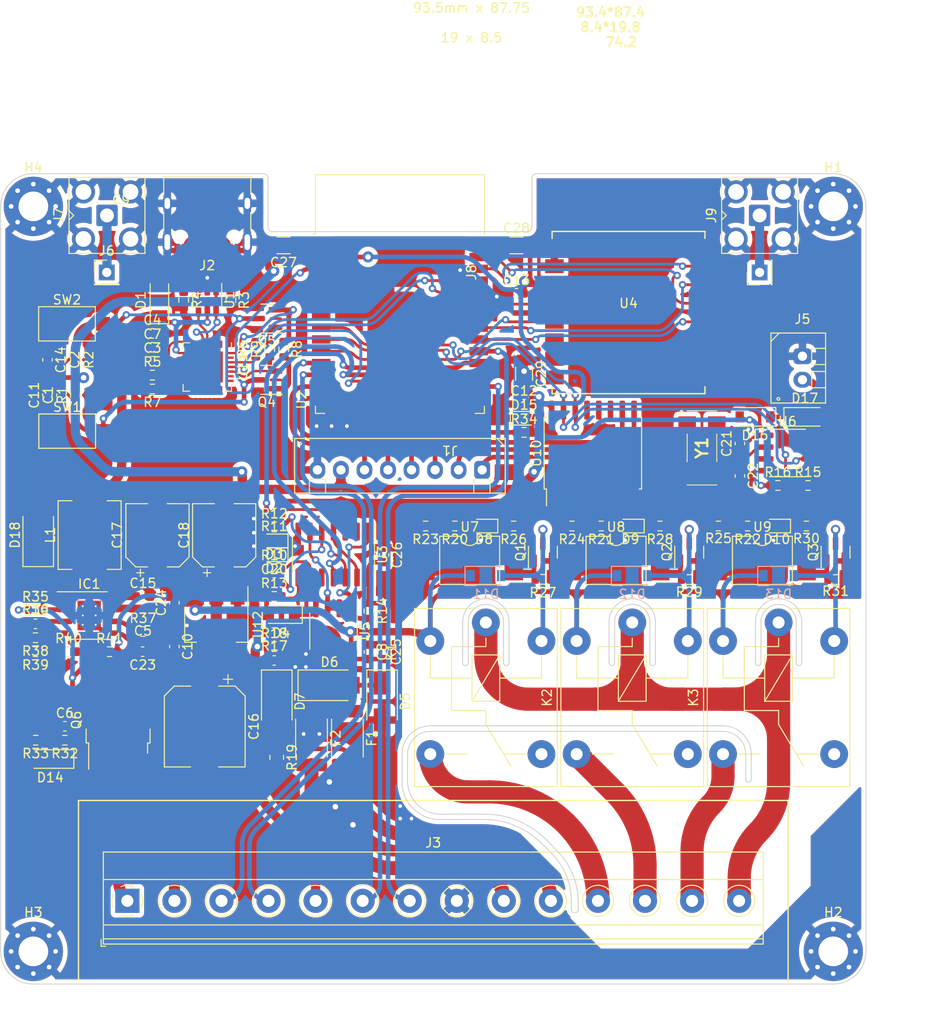
<source format=kicad_pcb>
(kicad_pcb (version 20211014) (generator pcbnew)
  (layers (0 "F.Cu" signal) (31 "B.Cu" signal) (34 "B.Paste" user) (35 "F.Paste" user) (36 "B.SilkS" user "B.Silkscreen") (37 "F.SilkS" user "F.Silkscreen") (38 "B.Mask" user) (39 "F.Mask" user) (44 "Edge.Cuts" user))
  (net 0 "")
  (net 1 "GND")
  (net 2 "Reset")
  (net 3 "Boot")
  (net 4 "+5V")
  (net 5 "+3.3V")
  (net 6 "VCC")
  (net 7 "Net-(C15-Pad1)")
  (net 8 "Net-(C15-Pad2)")
  (net 9 "Net-(C20-Pad2)")
  (net 10 "Net-(D2-Pad2)")
  (net 11 "Net-(D3-Pad2)")
  (net 12 "Net-(D4-Pad1)")
  (net 13 "Net-(D5-Pad1)")
  (net 14 "Net-(D6-Pad1)")
  (net 15 "Net-(D8-Pad2)")
  (net 16 "Net-(D9-Pad2)")
  (net 17 "Net-(D10-Pad2)")
  (net 18 "Net-(D11-Pad2)")
  (net 19 "Net-(D12-Pad2)")
  (net 20 "Net-(D13-Pad2)")
  (net 21 "IO0")
  (net 22 "IO1")
  (net 23 "A+")
  (net 24 "B-")
  (net 25 "Net-(IC1-Pad2)")
  (net 26 "Net-(IC1-Pad4)")
  (net 27 "Net-(IC1-Pad6)")
  (net 28 "BUTTON2")
  (net 29 "BUTTON3")
  (net 30 "BUTTON1")
  (net 31 "RxD")
  (net 32 "TxD")
  (net 33 "RS485_Rx")
  (net 34 "RS485_Tx")
  (net 35 "I2C_SCL")
  (net 36 "I2C_SDA")
  (net 37 "NO1")
  (net 38 "NO2")
  (net 39 "NO3")
  (net 45 "Net-(Q1-Pad1)")
  (net 46 "Net-(Q2-Pad1)")
  (net 47 "Net-(Q3-Pad1)")
  (net 48 "Net-(R10-Pad2)")
  (net 49 "Net-(R11-Pad1)")
  (net 50 "Net-(R12-Pad2)")
  (net 51 "Net-(R14-Pad2)")
  (net 52 "Net-(D14-Pad1)")
  (net 53 "Net-(D15-Pad2)")
  (net 54 "RELAY1")
  (net 55 "RELAY2")
  (net 56 "RELAY3")
  (net 57 "Net-(R23-Pad2)")
  (net 58 "Net-(R24-Pad2)")
  (net 59 "Net-(R25-Pad2)")
  (net 60 "Net-(R26-Pad1)")
  (net 61 "Net-(R28-Pad1)")
  (net 62 "Net-(R30-Pad1)")
  (net 63 "Lora_INT")
  (net 71 "Lora_SCK")
  (net 72 "Lora_MOSI")
  (net 74 "Lora_RST")
  (net 75 "Lora_CS")
  (net 76 "Lora_MISO")
  (net 77 "Net-(U3-Pad2)")
  (net 78 "Net-(U3-Pad6)")
  (net 85 "COM")
  (net 86 "Net-(C21-Pad1)")
  (net 87 "Net-(C22-Pad1)")
  (net 88 "Net-(D16-Pad1)")
  (net 89 "Net-(D17-Pad2)")
  (net 90 "Net-(J6-Pad1)")
  (net 91 "Net-(J8-Pad1)")
  (net 93 "LED3")
  (net 94 "LED2")
  (net 95 "LED1")
  (net 96 "GNDPWR")
  (net 97 "SCL")
  (net 98 "SDA")
  (net 99 "Net-(R34-Pad1)")
  (net 105 "Net-(C3-Pad2)")
  (net 106 "Net-(C19-Pad1)")
  (net 107 "Net-(C19-Pad2)")
  (net 108 "Net-(D1-Pad2)")
  (net 109 "Net-(J2-PadA5)")
  (net 110 "Net-(J2-PadA6)")
  (net 111 "Net-(J2-PadA7)")
  (net 113 "Net-(J2-PadB5)")
  (net 115 "Net-(Q4-Pad1)")
  (net 116 "Net-(Q4-Pad2)")
  (net 117 "Net-(Q5-Pad1)")
  (net 118 "Net-(Q5-Pad2)")
  (net 119 "Net-(R5-Pad2)")
  (net 120 "Net-(R6-Pad1)")
  (net 121 "Net-(R7-Pad1)")
  (net 122 "Net-(R40-Pad2)")
  (footprint "Diode_SMD:Nexperia_CFP3_SOD-123W" (layer "F.Cu") (at 134.475 103.925 180)
    (fp_text reference "D4")
    (fp_text value "1N4007")
  )
  (footprint "Package_SO:SOIC-16W_7.5x10.3mm_P1.27mm" (layer "F.Cu") (at 168.1 86.525 90)
    (fp_text reference "U10")
    (fp_text value "PCF8574A")
  )
  (footprint "RF_Module:Ai-Thinker-Ra-01-LoRa" (layer "F.Cu") (at 171.95 71.35)
    (fp_text reference "U4")
    (fp_text value "Ra-02")
  )
  (footprint "Resistor_SMD:R_0603_1608Metric" (layer "F.Cu") (at 112.24 80.264 90)
    (fp_text reference "R1")
    (fp_text value "10k")
  )
  (footprint "Resistor_SMD:R_0603_1608Metric" (layer "F.Cu") (at 162.7 100.125 180)
    (fp_text reference "R27")
    (fp_text value "10k")
  )
  (footprint "Resistor_SMD:R_0603_1608Metric" (layer "F.Cu") (at 133.7 107.375)
    (fp_text reference "R18")
    (fp_text value "4k7")
  )
  (footprint "Capacitor_SMD:C_0603_1608Metric" (layer "F.Cu") (at 122.925 107.375 -90)
    (fp_text reference "C10")
    (fp_text value "100nF")
  )
  (footprint "LED_SMD:LED_0603_1608Metric" (layer "F.Cu") (at 172.15 94.375 180)
    (fp_text reference "D9")
    (fp_text value "LED")
  )
  (footprint "Capacitor_SMD:C_0603_1608Metric" (layer "F.Cu") (at 107.925 104.925)
    (fp_text reference "C19")
    (fp_text value "220pF")
  )
  (footprint "Resistor_SMD:R_0603_1608Metric" (layer "F.Cu") (at 107.925 106.425 180)
    (fp_text reference "R38")
    (fp_text value "68k")
  )
  (footprint "Package_DFN_QFN:QFN-28-1EP_5x5mm_P0.5mm_EP3.35x3.35mm" (layer "F.Cu") (at 126.475 77.22 -90)
    (fp_text reference "U11")
    (fp_text value "CP2102N-Axx-xQFN28")
  )
  (footprint "LED_SMD:LED_0603_1608Metric" (layer "F.Cu") (at 133.7 97.475 180)
    (fp_text reference "D2")
    (fp_text value "TxLED")
  )
  (footprint "Package_TO_SOT_SMD:SOT-23" (layer "F.Cu") (at 162.7 97.2 90)
    (fp_text reference "Q1")
    (fp_text value "BC847")
  )
  (footprint "Capacitor_SMD:C_0603_1608Metric" (layer "F.Cu") (at 145.55 97.5 -90)
    (fp_text reference "C26")
    (fp_text value "100nF")
  )
  (footprint "Resistor_SMD:R_0603_1608Metric" (layer "F.Cu") (at 175.35 94.375 180)
    (fp_text reference "R28")
    (fp_text value "4k7")
  )
  (footprint "Resistor_SMD:R_0603_1608Metric" (layer "F.Cu") (at 107.925 107.925 180)
    (fp_text reference "R39")
    (fp_text value "39k")
  )
  (footprint "Package_SO:SOIC-8_3.9x4.9mm_P1.27mm" (layer "F.Cu") (at 189.1 86.5)
    (fp_text reference "U6")
    (fp_text value "PCF8563T")
  )
  (footprint "Resistor_SMD:R_0603_1608Metric" (layer "F.Cu") (at 133.22 75.305 90)
    (fp_text reference "R9")
    (fp_text value "10k")
  )
  (footprint "Button_Switch_SMD:SW_SPST_CK_RS282G05A3" (layer "F.Cu") (at 111.355 84.139)
    (fp_text reference "SW1")
    (fp_text value "Reset")
  )
  (footprint "Resistor_SMD:R_0603_1608Metric" (layer "F.Cu") (at 194.3 100.15 180)
    (fp_text reference "R31")
    (fp_text value "10k")
  )
  (footprint "Capacitor_SMD:C_0603_1608Metric" (layer "F.Cu") (at 133.7 100.475)
    (fp_text reference "C20")
    (fp_text value "22pF")
  )
  (footprint "Package_TO_SOT_SMD:SOT-223-3_TabPin2" (layer "F.Cu") (at 127.45 105 -90)
    (fp_text reference "U12")
    (fp_text value "AP1117-33")
  )
  (footprint "Capacitor_SMD:C_0603_1608Metric" (layer "F.Cu") (at 145.425 107.95 -90)
    (fp_text reference "C25")
    (fp_text value "100nF")
  )
  (footprint "Resistor_SMD:R_0603_1608Metric" (layer "F.Cu") (at 169 94.375 180)
    (fp_text reference "R21")
    (fp_text value "220")
  )
  (footprint "LED_SMD:LED_0603_1608Metric" (layer "F.Cu") (at 156.35 94.375 180)
    (fp_text reference "D8")
    (fp_text value "LED")
  )
  (footprint "Capacitor_SMD:C_0603_1608Metric" (layer "F.Cu") (at 133.7 108.875 180)
    (fp_text reference "C9")
    (fp_text value "100nF")
  )
  (footprint "Resistor_SMD:R_0603_1608Metric" (layer "F.Cu") (at 129.025 70.025 -90)
    (fp_text reference "R3")
    (fp_text value "5k6")
  )
  (footprint "Connector_Coaxial:SMA_Amphenol_901-143_Horizontal" (layer "F.Cu") (at 115.65 60.875)
    (fp_text reference "J7")
    (fp_text value "Conn_Coaxial")
    (fp_line (start 4.3 -4.5) (end -4.3 -4.5) (layer "Edge.Cuts") (width 0.1))
  )
  (footprint "Capacitor_SMD:C_0603_1608Metric" (layer "F.Cu") (at 183.975 88.975 -90)
    (fp_text reference "C22")
    (fp_text value "22pF")
  )
  (footprint "Package_TO_SOT_SMD:SOT-23" (layer "F.Cu") (at 194.3 97.2 90)
    (fp_text reference "Q3")
    (fp_text value "BC847")
  )
  (footprint "Button_Switch_SMD:SW_SPST_CK_RS282G05A3" (layer "F.Cu") (at 111.33 72.57)
    (fp_text reference "SW2")
    (fp_text value "Boot")
  )
  (footprint "Capacitor_SMD:C_0603_1608Metric" (layer "F.Cu") (at 111.1 115.975)
    (fp_text reference "C6")
    (fp_text value "100nF")
  )
  (footprint "Resistor_SMD:R_0603_1608Metric" (layer "F.Cu") (at 107.925 103.425)
    (fp_text reference "R35")
    (fp_text value "47k")
  )
  (footprint "Diode_SMD:D_SMA" (layer "F.Cu") (at 145.35 113.3 -90)
    (fp_text reference "D5")
    (fp_text value "D_TVS")
  )
  (footprint "Resistor_SMD:R_0603_1608Metric" (layer "F.Cu") (at 159.55 94.375 180)
    (fp_text reference "R26")
    (fp_text value "4k7")
  )
  (footprint "Capacitor_SMD:C_1206_3216Metric" (layer "F.Cu") (at 134.7 64.1 180)
    (fp_text reference "C27")
    (fp_text value "10uF")
  )
  (footprint "Inductor_SMD:L_Abracon_ASPI-0630LR" (layer "F.Cu") (at 113.775 95.35 90)
    (fp_text reference "L1")
    (fp_text value "10uH")
  )
  (footprint "MountingHole:MountingHole_3.2mm_M3_Pad_Via" (layer "F.Cu") (at 107.7 59.9)
    (fp_text reference "H4")
    (fp_text value "H4")
  )
  (footprint "Capacitor_SMD:C_0603_1608Metric" (layer "F.Cu") (at 183.975 85.475 90)
    (fp_text reference "C21")
    (fp_text value "22pF")
  )
  (footprint "Capacitor_SMD:CP_Elec_6.3x7.7" (layer "F.Cu") (at 121.1 95.375 90)
    (fp_text reference "C17")
    (fp_text value "220uF")
  )
  (footprint "Diode_SMD:D_SMA" (layer "F.Cu") (at 139.675 111.55)
    (fp_text reference "D6")
    (fp_text value "D_TVS")
  )
  (footprint "Diode_SMD:D_MiniMELF" (layer "F.Cu") (at 109.525 119.5 180)
    (fp_text reference "D14")
    (fp_text value "BZV55B18")
  )
  (footprint "Relay_THT:Relay_SPDT_Finder_36.11" (layer "F.Cu") (at 172.35 104.775 -90)
    (fp_text reference "K2")
    (fp_text value "FINDER-36.11")
  )
  (footprint "Capacitor_SMD:C_0603_1608Metric" (layer "F.Cu") (at 110.73 76.445 -90)
    (fp_text reference "C2")
    (fp_text value "100nF")
  )
  (footprint "Connector_PinHeader_2.54mm:PinHeader_1x01_P2.54mm_Vertical" (layer "F.Cu") (at 186.1 67.025 90)
    (fp_text reference "J8")
    (fp_text value "LORA_ANT")
  )
  (footprint "RF_Module:ESP32-WROOM-32" (layer "F.Cu") (at 147.272376 72.347376)
    (fp_text reference "U2")
    (fp_text value "ESP32-WROOM-32")
  )
  (footprint "Resistor_SMD:R_0603_1608Metric" (layer "F.Cu") (at 153.2 94.375 180)
    (fp_text reference "R20")
    (fp_text value "220")
  )
  (footprint "Resistor_SMD:R_0603_1608Metric" (layer "F.Cu") (at 120.55 78.1)
    (fp_text reference "R5")
    (fp_text value "10k")
  )
  (footprint "Fuse:Fuse_2512_6332Metric" (layer "F.Cu") (at 141.6 117.25 -90)
    (fp_text reference "F1")
    (fp_text value "Fuse1")
  )
  (footprint "Diode_SMD:D_SMA" (layer "F.Cu") (at 108.225 95.35 90)
    (fp_text reference "D18")
    (fp_text value "SS34")
  )
  (footprint "Package_TO_SOT_SMD:TO-252-2" (layer "F.Cu") (at 116.85 115.3 90)
    (fp_text reference "Q6")
    (fp_text value "QM6006D")
  )
  (footprint "Resistor_SMD:R_0603_1608Metric" (layer "F.Cu") (at 184.8 94.375 180)
    (fp_text reference "R22")
    (fp_text value "220")
  )
  (footprint "Diode_SMD:D_SMA" (layer "F.Cu") (at 133.975 113.3 -90)
    (fp_text reference "D7")
    (fp_text value "D_TVS")
  )
  (footprint "Fuse:Fuse_2512_6332Metric" (layer "F.Cu") (at 137.725 117.25 -90)
    (fp_text reference "F2")
    (fp_text value "Fuse2")
  )
  (footprint "Diode_SMD:D_SOD-123" (layer "F.Cu") (at 185.6 82.6 180)
    (fp_text reference "D16")
    (fp_text value "1N5819")
  )
  (footprint "MountingHole:MountingHole_3.2mm_M3_Pad_Via" (layer "F.Cu") (at 194.05 59.9)
    (fp_text reference "H1")
    (fp_text value "H1")
  )
  (footprint "Connector_Coaxial:SMA_Amphenol_901-143_Horizontal" (layer "F.Cu") (at 186.1 60.875)
    (fp_text reference "J9")
    (fp_text value "Conn_Coaxial")
    (fp_line (start 4.3 -4.5) (end -4.3 -4.5) (layer "Edge.Cuts") (width 0.1))
  )
  (footprint "Capacitor_SMD:C_0603_1608Metric" (layer "F.Cu") (at 109.22 76.45 -90)
    (fp_text reference "C14")
    (fp_text value "100nF")
  )
  (footprint "Resistor_SMD:R_0603_1608Metric" (layer "F.Cu") (at 131.71 75.305 90)
    (fp_text reference "R6")
    (fp_text value "100")
  )
  (footprint "TerminalBlock_Phoenix:TerminalBlock_Phoenix_MKDS-1,5-14-5.08_1x14_P5.08mm_Horizontal" (layer "F.Cu") (at 117.85 134.8)
    (fp_text reference "J3")
    (fp_text value "CONNECTOR")
  )
  (footprint "Relay_THT:Relay_SPDT_Finder_36.11" (layer "F.Cu") (at 156.55 104.775 -90)
    (fp_text reference "K1")
    (fp_text value "FINDER-36.11")
  )
  (footprint "Capacitor_SMD:CP_Elec_6.3x7.7" (layer "F.Cu") (at 128.3 95.375 90)
    (fp_text reference "C18")
    (fp_text value "220uF")
  )
  (footprint "Capacitor_SMD:C_0603_1608Metric" (layer "F.Cu") (at 143.925 107.95 -90)
    (fp_text reference "C8")
    (fp_text value "100nF")
  )
  (footprint "XH_2.54mm_Conn:XH_2P_2.54mm_Vertical" (layer "F.Cu") (at 190.725 76.06)
    (fp_text reference "J5")
    (fp_text value "BATT")
  )
  (footprint "Resistor_SMD:R_0603_1608Metric" (layer "F.Cu") (at 119.525 105.75)
    (fp_text reference "R37")
    (fp_text value "200k")
  )
  (footprint "Resistor_SMD:R_0603_1608Metric" (layer "F.Cu") (at 115.925 107.925)
    (fp_text reference "R41")
    (fp_text value "4k7")
  )
  (footprint "Resistor_SMD:R_0603_1608Metric" (layer "F.Cu") (at 107.95 117.475 180)
    (fp_text reference "R33")
    (fp_text value "10k")
  )
  (footprint "Resistor_SMD:R_0603_1608Metric" (layer "F.Cu") (at 134.73 75.305 -90)
    (fp_text reference "R8")
    (fp_text value "10k")
  )
  (footprint "Capacitor_SMD:C_0603_1608Metric" (layer "F.Cu") (at 160.675 81.225)
    (fp_text reference "C12")
    (fp_text value "100nF")
  )
  (footprint "Package_DIP:SMDIP-4_W9.53mm" (layer "F.Cu") (at 186.4 98.075)
    (fp_text reference "U9")
    (fp_text value "LTV-817S")
  )
  (footprint "Resistor_SMD:R_0603_1608Metric" (layer "F.Cu") (at 191.15 94.375 180)
    (fp_text reference "R30")
    (fp_text value "4k7")
  )
  (footprint "XH_2.54mm_Conn:XH_8P_2.54mm_Vertical" (layer "F.Cu") (at 156.145 88.325 180)
    (fp_text reference "J1")
    (fp_text value "CTRL_CONNECTOR")
  )
  (footprint "Capacitor_SMD:C_0603_1608Metric" (layer "F.Cu") (at 120.55 75.105)
    (fp_text reference "C7")
    (fp_text value "100nF")
  )
  (footprint "Resistor_SMD:R_0603_1608Metric" (layer "F.Cu") (at 120.55 79.6 180)
    (fp_text reference "R7")
    (fp_text value "10k")
  )
  (footprint "Relay_THT:Relay_SPDT_Finder_36.11" (layer "F.Cu") (at 188.15 104.775 -90)
    (fp_text reference "K3")
    (fp_text value "FINDER-36.11")
  )
  (footprint "LED_SMD:LED_0603_1608Metric" (layer "F.Cu") (at 160.675 82.75)
    (fp_text reference "D15")
    (fp_text value "RUN")
  )
  (footprint "Resistor_SMD:R_0603_1608Metric" (layer "F.Cu") (at 112.24 76.445 -90)
    (fp_text reference "R2")
    (fp_text value "10k")
  )
  (footprint "Resistor_SMD:R_0603_1608Metric" (layer "F.Cu") (at 133.7 105.875 180)
    (fp_text reference "R17")
    (fp_text value "4k7")
  )
  (footprint "Resistor_SMD:R_0603_1608Metric" (layer "F.Cu") (at 133.7 98.975)
    (fp_text reference "R10")
    (fp_text value "220")
  )
  (footprint "MountingHole:MountingHole_3.2mm_M3_Pad_Via" (layer "F.Cu") (at 107.7 140.25)
    (fp_text reference "H3")
    (fp_text value "H3")
  )
  (footprint "Resistor_SMD:R_0603_1608Metric" (layer "F.Cu") (at 178.5 100.15 180)
    (fp_text reference "R29")
    (fp_text value "10k")
  )
  (footprint "Capacitor_SMD:C_0603_1608Metric" (layer "F.Cu") (at 119.525 104.25 180)
    (fp_text reference "C5")
    (fp_text value "100nF")
  )
  (footprint "Resistor_SMD:R_0603_1608Metric" (layer "F.Cu") (at 123.925 70 -90)
    (fp_text reference "R4")
    (fp_text value "5k6")
  )
  (footprint "Capacitor_SMD:C_0603_1608Metric" (layer "F.Cu") (at 120.55 76.6)
    (fp_text reference "C3")
    (fp_text value "100nF")
  )
  (footprint "LED_SMD:LED_0603_1608Metric" (layer "F.Cu") (at 133.7 95.975 180)
    (fp_text reference "D3")
    (fp_text value "RxLED")
  )
  (footprint "Resistor_SMD:R_0603_1608Metric" (layer "F.Cu") (at 107.925 101.925 180)
    (fp_text reference "R36")
    (fp_text value "10k")
  )
  (footprint "LED_SMD:LED_0603_1608Metric" (layer "F.Cu") (at 187.95 94.375 180)
    (fp_text reference "D10")
    (fp_text value "LED")
  )
  (footprint "Diode_SMD:D_SOD-123" (layer "F.Cu") (at 190.975 82.6)
    (fp_text reference "D17")
    (fp_text value "1N5819")
  )
  (footprint "Resistor_SMD:R_0805_2012Metric" (layer "F.Cu") (at 133.975 119.325 -90)
    (fp_text reference "R19")
    (fp_text value "120/2W")
  )
  (footprint "Capacitor_SMD:C_1206_3216Metric" (layer "F.Cu") (at 159.85 64.1)
    (fp_text reference "C28")
    (fp_text value "10uF")
  )
  (footprint "Resistor_SMD:R_0603_1608Metric" (layer "F.Cu") (at 150.05 94.375 180)
    (fp_text reference "R23")
    (fp_text value "220")
  )
  (footprint "Package_SO:SOIC-14_3.9x8.7mm_P1.27mm" (layer "F.Cu") (at 140.1 97.45 -90)
    (fp_text reference "U3")
    (fp_text value "74HC14")
  )
  (footprint "Diode_SMD:D_MiniMELF" (layer "F.Cu") (at 121.31 70 90)
    (fp_text reference "D1")
    (fp_text value "BZV55B18")
  )
  (footprint "Resistor_SMD:R_0603_1608Metric" (layer "F.Cu") (at 133.7 92.975 180)
    (fp_text reference "R11")
    (fp_text value "220")
  )
  (footprint "Resistor_SMD:R_0603_1608Metric" (layer "F.Cu") (at 111.1 117.475 180)
    (fp_text reference "R32")
    (fp_text value "100")
  )
  (footprint "Capacitor_SMD:C_1206_3216Metric" (layer "F.Cu") (at 160.675 77.95 -90)
    (fp_text reference "C29")
    (fp_text value "10uF")
  )
  (footprint "Capacitor_SMD:C_0603_1608Metric" (layer "F.Cu") (at 122.925 102.65 90)
    (fp_text reference "C24")
    (fp_text value "100nF")
  )
  (footprint "Capacitor_SMD:C_0603_1608Metric" (layer "F.Cu") (at 110.73 80.264 90)
    (fp_text reference "C1")
    (fp_text value "100nF")
  )
  (footprint "Capacitor_SMD:C_0603_1608Metric" (layer "F.Cu") (at 119.525 101.975)
    (fp_text reference "C15")
    (fp_text value "100nF")
  )
  (footprint "Capacitor_SMD:CP_Elec_8x10.5" (layer "F.Cu") (at 126.2 116 -90)
    (fp_text reference "C16")
    (fp_text value "220uF")
  )
  (footprint "Capacitor_SMD:C_0603_1608Metric" (layer "F.Cu") (at 119.5 107.925 180)
    (fp_text reference "C23")
    (fp_text value "100nF")
  )
  (footprint "MC-306:MC306327680KE3ROHS" (layer "F.Cu") (at 179.875 85.95 -90)
    (fp_text reference "Y1")
    (fp_text value "32.7680KHz" hide)
  )
  (footprint "Capacitor_SMD:C_0603_1608Metric" (layer "F.Cu") (at 120.55 73.6)
    (fp_text reference "C4")
    (fp_text value "100nF")
  )
  (footprint "Package_DIP:SMDIP-4_W9.53mm" (layer "F.Cu") (at 154.8 98.075)
    (fp_text reference "U7")
    (fp_text value "LTV-817S")
  )
  (footprint "Package_TO_SOT_SMD:SOT-23" (layer "F.Cu") (at 178.5 97.2 90)
    (fp_text reference "Q2")
    (fp_text value "BC847")
  )
  (footprint "Package_SO:SOIC-8_3.9x4.9mm_P1.27mm" (layer "F.Cu") (at 140.1 105.725 -90)
    (fp_text reference "U5")
    (fp_text value "MAX485E")
  )
  (footprint "MountingHole:MountingHole_3.2mm_M3_Pad_Via" (layer "F.Cu") (at 194.05 140.25)
    (fp_text reference "H2")
    (fp_text value "H2")
  )
  (footprint "Resistor_SMD:R_0603_1608Metric" (layer "F.Cu") (at 133.7 101.975)
    (fp_text reference "R13")
    (fp_text value "68k")
  )
  (footprint "Package_DIP:SMDIP-4_W9.53mm" (layer "F.Cu") (at 170.6 98.075)
    (fp_text reference "U8")
    (fp_text value "LTV-817S")
  )
  (footprint "Resistor_SMD:R_0603_1608Metric" (layer "F.Cu") (at 191.325 90)
    (fp_text reference "R15")
    (fp_text value "4k7")
  )
  (footprint "Capacitor_SMD:C_0603_1608Metric" (layer "F.Cu") (at 159.85 69.275)
    (fp_text reference "C13")
    (fp_text value "100nF")
  )
  (footprint "Resistor_SMD:R_0603_1608Metric" (layer "F.Cu") (at 143.925 103.525 -90)
    (fp_text reference "R14")
    (fp_text value "4k7")
  )
  (footprint "Resistor_SMD:R_0603_1608Metric" (layer "F.Cu") (at 181.65 94.375 180)
    (fp_text reference "R25")
    (fp_text value "220")
  )
  (footprint "Connector_USB:USB_C_Receptacle_HRO_TYPE-C-31-M-12" (layer "F.Cu") (at 126.475 60.625 180)
    (fp_text reference "J2")
    (fp_text value "USB_C_Receptacle_USB2.0")
  )
  (footprint "Connector_PinHeader_2.54mm:PinHeader_1x01_P2.54mm_Vertical" (layer "F.Cu") (at 115.625 67.025)
    (fp_text reference "J6")
    (fp_text value "ESP_ANT")
  )
  (footprint "Resistor_SMD:R_0603_1608Metric" (layer "F.Cu") (at 188.075 90)
    (fp_text reference "R16")
    (fp_text value "4k7")
  )
  (footprint "Resistor_SMD:R_0603_1608Metric" (layer "F.Cu") (at 133.7 94.475)
    (fp_text reference "R12")
    (fp_text value "220")
  )
  (footprint "Package_TO_SOT_SMD:SOT-23" (layer "F.Cu") (at 132.9 72 180)
    (fp_text reference "Q5")
    (fp_text value "BC847")
  )
  (footprint "Package_SO:SOIC-8-1EP_3.9x4.9mm_P1.27mm_EP2.514x3.2mm_ThermalVias" (layer "F.Cu") (at 113.725 104.025)
    (fp_text reference "IC1")
    (fp_text value "MP1584EN")
  )
  (footprint "Package_TO_SOT_SMD:SOT-23-6" (layer "F.Cu") (at 126.475 70 -90)
    (fp_text reference "U1")
    (fp_text value "USBLC6-2SC6")
  )
  (footprint "Resistor_SMD:R_0603_1608Metric" (layer "F.Cu") (at 165.85 94.375 180)
    (fp_text reference "R24")
    (fp_text value "220")
  )
  (footprint "Resistor_SMD:R_0603_1608Metric" (layer "F.Cu") (at 160.675 84.275)
    (fp_text reference "R34")
    (fp_text value "100")
  )
  (footprint "Package_TO_SOT_SMD:SOT-23" (layer "F.Cu") (at 132.9 78.615 180)
    (fp_text reference "Q4")
    (fp_text value "BC847")
  )
  (footprint "Resistor_SMD:R_0603_1608Metric" (layer "F.Cu") (at 111.5 107.925)
    (fp_text reference "R40")
    (fp_text value "200k")
  )
  (footprint "Capacitor_SMD:C_0603_1608Metric" (layer "F.Cu") (at 109.22 80.269 90)
    (fp_text reference "C11")
    (fp_text value "100nF")
  )
  (footprint "Diode_SMD:D_SOD-123" (layer "B.Cu") (at 188.15 99.725)
    (fp_text reference "D13")
    (fp_text value "1N4007")
  )
  (footprint "Diode_SMD:D_SOD-123" (layer "B.Cu") (at 156.55 99.725)
    (fp_text reference "D11")
    (fp_text value "1N4007")
  )
  (footprint "Diode_SMD:D_SOD-123" (layer "B.Cu") (at 172.35 99.725)
    (fp_text reference "D12")
    (fp_text value "1N4007")
  )
  (gr_line (start 189.175 143.45) (end 189.175 123.975) (layer "F.SilkS") (width 0.15))
  (gr_line (start 189.175 123.975) (end 112.575 123.975) (layer "F.SilkS") (width 0.15))
  (gr_line (start 112.575 143.45) (end 112.575 123.975) (layer "F.SilkS") (width 0.15))
  (gr_arc (start 156.425 125.45) (mid 160.00309 126.161726) (end 163.036448 128.188552) (layer "Edge.Cuts") (width 0.1))
  (gr_arc (start 107.7 143.775) (mid 105.207449 142.742551) (end 104.175 140.25) (layer "Edge.Cuts") (width 0.1))
  (gr_arc (start 185.65 104.725) (mid 188.15 102.225) (end 190.65 104.725) (layer "Edge.Cuts") (width 0.1))
  (gr_line (start 148.1 118.975) (end 148.1 120.2) (layer "Edge.Cuts") (width 0.1))
  (gr_line (start 161.522376 56.85) (end 161.522376 62.144752) (layer "Edge.Cuts") (width 0.1))
  (gr_arc (start 151.55 126.025) (mid 148.686218 124.838782) (end 147.5 121.975) (layer "Edge.Cuts") (width 0.1))
  (gr_arc (start 190.65 109.125) (mid 190.35 109.425) (end 190.05 109.125) (layer "Edge.Cuts") (width 0.1))
  (gr_arc (start 132.544752 56.375) (mid 132.882482 56.514887) (end 133.022376 56.852624) (layer "Edge.Cuts") (width 0.1))
  (gr_arc (start 182.15 116.525) (mid 183.882412 117.242588) (end 184.6 118.975) (layer "Edge.Cuts") (width 0.1))
  (gr_line (start 166.525 135.725) (end 166.525 134.975) (layer "Edge.Cuts") (width 0.1))
  (gr_arc (start 154.05 104.725) (mid 156.55 102.225) (end 159.05 104.725) (layer "Edge.Cuts") (width 0.1))
  (gr_arc (start 186.25 104.725) (mid 188.15 102.825) (end 190.05 104.725) (layer "Edge.Cuts") (width 0.1))
  (gr_arc (start 170.45 104.725) (mid 172.35 102.825) (end 174.25 104.725) (layer "Edge.Cuts") (width 0.1))
  (gr_line (start 147.5 120.475) (end 147.5 121.975) (layer "Edge.Cuts") (width 0.1))
  (gr_arc (start 154.65 104.725) (mid 156.55 102.825) (end 158.45 104.725) (layer "Edge.Cuts") (width 0.1))
  (gr_line (start 185.65 109.125) (end 185.65 104.725) (layer "Edge.Cuts") (width 0.1))
  (gr_arc (start 185.2 121.7) (mid 184.9 122) (end 184.6 121.7) (layer "Edge.Cuts") (width 0.1))
  (gr_arc (start 170.45 109.125) (mid 170.15 109.425) (end 169.85 109.125) (layer "Edge.Cuts") (width 0.1))
  (gr_arc (start 174.85 109.125) (mid 174.55 109.425) (end 174.25 109.125) (layer "Edge.Cuts") (width 0.1))
  (gr_line (start 174.85 109.125) (end 174.85 104.725) (layer "Edge.Cuts") (width 0.1))
  (gr_line (start 182.15 116.525) (end 150.55 116.525) (layer "Edge.Cuts") (width 0.1))
  (gr_arc (start 182.15 115.925) (mid 184.306676 116.818324) (end 185.2 118.975) (layer "Edge.Cuts") (width 0.1))
  (gr_arc (start 156.325 126.025) (mid 159.711748 126.698666) (end 162.582895 128.617105) (layer "Edge.Cuts") (width 0.1))
  (gr_arc (start 166.525 135.725) (mid 166.15 136.1) (end 165.775 135.725) (layer "Edge.Cuts") (width 0.1))
  (gr_line (start 186.25 109.125) (end 186.25 104.725) (layer "Edge.Cuts") (width 0.1))
  (gr_arc (start 151.65 125.45) (mid 149.139771 124.410229) (end 148.1 121.9) (layer "Edge.Cuts") (width 0.1))
  (gr_line (start 190.65 109.125) (end 190.65 104.725) (layer "Edge.Cuts") (width 0.1))
  (gr_line (start 147.5 118.975) (end 147.5 120.475) (layer "Edge.Cuts") (width 0.1))
  (gr_line (start 163.036448 128.188552) (end 164.200221 129.362486) (layer "Edge.Cuts") (width 0.1))
  (gr_arc (start 154.65 109.125) (mid 154.35 109.425) (end 154.05 109.125) (layer "Edge.Cuts") (width 0.1))
  (gr_arc (start 159.05 109.125) (mid 158.75 109.425) (end 158.45 109.125) (layer "Edge.Cuts") (width 0.1))
  (gr_arc (start 161.522376 62.144752) (mid 161.38249 62.48249) (end 161.044752 62.622376) (layer "Edge.Cuts") (width 0.1))
  (gr_arc (start 163.64079 129.675) (mid 165.219589 132.03784) (end 165.77399 134.824999) (layer "Edge.Cuts") (width 0.1))
  (gr_line (start 169.85 109.125) (end 169.85 104.725) (layer "Edge.Cuts") (width 0.1))
  (gr_arc (start 194.05 56.375) (mid 196.542551 57.407449) (end 197.575 59.9) (layer "Edge.Cuts") (width 0.1))
  (gr_line (start 170.45 109.125) (end 170.45 104.725) (layer "Edge.Cuts") (width 0.1))
  (gr_line (start 197.575 59.9) (end 197.575 140.25) (layer "Edge.Cuts") (width 0.1))
  (gr_arc (start 186.25 109.125) (mid 185.95 109.425) (end 185.65 109.125) (layer "Edge.Cuts") (width 0.1))
  (gr_line (start 165.775 135.725) (end 165.77399 134.824999) (layer "Edge.Cuts") (width 0.1))
  (gr_line (start 148.1 120.2) (end 148.1 121.9) (layer "Edge.Cuts") (width 0.1))
  (gr_line (start 158.45 109.125) (end 158.45 104.725) (layer "Edge.Cuts") (width 0.1))
  (gr_line (start 119.95 56.375) (end 132.544752 56.375) (layer "Edge.Cuts") (width 0.1))
  (gr_arc (start 133.5 62.625) (mid 133.162253 62.485116) (end 133.022376 62.147376) (layer "Edge.Cuts") (width 0.1))
  (gr_line (start 133.022376 62.147376) (end 133.022376 56.852624) (layer "Edge.Cuts") (width 0.1))
  (gr_arc (start 164.200221 129.362486) (mid 165.92081 131.937529) (end 166.525 134.975) (layer "Edge.Cuts") (width 0.1))
  (gr_arc (start 148.1 118.975) (mid 148.817588 117.242588) (end 150.55 116.525) (layer "Edge.Cuts") (width 0.1))
  (gr_arc (start 161.522376 56.85) (mid 161.662262 56.512262) (end 162 56.372376) (layer "Edge.Cuts") (width 0.1))
  (gr_arc (start 169.85 104.725) (mid 172.35 102.225) (end 174.85 104.725) (layer "Edge.Cuts") (width 0.1))
  (gr_line (start 104.175 140.25) (end 104.175 59.9) (layer "Edge.Cuts") (width 0.1))
  (gr_line (start 154.05 109.125) (end 154.05 104.725) (layer "Edge.Cuts") (width 0.1))
  (gr_line (start 182.15 115.925) (end 150.55 115.925) (layer "Edge.Cuts") (width 0.1))
  (gr_line (start 107.7 56.375) (end 111.35 56.375) (layer "Edge.Cuts") (width 0.1))
  (gr_line (start 181.8 56.375) (end 178.527624 56.375) (layer "Edge.Cuts") (width 0.1))
  (gr_line (start 159.05 109.125) (end 159.05 104.725) (layer "Edge.Cuts") (width 0.1))
  (gr_line (start 133.5 62.625) (end 161.044752 62.622376) (layer "Edge.Cuts") (width 0.1))
  (gr_arc (start 104.175 59.9) (mid 105.207449 57.407449) (end 107.7 56.375) (layer "Edge.Cuts") (width 0.1))
  (gr_line (start 185.2 118.975) (end 185.2 121.7) (layer "Edge.Cuts") (width 0.1))
  (gr_line (start 162.582895 128.617105) (end 163.64079 129.675) (layer "Edge.Cuts") (width 0.1))
  (gr_line (start 190.4 56.375) (end 194.05 56.375) (layer "Edge.Cuts") (width 0.1))
  (gr_line (start 162 56.372376) (end 178.527624 56.372376) (layer "Edge.Cuts") (width 0.1))
  (gr_line (start 190.05 109.125) (end 190.05 104.725) (layer "Edge.Cuts") (width 0.1))
  (gr_line (start 151.55 126.025) (end 156.325 126.025) (layer "Edge.Cuts") (width 0.1))
  (gr_line (start 154.65 109.125) (end 154.65 104.725) (layer "Edge.Cuts") (width 0.1))
  (gr_line (start 174.25 109.125) (end 174.25 104.725) (layer "Edge.Cuts") (width 0.1))
  (gr_line (start 184.6 118.975) (end 184.6 121.7) (layer "Edge.Cuts") (width 0.1))
  (gr_arc (start 197.575 140.25) (mid 196.542551 142.742551) (end 194.05 143.775) (layer "Edge.Cuts") (width 0.1))
  (gr_line (start 194.05 143.775) (end 107.7 143.775) (layer "Edge.Cuts") (width 0.1))
  (gr_line (start 151.65 125.45) (end 156.425 125.45) (layer "Edge.Cuts") (width 0.1))
  (gr_arc (start 147.5 118.975) (mid 148.393324 116.818324) (end 150.55 115.925) (layer "Edge.Cuts") (width 0.1))
  (gr_text "93.4*87.4\n8.4*19.8\n   74.2" (at 170 40.575) (layer "F.SilkS") (effects (font (size 1 1) (thickness 0.2))))
  (gr_text "93.5mm x 87.75\n\n19 x 8.5" (at 155 40.1) (layer "F.SilkS") (effects (font (size 1 1))))
  (segment (start 107.1 107.925) (end 107.1 117.45) (width 0.5) (layer "F.Cu") (net 1))
  (segment (start 195.25 98.1375) (end 195.25 99.325) (width 0.5) (layer "F.Cu") (net 1))
  (segment (start 128.3 92.675) (end 121.1 92.675) (width 1.2) (layer "F.Cu") (net 1))
  (segment (start 136.175 64.1) (end 138.764752 64.1) (width 0.5) (layer "F.Cu") (net 1))
  (segment (start 163.65 98.1375) (end 163.65 99.3) (width 0.5) (layer "F.Cu") (net 1))
  (segment (start 129.025 70.85) (end 129.025 71.535381) (width 0.25) (layer "F.Cu") (net 1))
  (segment (start 126.975 74.77) (end 126.975 76.012894) (width 0.25) (layer "F.Cu") (net 1))
  (segment (start 126.475 68.8625) (end 126.475 67.601207) (width 0.3) (layer "F.Cu") (net 1))
  (segment (start 120.35 106.85) (end 118.857106 106.85) (width 0.5) (layer "F.Cu") (net 1))
  (segment (start 158.375 64.1) (end 155.790781 64.1) (width 0.5) (layer "F.Cu") (net 1))
  (segment (start 122.925 105.1) (end 122.925 106.6) (width 0.8) (layer "F.Cu") (net 1))
  (segment (start 134.4875 95.975) (end 134.4875 97.475) (width 0.5) (layer "F.Cu") (net 1))
  (segment (start 159.9 81.225) (end 159.9 82.7375) (width 0.5) (layer "F.Cu") (net 1))
  (segment (start 134.475 108.875) (end 137.52 108.875) (width 0.5) (layer "F.Cu") (net 1))
  (segment (start 116.636031 105.93) (end 116.3625 105.93) (width 0.5) (layer "F.Cu") (net 1))
  (segment (start 135.29 95.975) (end 135.375 95.975) (width 0.5) (layer "F.Cu") (net 1))
  (segment (start 165.835 99.345) (end 163.695 99.345) (width 0.5) (layer "F.Cu") (net 1))
  (segment (start 134.475 110.8) (end 133.975 111.3) (width 0.5) (layer "F.Cu") (net 1))
  (segment (start 126.975 74.561187) (end 126.975 74.77) (width 0.25) (layer "F.Cu") (net 1))
  (segment (start 120.35 106.85) (end 120.35 107.85) (width 0.5) (layer "F.Cu") (net 1))
  (segment (start 110.73 75.67) (end 109.232071 75.67) (width 0.5) (layer "F.Cu") (net 1))
  (segment (start 122.925 103.425) (end 122.925 105.1) (width 0.8) (layer "F.Cu") (net 1))
  (segment (start 128.7 72.32) (end 127.34 73.68) (width 0.25) (layer "F.Cu") (net 1))
  (segment (start 107.125 117.475) (end 107.125 118.85) (width 0.5) (layer "F.Cu") (net 1))
  (segment (start 160.675 76.475) (end 160.675 77.675) (width 0.5) (layer "F.Cu") (net 1))
  (segment (start 181.635 99.345) (end 179.47 99.345) (width 0.5) (layer "F.Cu") (net 1))
  (segment (start 186.625 88.405) (end 186.396812 88.405) (width 0.5) (layer "F.Cu") (net 1))
  (segment (start 157.1375 94.375) (end 157.1375 94.860203) (width 0.5) (layer "F.Cu") (net 1))
  (segment (start 110.73 81.039) (end 109.232071 81.039) (width 0.5) (layer "F.Cu") (net 1))
  (segment (start 120.35 105.75) (end 120.35 106.85) (width 0.5) (layer "F.Cu") (net 1))
  (segment (start 122.925 105.1) (end 124.275 105.1) (width 0.8) (layer "F.Cu") (net 1))
  (segment (start 107.1 106.425) (end 107.1 107.925) (width 0.5) (layer "F.Cu") (net 1))
  (segment (start 114.599912 105.199912) (end 114.425 105.025) (width 0.5) (layer "F.Cu") (net 1))
  (segment (start 179.45 98.1375) (end 179.45 99.325) (width 0.5) (layer "F.Cu") (net 1))
  (segment (start 145.425 107.175) (end 143.925 107.175) (width 0.5) (layer "F.Cu") (net 1))
  (segment (start 184.9 89.025) (end 184.316422 89.608578) (width 0.5) (layer "F.Cu") (net 1))
  (segment (start 134.4875 95.975) (end 135.29 95.975) (width 0.5) (layer "F.Cu") (net 1))
  (segment (start 159.075 69.275) (end 158.569974 69.275) (width 0.5) (layer "F.Cu") (net 1))
  (segment (start 119.13 119.5) (end 126 119.5) (width 1.2) (layer "F.Cu") (net 1))
  (segment (start 120.3 104.25) (end 120.3 105.62929) (width 0.5) (layer "F.Cu") (net 1))
  (segment (start 156.196447 95.925) (end 156 95.925) (width 0.5) (layer "F.Cu") (net 1))
  (segment (start 195.25 99.325) (end 195.25 99.848224) (width 0.5) (layer "F.Cu") (net 1))
  (segment (start 172.9375 94.375) (end 172.9375 94.5875) (width 0.5) (layer "F.Cu") (net 1))
  (segment (start 135.95 96.55) (end 136.29 96.21) (width 0.5) (layer "F.Cu") (net 1))
  (segment (start 163.65 99.3) (end 163.65 99.823224) (width 0.5) (layer "F.Cu") (net 1))
  (segment (start 188.7375 94.375) (end 188.7375 94.7875) (width 0.5) (layer "F.Cu") (net 1))
  (segment (start 134.475 108.875) (end 134.475 110.8) (width 0.5) (layer "F.Cu") (net 1))
  (segment (start 136.29 96.21) (end 136.29 94.975) (width 0.5) (layer "F.Cu") (net 1))
  (segment (start 183.975 84.7) (end 184.618934 84.056066) (width 0.5) (layer "F.Cu") (net 1))
  (segment (start 179.45 99.325) (end 179.45 99.848224) (width 0.5) (layer "F.Cu") (net 1))
  (via (at 156 95.925) (size 0.8) (drill 0.4) (layers "F.Cu" "B.Cu") (net 1))
  (via (at 157.725 69.625) (size 0.8) (drill 0.4) (layers "F.Cu" "B.Cu") (net 1))
  (via (at 171.6 95.925) (size 0.8) (drill 0.4) (layers "F.Cu" "B.Cu") (net 1))
  (via (at 124.275 105.1) (size 0.8) (drill 0.4) (layers "F.Cu" "B.Cu") (net 1))
  (via (at 137.125 109.575) (size 0.8) (drill 0.4) (layers "F.Cu" "B.Cu") (net 1))
  (via (at 131.5 95.1) (size 0.8) (drill 0.4) (layers "F.Cu" "B.Cu") (net 1))
  (via (at 135.975 109.575) (size 0.8) (drill 0.4) (layers "F.Cu" "B.Cu") (net 1))
  (via (at 137.125 108.175) (size 0.8) (drill 0.4) (layers "F.Cu" "B.Cu") (net 1))
  (via (at 187.6 95.925) (size 0.8) (drill 0.4) (layers "F.Cu" "B.Cu") (net 1))
  (via (at 148.525 125.925) (size 0.8) (drill 0.4) (layers "F.Cu" "B.Cu") (net 1))
  (via (at 138.575 116.8) (size 0.8) (drill 0.4) (layers "F.Cu" "B.Cu") (net 1))
  (via (at 147.3 125.925) (size 0.8) (drill 0.4) (layers "F.Cu" "B.Cu") (net 1))
  (via (at 139.9 83.6) (size 0.8) (drill 0.4) (layers "F.Cu" "B.Cu") (net 1))
  (via (at 139.65 121.975) (size 1.2) (drill 0.6) (layers "F.Cu" "B.Cu") (net 1))
  (via (at 126.4755 67.6) (size 0.8) (drill 0.4) (layers "F.Cu" "B.Cu") (net 1))
  (via (at 138.275 83.6) (size 0.8) (drill 0.4) (layers "F.Cu" "B.Cu") (net 1))
  (via (at 147.3 124.575) (size 0.8) (drill 0.4) (layers "F.Cu" "B.Cu") (net 1))
  (via (at 141.55 83.6) (size 0.8) (drill 0.4) (layers "F.Cu" "B.Cu") (net 1))
  (via (at 160.675 77.675) (size 1.2) (drill 0.6) (layers "F.Cu" "B.Cu") (net 1))
  (via (at 184.875 83.95) (size 0.8) (drill 0.4) (layers "F.Cu" "B.Cu") (net 1))
  (via (at 142.2 126.6) (size 1.2) (drill 0.6) (layers "F.Cu" "B.Cu") (net 1))
  (via (at 135.95 96.55) (size 0.8) (drill 0.4) (layers "F.Cu" "B.Cu") (net 1))
  (via (at 131.5 93.575) (size 0.8) (drill 0.4) (layers "F.Cu" "B.Cu") (net 1))
  (via (at 131.5 96.55) (size 0.8) (drill 0.4) (layers "F.Cu" "B.Cu") (net 1))
  (via (at 140.3 124.65) (size 1.2) (drill 0.6) (layers "F.Cu" "B.Cu") (net 1))
  (via (at 153.775 66.775) (size 0.8) (drill 0.4) (layers "F.Cu" "B.Cu") (net 1))
  (via (at 136.875 116.8) (size 0.8) (drill 0.4) (layers "F.Cu" "B.Cu") (net 1))
  (arc (start 118.857106 106.85) (mid 118.203825 106.720054) (end 117.65 106.35) (width 0.5) (layer "F.Cu") (net 1))
  (arc (start 137.52 108.875) (mid 137.997297 108.677297) (end 138.195 108.2) (width 0.5) (layer "F.Cu") (net 1))
  (arc (start 179.47 99.345) (mid 179.455858 99.339142) (end 179.45 99.325) (width 0.5) (layer "F.Cu") (net 1))
  (arc (start 186.396812 88.405) (mid 185.586744 88.566133) (end 184.9 89.025) (width 0.5) (layer "F.Cu") (net 1))
  (arc (start 184.618934 84.056066) (mid 184.736418 83.977566) (end 184.875 83.95) (width 0.5) (layer "F.Cu") (net 1))
  (arc (start 195.25 99.848224) (mid 195.217514 100.011544) (end 195.125 100.15) (width 0.5) (layer "F.Cu") (net 1))
  (arc (start 135.375 95.975) (mid 135.781586 96.143414) (end 135.95 96.55) (width 0.5) (layer "F.Cu") (net 1))
  (arc (start 163.65 99.823224) (mid 163.617514 99.986544) (end 163.525 100.125) (width 0.5) (layer "F.Cu") (net 1))
  (arc (start 129.025 71.535381) (mid 128.940535 71.960014) (end 128.7 72.32) (width 0.25) (layer "F.Cu") (net 1))
  (arc (start 109.232071 75.67) (mid 109.225539 75.671299) (end 109.22 75.675) (width 0.5) (layer "F.Cu") (net 1))
  (arc (start 158.569974 69.275) (mid 158.112678 69.365962) (end 157.725 69.625) (width 0.5) (layer "F.Cu") (net 1))
  (arc (start 126 119.5) (mid 126.141421 119.558579) (end 126.2 119.7) (width 1.2) (layer "F.Cu") (net 1))
  (arc (start 156.8 95.675) (mid 156.523087 95.860027) (end 156.196447 95.925) (width 0.5) (layer "F.Cu") (net 1))
  (arc (start 188.7375 94.7875) (mid 188.404334 95.591834) (end 187.6 95.925) (width 0.5) (layer "F.Cu") (net 1))
  (arc (start 163.695 99.345) (mid 163.66318 99.33182) (end 163.65 99.3) (width 0.5) (layer "F.Cu") (net 1))
  (arc (start 159.9 82.7375) (mid 159.896339 82.746339) (end 159.8875 82.75) (width 0.5) (layer "F.Cu") (net 1))
  (arc (start 135.29 95.975) (mid 135.997107 95.682107) (end 136.29 94.975) (width 0.5) (layer "F.Cu") (net 1))
  (arc (start 138.764752 64.1) (mid 138.770143 64.097767) (end 138.772376 64.092376) (width 0.5) (layer "F.Cu") (net 1))
  (arc (start 117.65 106.35) (mid 117.184787 106.039154) (end 116.636031 105.93) (width 0.5) (layer "F.Cu") (net 1))
  (arc (start 157.1375 94.860203) (mid 157.049786 95.301168) (end 156.8 95.675) (width 0.5) (layer "F.Cu") (net 1))
  (arc (start 107.1 117.45) (mid 107.107322 117.467678) (end 107.125 117.475) (width 0.5) (layer "F.Cu") (net 1))
  (arc (start 120.35 107.85) (mid 120.328033 107.903033) (end 120.275 107.925) (width 0.5) (layer "F.Cu") (net 1))
  (arc (start 179.45 99.848224) (mid 179.417514 100.011544) (end 179.325 100.15) (width 0.5) (layer "F.Cu") (net 1))
  (arc (start 127.34 73.68) (mid 127.069861 74.084292) (end 126.975 74.561187) (width 0.25) (layer "F.Cu") (net 1))
  (arc (start 109.232071 81.039) (mid 109.225539 81.040299) (end 109.22 81.044) (width 0.5) (layer "F.Cu") (net 1))
  (arc (start 120.3 105.62929) (mid 120.312995 105.694617) (end 120.35 105.75) (width 0.5) (layer "F.Cu") (net 1))
  (arc (start 172.9375 94.5875) (mid 172.545755 95.533255) (end 171.6 95.925) (width 0.5) (layer "F.Cu") (net 1))
  (arc (start 155.790781 64.1) (mid 155.78082 64.098019) (end 155.772376 64.092376) (width 0.5) (layer "F.Cu") (net 1))
  (arc (start 107.125 118.85) (mid 107.315381 119.309619) (end 107.775 119.5) (width 0.5) (layer "F.Cu") (net 1))
  (arc (start 126.975 76.012894) (mid 126.845054 76.666175) (end 126.475 77.22) (width 0.25) (layer "F.Cu") (net 1))
  (arc (start 126.475 67.601207) (mid 126.47513 67.600554) (end 126.4755 67.6) (width 0.3) (layer "F.Cu") (net 1))
  (arc (start 116.3625 105.93) (mid 115.408594 105.740256) (end 114.599912 105.199912) (width 0.5) (layer "F.Cu") (net 1))
  (arc (start 184.316422 89.608578) (mid 184.159776 89.713246) (end 183.975 89.75) (width 0.5) (layer "F.Cu") (net 1))
  (segment (start 112.25 82.35) (end 112.25 81.099) (width 0.5) (layer "F.Cu") (net 2))
  (segment (start 111.475 80.225) (end 110.745364 79.495364) (width 0.3) (layer "F.Cu") (net 2))
  (segment (start 115.255 84.139) (end 114.039 84.139) (width 0.5) (layer "F.Cu") (net 2))
  (segment (start 130.45 81) (end 130.45 79.125) (width 0.5) (layer "F.Cu") (net 2))
  (segment (start 131.9625 78.615) (end 131.681248 78.615) (width 0.5) (layer "F.Cu") (net 2))
  (segment (start 138.772376 66.632376) (end 137.568588 66.632376) (width 0.5) (layer "F.Cu") (net 2))
  (segment (start 115.255 84.139) (end 115.255 82.823284) (width 0.5) (layer "F.Cu") (net 2))
  (segment (start 112.169996 80.919997) (end 111.475 80.225) (width 0.3) (layer "F.Cu") (net 2))
  (via (at 130.45 79.125) (size 0.8) (drill 0.4) (layers "F.Cu" "B.Cu") (net 2))
  (via (at 115.275 82.775) (size 0.8) (drill 0.4) (layers "F.Cu" "B.Cu") (net 2))
  (via (at 130.45 81) (size 0.8) (drill 0.4) (layers "F.Cu" "B.Cu") (net 2))
  (via (at 136.5 67.075) (size 0.8) (drill 0.4) (layers "F.Cu" "B.Cu") (net 2))
  (arc (start 115.255 82.823284) (mid 115.260198 82.797153) (end 115.275 82.775) (width 0.5) (layer "F.Cu") (net 2))
  (arc (start 112.25 81.099) (mid 112.247071 81.091929) (end 112.24 81.089) (width 0.5) (layer "F.Cu") (net 2))
  (arc (start 112.24 81.089) (mid 112.221807 80.997536) (end 112.169996 80.919997) (width 0.3) (layer "F.Cu") (net 2))
  (arc (start 110.745364 79.495364) (mid 110.738315 79.490654) (end 110.73 79.489) (width 0.3) (layer "F.Cu") (net 2))
  (arc (start 131.681248 78.615) (mid 131.014902 78.747545) (end 130.45 79.125) (width 0.5) (layer "F.Cu") (net 2))
  (arc (start 114.039 84.139) (mid 112.773986 83.615014) (end 112.25 82.35) (width 0.5) (layer "F.Cu") (net 2))
  (arc (start 137.568588 66.632376) (mid 136.990273 66.74741) (end 136.5 67.075) (width 0.5) (layer "F.Cu") (net 2))
  (segment (start 129.625 77.805026) (end 129.625 74.031586) (width 0.3) (layer "B.Cu") (net 2))
  (segment (start 117.845495 81) (end 130.45 81) (width 0.5) (layer "B.Cu") (net 2))
  (segment (start 115.275 82.775) (end 116.4875 81.5625) (width 0.5) (layer "B.Cu") (net 2))
  (segment (start 130.45 79.125) (end 129.975 78.65) (width 0.3) (layer "B.Cu") (net 2))
  (segment (start 129.9125 73.3375) (end 135.94519 67.30481) (width 0.3) (layer "B.Cu") (net 2))
  (arc (start 129.625 74.031586) (mid 129.699719 73.65595) (end 129.9125 73.3375) (width 0.3) (layer "B.Cu") (net 2))
  (arc (start 116.4875 81.5625) (mid 117.110553 81.146189) (end 117.845495 81) (width 0.5) (layer "B.Cu") (net 2))
  (arc (start 129.975 78.65) (mid 129.715962 78.262323) (end 129.625 77.805026) (width 0.3) (layer "B.Cu") (net 2))
  (arc (start 135.94519 67.30481) (mid 136.199739 67.134726) (end 136.5 67.075) (width 0.3) (layer "B.Cu") (net 2))
  (segment (start 155.772376 80.602376) (end 154.990355 80.602376) (width 0.3) (layer "F.Cu") (net 3))
  (segment (start 131.3325 72) (end 129.98 72) (width 0.5) (layer "F.Cu") (net 3))
  (segment (start 154.2 80.275) (end 153.081587 79.156587) (width 0.3) (layer "F.Cu") (net 3))
  (segment (start 115.23 72.57) (end 116.32013 72.57) (width 0.5) (layer "F.Cu") (net 3))
  (segment (start 110.73 77.22) (end 112.17636 75.77364) (width 0.3) (layer "F.Cu") (net 3))
  (segment (start 152.1 78.75) (end 142.268198 78.75) (width 0.3) (layer "F.Cu") (net 3))
  (segment (start 129.98 72) (end 129.97 72.01) (width 0.5) (layer "F.Cu") (net 3))
  (segment (start 117.0625 72.2625) (end 117.725 71.6) (width 0.5) (layer "F.Cu") (net 3))
  (segment (start 112.25 74.35) (end 112.25 75.61) (width 0.5) (layer "F.Cu") (net 3))
  (segment (start 115.23 72.57) (end 114.03 72.57) (width 0.5) (layer "F.Cu") (net 3))
  (via (at 129.97 72.01) (size 0.8) (drill 0.4) (layers "F.Cu" "B.Cu") (net 3))
  (via (at 117.725 71.6) (size 0.8) (drill 0.4) (layers "F.Cu" "B.Cu") (net 3))
  (via (at 141.725 78.975) (size 0.8) (drill 0.4) (layers "F.Cu" "B.Cu") (net 3))
  (arc (start 114.03 72.57) (mid 112.77135 73.09135) (end 112.25 74.35) (width 0.5) (layer "F.Cu") (net 3))
  (arc (start 116.32013 72.57) (mid 116.721898 72.490083) (end 117.0625 72.2625) (width 0.5) (layer "F.Cu") (net 3))
  (arc (start 142.268198 78.75) (mid 141.974222 78.808476) (end 141.725 78.975) (width 0.3) (layer "F.Cu") (net 3))
  (arc (start 154.990355 80.602376) (mid 154.562618 80.517294) (end 154.2 80.275) (width 0.3) (layer "F.Cu") (net 3))
  (arc (start 112.25 75.61) (mid 112.247071 75.617071) (end 112.24 75.62) (width 0.5) (layer "F.Cu") (net 3))
  (arc (start 153.081587 79.156587) (mid 152.631231 78.855668) (end 152.1 78.75) (width 0.3) (layer "F.Cu") (net 3))
  (arc (start 112.17636 75.77364) (mid 112.223461 75.703149) (end 112.24 75.62) (width 0.3) (layer "F.Cu") (net 3))
  (segment (start 129.325 80) (end 130.6 80) (width 0.3) (layer "B.Cu") (net 3))
  (segment (start 128.575 73.956543) (end 128.575 79.25) (width 0.3) (layer "B.Cu") (net 3))
  (segment (start 142.537347 78.162653) (end 141.725 78.975) (width 0.3) (layer "B.Cu") (net 3))
  (segment (start 129.97 72.01) (end 128.965 73.015) (width 0.3) (layer "B.Cu") (net 3))
  (segment (start 143.05 75.125) (end 143.05 76.925) (width 0.3) (layer "B.Cu") (net 3))
  (segment (start 128.980173 71.6) (end 117.725 71.6) (width 0.3) (layer "B.Cu") (net 3))
  (segment (start 131.4 79.2) (end 131.4 77.075) (width 0.3) (layer "B.Cu") (net 3))
  (segment (start 142.55 74.05) (end 142.643414 74.143413) (width 0.3) (layer "B.Cu") (net 3))
  (segment (start 135.144974 73.3) (end 141.275 73.3) (width 0.3) (layer "B.Cu") (net 3))
  (segment (start 142.171232 73.671232) (end 142.55 74.05) (width 0.3) (layer "B.Cu") (net 3))
  (segment (start 131.771231 76.178769) (end 134.3 73.65) (width 0.3) (layer "B.Cu") (net 3))
  (arc (start 134.3 73.65) (mid 134.687678 73.390962) (end 135.144974 73.3) (width 0.3) (layer "B.Cu") (net 3))
  (arc (start 128.965 73.015) (mid 128.676358 73.446984) (end 128.575 73.956543) (width 0.3) (layer "B.Cu") (net 3))
  (arc (start 130.6 80) (mid 131.165685 79.765685) (end 131.4 79.2) (width 0.3) (layer "B.Cu") (net 3))
  (arc (start 128.575 79.25) (mid 128.79467 79.78033) (end 129.325 80) (width 0.3) (layer "B.Cu") (net 3))
  (arc (start 142.643414 74.143413) (mid 142.944332 74.593769) (end 143.05 75.125) (width 0.3) (layer "B.Cu") (net 3))
  (arc (start 131.4 77.075) (mid 131.49648 76.589963) (end 131.771231 76.178769) (width 0.3) (layer "B.Cu") (net 3))
  (arc (start 129.97 72.01) (mid 129.515863 71.706556) (end 128.980173 71.6) (width 0.3) (layer "B.Cu") (net 3))
  (arc (start 143.05 76.925) (mid 142.916766 77.594813) (end 142.537347 78.162653) (width 0.3) (layer "B.Cu") (net 3))
  (arc (start 141.275 73.3) (mid 141.760038 73.39648) (end 142.171232 73.671232) (width 0.3) (layer "B.Cu") (net 3))
  (segment (start 141.925 105.775) (end 142.329463 105.775) (width 0.5) (layer "F.Cu") (net 4))
  (segment (start 125.15 101.85) (end 122.95 101.85) (width 0.8) (layer "F.Cu") (net 4))
  (segment (start 132.875 107.375) (end 131.875 107.375) (width 0.8) (layer "F.Cu") (net 4))
  (segment (start 143.925 99.94) (end 143.91 99.925) (width 0.5) (layer "F.Cu") (net 4))
  (segment (start 189.341942 95.758058) (end 190.042157 95.057843) (width 0.5) (layer "F.Cu") (net 4))
  (segment (start 166.35 106.775) (end 166.35 102.55) (width 0.5) (layer "F.Cu") (net 4))
  (segment (start 173.1 99.975) (end 173.1 100.275) (width 0.5) (layer "F.Cu") (net 4))
  (segment (start 121.31 71.75) (end 120.319238 71.75) (width 1) (layer "F.Cu") (net 4))
  (segment (start 132.875 108.825) (end 132.925 108.875) (width 0.5) (layer "F.Cu") (net 4))
  (segment (start 143.925 102.7) (end 143.925 99.94) (width 0.5) (layer "F.Cu") (net 4))
  (segment (start 180.375 101.45) (end 180.975 101.45) (width 0.5) (layer "F.Cu") (net 4))
  (segment (start 138.17 134.8) (end 138.17 131.905) (width 1) (layer "F.Cu") (net 4))
  (segment (start 182.15 102.65) (end 182.15 102.625) (width 0.5) (layer "F.Cu") (net 4))
  (segment (start 117.25 74.9) (end 117.25 87.506498) (width 1) (layer "F.Cu") (net 4))
  (segment (start 144.65 105.775) (end 145.55 105.775) (width 0.5) (layer "F.Cu") (net 4))
  (segment (start 145.525 104.925) (end 145.525 104.95) (width 0.5) (layer "F.Cu") (net 4))
  (segment (start 145.425 108.725) (end 143.925 108.725) (width 0.5) (layer "F.Cu") (net 4))
  (segment (start 166.35 102.55) (end 166.35 102.525) (width 0.5) (layer "F.Cu") (net 4))
  (segment (start 126.475 71.1375) (end 126.475 72.387929) (width 0.3) (layer "F.Cu") (net 4))
  (segment (start 166.35 101.45) (end 167.425 101.45) (width 0.5) (layer "F.Cu") (net 4))
  (segment (start 144.675 105.775) (end 144.65 105.775) (width 0.5) (layer "F.Cu") (net 4))
  (segment (start 141.925 105.775) (end 142.005 105.855) (width 0.5) (layer "F.Cu") (net 4))
  (segment (start 166.35 102.55) (end 166.35 101.45) (width 0.5) (layer "F.Cu") (net 4))
  (segment (start 131.65 108.975) (end 131.65 107.918198) (width 1) (layer "F.Cu") (net 4))
  (segment (start 143.925 108.725) (end 142.53 108.725) (width 0.5) (layer "F.Cu") (net 4))
  (segment (start 145.55 98.275) (end 144.575 98.275) (width 0.5) (layer "F.Cu") (net 4))
  (segment (start 121.325 73) (end 121.325 71.786213) (width 0.5) (layer "F.Cu") (net 4))
  (segment (start 116.3 89.8) (end 113.775 92.325) (width 1) (layer "F.Cu") (net 4))
  (segment (start 142.005 105.855) (end 142.005 108.2) (width 0.5) (layer "F.Cu") (net 4))
  (segment (start 158.575 101.45) (end 165.2 101.45) (width 0.5) (layer "F.Cu") (net 4))
  (segment (start 145.525 104.925) (end 145.525 105.75) (width 0.5) (layer "F.Cu") (net 4))
  (segment (start 121.825 101.875) (end 122.925 101.875) (width 0.5) (layer "F.Cu") (net 4))
  (segment (start 182.15 102.65) (end 182.15 102.575) (width 0.5) (layer "F.Cu") (net 4))
  (segment (start 182.15 106.775) (end 182.15 102.65) (width 0.5) (layer "F.Cu") (net 4))
  (segment (start 158.424479 95.100521) (end 157.741942 95.783058) (width 0.5) (layer "F.Cu") (net 4))
  (segment (start 157.3 99.9) (end 157.3 101.45) (width 0.5) (layer "F.Cu") (net 4))
  (segment (start 183.275 101.45) (end 187.25 101.45) (width 0.5) (layer "F.Cu") (net 4))
  (segment (start 143.925 98.925) (end 143.925 99.91) (width 0.5) (layer "F.Cu") (net 4))
  (segment (start 132.925 108.875) (end 131.891421 108.875) (width 0.8) (layer "F.Cu") (net 4))
  (segment (start 121.325 73.6) (end 121.325 75.105) (width 0.5) (layer "F.Cu") (net 4))
  (segment (start 132.875 107.375) (end 132.875 108.825) (width 0.5) (layer "F.Cu") (net 4))
  (segment (start 145.525 103.55) (end 145.525 104.925) (width 0.5) (layer "F.Cu") (net 4))
  (segment (start 121.325 73.6) (end 121.325 73) (width 0.5) (layer "F.Cu") (net 4))
  (segment (start 141.925 105.775) (end 148.135787 105.775) (width 0.8) (layer "F.Cu") (net 4))
  (segment (start 157.3 99.9) (end 157.3 100.2) (width 0.5) (layer "F.Cu") (net 4))
  (segment (start 143.925 102.7) (end 144.675 102.7) (width 0.5) (layer "F.Cu") (net 4))
  (segment (start 152.575 101.45) (end 156.05 101.45) (width 0.5) (layer "F.Cu") (net 4))
  (segment (start 156.05 101.45) (end 157.3 101.45) (width 0.5) (layer "F.Cu") (net 4))
  (segment (start 118.75 72.4) (end 117.957107 73.192893) (width 1) (layer "F.Cu") (net 4))
  (segment (start 188.9 99.8) (end 188.9 96.825) (width 0.5) (layer "F.Cu") (net 4))
  (segment (start 145.55 105.775) (end 146.35 105.775) (width 0.5) (layer "F.Cu") (net 4))
  (segment (start 165.2 101.45) (end 166.35 101.45) (width 0.5) (layer "F.Cu") (net 4))
  (segment (start 165.25 101.45) (end 165.2 101.45) (width 0.5) (layer "F.Cu") (net 4))
  (segment (start 173.1 100.275) (end 173.1 100.35) (width 0.5) (layer "F.Cu") (net 4))
  (segment (start 116.75 107.925) (end 116.75 107.382842) (width 0.5) (layer "F.Cu") (net 4))
  (segment (start 158.55 101.45) (end 158.575 101.45) (width 0.5) (layer "F.Cu") (net 4))
  (segment (start 167.425 101.45) (end 171.925 101.45) (width 0.5) (layer "F.Cu") (net 4))
  (segment (start 124.025 75.72) (end 123.46 75.72) (width 0.25) (layer "F.Cu") (net 4))
  (segment (start 174.2 101.45) (end 180.375 101.45) (width 0.5) (layer "F.Cu") (net 4))
  (segment (start 146.35 105.775) (end 149.55 105.775) (width 0.5) (layer "F.Cu") (net 4))
  (segment (start 157.3 96.85) (end 157.3 99.9) (width 0.5) (layer "F.Cu") (net 4))
  (segment (start 142.329463 105.775) (end 142.421685 105.867222) (width 0.5) (layer "F.Cu") (net 4))
  (segment (start 173.1 101.45) (end 174.2 101.45) (width 0.5) (layer "F.Cu") (net 4))
  (segment (start 173.1 99.975) (end 173.1 101.45) (width 0.5) (layer "F.Cu") (net 4))
  (segment (start 180.975 101.45) (end 182.15 101.45) (width 0.5) (layer "F.Cu") (net 4))
  (segment (start 131.65 120.770317) (end 131.65 108.975) (width 1) (layer "F.Cu") (net 4))
  (segment (start 171.925 101.45) (end 173.1 101.45) (width 0.5) (layer "F.Cu") (net 4))
  (segment (start 182.15 102.65) (end 182.15 101.45) (width 0.5) (layer "F.Cu") (net 4))
  (segment (start 136.819426 128.644426) (end 133.5625 125.3875) (width 1) (layer "F.Cu") (net 4))
  (segment (start 173.1 96.797223) (end 173.1 99.975) (width 0.5) (layer "F.Cu") (net 4))
  (segment (start 121.97 72.41) (end 121.915 72.41) (width 0.5) (layer "F.Cu") (net 4))
  (segment (start 182.15 101.45) (end 183.275 101.45) (width 0.5) (layer "F.Cu") (net 4))
  (segment (start 174.242157 95.057843) (end 173.5223 95.7777) (width 0.5) (layer "F.Cu") (net 4))
  (segment (start 116.75 107.925) (end 118.725 107.925) (width 0.5) (layer "F.Cu") (net 4))
  (segment (start 122.96 72.41) (end 121.97 72.41) (width 0.5) (layer "F.Cu") (net 4))
  (segment (start 157.3 101.45) (end 158.575 101.45) (width 0.5) (layer "F.Cu") (net 4))
  (segment (start 125.15 101.85) (end 125.15 103.45) (width 0.8) (layer "F.Cu") (net 4))
  (segment (start 150.55 106.775) (end 150.55 103.475) (width 0.5) (layer "F.Cu") (net 4))
  (segment (start 142.8 105.775) (end 144.65 105.775) (width 0.5) (layer "F.Cu") (net 4))
  (via (at 126.48 72.4) (size 0.8) (drill 0.4) (layers "F.Cu" "B.Cu") (net 4))
  (via (at 131.875 107.375) (size 1.2) (drill 0.6) (layers "F.Cu" "B.Cu") (net 4))
  (via (at 122.96 72.41) (size 0.8) (drill 0.4) (layers "F.Cu" "B.Cu") (net 4))
  (via (at 121.825 101.875) (size 0.8) (drill 0.4) (layers "F.Cu" "B.Cu") (net 4))
  (via (at 123.1 75.36) (size 0.8) (drill 0.4) (layers "F.Cu" "B.Cu") (net 4))
  (via (at 141.925 105.775) (size 1.2) (drill 0.6) (layers "F.Cu" "B.Cu") (net 4))
  (via (at 116.95 106.9) (size 0.8) (drill 0.4) (layers "F.Cu" "B.Cu") (net 4))
  (via (at 125.15 103.45) (size 1.2) (drill 0.6) (layers "F.Cu" "B.Cu") (net 4))
  (arc (start 121.97 72.41) (mid 121.50331 72.21669) (end 121.31 71.75) (width 0.5) (layer "F.Cu") (net 4))
  (arc (start 190.042157 95.057843) (mid 190.251492 94.744552) (end 190.325 94.375) (width 0.5) (layer "F.Cu") (net 4))
  (arc (start 143.925 99.91) (mid 143.920607 99.920607) (end 143.91 99.925) (width 0.5) (layer "F.Cu") (net 4))
  (arc (start 145.525 104.925) (mid 145.276041 105.526041) (end 144.675 105.775) (width 0.5) (layer "F.Cu") (net 4))
  (arc (start 145.525 105.75) (mid 145.532322 105.767678) (end 145.55 105.775) (width 0.5) (layer "F.Cu") (net 4))
  (arc (start 173.1 100.275) (mid 172.75585 101.10585) (end 171.925 101.45) (width 0.5) (layer "F.Cu") (net 4))
  (arc (start 126.475 72.387929) (mid 126.4763 72.394461) (end 126.48 72.4) (width 0.3) (layer "F.Cu") (net 4))
  (arc (start 182.15 102.575) (mid 182.479505 101.779505) (end 183.275 101.45) (width 0.5) (layer "F.Cu") (net 4))
  (arc (start 187.25 101.45) (mid 188.416726 100.966726) (end 188.9 99.8) (width 0.5) (layer "F.Cu") (net 4))
  (arc (start 166.35 102.525) (mid 166.66486 101.76486) (end 167.425 101.45) (width 0.5) (layer "F.Cu") (net 4))
  (arc (start 173.1 100.35) (mid 173.422183 101.127817) (end 174.2 101.45) (width 0.5) (layer "F.Cu") (net 4))
  (arc (start 188.9 96.825) (mid 189.014857 96.247575) (end 189.341942 95.758058) (width 0.5) (layer "F.Cu") (net 4))
  (arc (start 131.891421 108.875) (mid 131.760765 108.900989) (end 131.65 108.975) (width 0.8) (layer "F.Cu") (net 4))
  (arc (start 131.65 107.918198) (mid 131.708476 107.624222) (end 131.875 107.375) (width 1) (layer "F.Cu") (net 4))
  (arc (start 142.53 108.725) (mid 142.158769 108.571231) (end 142.005 108.2) (width 0.5) (layer "F.Cu") (net 4))
  (arc (start 117.25 87.506498) (mid 117.003103 88.747732) (end 116.3 89.8) (width 1) (layer "F.Cu") (net 4))
  (arc (start 122.95 101.85) (mid 122.932322 101.857322) (end 122.925 101.875) (width 0.8) (layer "F.Cu") (net 4))
  (arc (start 166.35 102.55) (mid 166.027817 101.772183) (end 165.25 101.45) (width 0.5) (layer "F.Cu") (net 4))
  (arc (start 117.957107 73.192893) (mid 117.433771 73.97612) (end 117.25 74.9) (width 1) (layer "F.Cu") (net 4))
  (arc (start 120.319238 71.75) (mid 119.469973 71.918929) (end 118.75 72.4) (width 1) (layer "F.Cu") (net 4))
  (arc (start 173.5223 95.7777) (mid 173.209752 96.245461) (end 173.1 96.797223) (width 0.5) (layer "F.Cu") (net 4))
  (arc (start 182.15 102.625) (mid 181.80585 101.79415) (end 180.975 101.45) (width 0.5) (layer "F.Cu") (net 4))
  (arc (start 133.5625 125.3875) (mid 132.147043 123.269118) (end 131.65 120.770317) (width 1) (layer "F.Cu") (net 4))
  (arc (start 138.17 131.905) (mid 137.818997 130.14039) (end 136.819426 128.644426) (width 1) (layer "F.Cu") (net 4))
  (arc (start 144.575 98.275) (mid 144.115381 98.465381) (end 143.925 98.925) (width 0.5) (layer "F.Cu") (net 4))
  (arc (start 157.3 100.2) (mid 156.933883 101.083883) (end 156.05 101.45) (width 0.5) (layer "F.Cu") (net 4))
  (arc (start 158.725 94.375) (mid 158.646897 94.767649) (end 158.424479 95.100521) (width 0.5) (layer "F.Cu") (net 4))
  (arc (start 142.421685 105.867222) (mid 142.605616 105.798975) (end 142.8 105.775) (width 0.5) (layer "F.Cu") (net 4))
  (arc (start 157.741942 95.783058) (mid 157.414857 96.272575) (end 157.3 96.85) (width 0.5) (layer "F.Cu") (net 4))
  (arc (start 123.46 75.72) (mid 123.205442 75.614558) (end 123.1 75.36) (width 0.25) (layer "F.Cu") (net 4))
  (arc (start 144.675 102.7) (mid 145.276041 102.948959) (end 145.525 103.55) (width 0.5) (layer "F.Cu") (net 4))
  (arc (start 174.525 94.375) (mid 174.451492 94.744552) (end 174.242157 95.057843) (width 0.5) (layer "F.Cu") (net 4))
  (arc (start 145.525 104.95) (mid 145.766637 105.533363) (end 146.35 105.775) (width 0.5) (layer "F.Cu") (net 4))
  (arc (start 150.55 103.475) (mid 151.143109 102.043109) (end 152.575 101.45) (width 0.5) (layer "F.Cu") (net 4))
  (arc (start 148.135787 105.775) (mid 149.442349 106.034892) (end 150.55 106.775) (width 0.8) (layer "F.Cu") (net 4))
  (arc (start 121.915 72.41) (mid 121.497807 72.582807) (end 121.325 73) (width 0.5) (layer "F.Cu") (net 4))
  (arc (start 121.325 71.786213) (mid 121.321102 71.766615) (end 121.31 71.75) (width 0.5) (layer "F.Cu") (net 4))
  (arc (start 157.3 100.2) (mid 157.666117 101.083883) (end 158.55 101.45) (width 0.5) (layer "F.Cu") (net 4))
  (arc (start 149.55 105.775) (mid 150.257107 106.067893) (end 150.55 106.775) (width 0.5) (layer "F.Cu") (net 4))
  (arc (start 116.75 107.382842) (mid 116.801978 107.12153) (end 116.95 106.9) (width 0.5) (layer "F.Cu") (net 4))
  (segment (start 131.875 104.85) (end 131.875 104.825) (width 0.8) (layer "B.Cu") (net 4))
  (segment (start 139.7 104.275) (end 140.687347 105.262347) (width 0.8) (layer "B.Cu") (net 4))
  (segment (start 150.55 106.775) (end 150.55 102.693097) (width 0.5) (layer "B.Cu") (net 4))
  (segment (start 131.875 107.375) (end 131.875 104.85) (width 0.8) (layer "B.Cu") (net 4))
  (segment (start 182.15 102.3) (end 182.15 101.6) (width 0.5) (layer "B.Cu") (net 4))
  (segment (start 125.15 103.45) (end 130.5 103.45) (width 0.8) (layer "B.Cu") (net 4))
  (segment (start 152.375 99.725) (end 154.9 99.725) (width 0.5) (layer "B.Cu") (net 4))
  (segment (start 166.35 106.775) (end 166.35 102.35) (width 0.5) (layer "B.Cu") (net 4))
  (segment (start 150.55 102.693097) (end 150.55 101.55) (width 0.5) (layer "B.Cu") (net 4))
  (segment (start 131.875 104.85) (end 131.875 104.6) (width 0.8) (layer "B.Cu") (net 4))
  (segment (start 121.825 101.875) (end 120.247271 101.875) (width 0.5) (layer "B.Cu") (net 4))
  (segment (start 126.48 72.4) (end 123.88 72.4) (width 0.5) (layer "B.Cu") (net 4))
  (segment (start 133.025 103.45) (end 133.625 103.45) (width 0.8) (layer "B.Cu") (net 4))
  (segment (start 133.625 103.45) (end 137.708274 103.45) (width 0.8) (layer "B.Cu") (net 4))
  (segment (start 182.15 106.775) (end 182.15 102.3) (width 0.5) (layer "B.Cu") (net 4))
  (segment (start 130.5 103.45) (end 131.875 103.45) (width 0.8) (layer "B.Cu") (net 4))
  (segment (start 184.025 99.725) (end 186.5 99.725) (width 0.5) (layer "B.Cu") (net 4))
  (segment (start 133.625 103.45) (end 133.127497 103.45) (width 0.8) (layer "B.Cu") (net 4))
  (segment (start 168.275 99.725) (end 170.7 99.725) (width 0.5) (layer "B.Cu") (net 4))
  (segment (start 123.88 72.4) (end 122.97 72.4) (width 0.5) (layer "B.Cu") (net 4))
  (segment (start 131.875 104.85) (end 131.875 103.45) (width 0.8) (layer "B.Cu") (net 4))
  (segment (start 123.1 73.41) (end 123.1 73.18) (width 0.5) (layer "B.Cu") (net 4))
  (segment (start 123.1 75.36) (end 123.1 73.41) (width 0.5) (layer "B.Cu") (net 4))
  (segment (start 116.95 105.013172) (end 116.95 106.9) (width 0.5) (layer "B.Cu") (net 4))
  (segment (start 166.35 102.35) (end 166.35 101.65) (width 0.5) (layer "B.Cu") (net 4))
  (segment (start 118.5875 102.5625) (end 117.525 103.625) (width 0.5) (layer "B.Cu") (net 4))
  (segment (start 131.875 104.825) (end 131.875 104.702497) (width 0.8) (layer "B.Cu") (net 4))
  (segment (start 131.875 103.45) (end 133.025 103.45) (width 0.8) (layer "B.Cu") (net 4))
  (segment (start 123.1 73.41) (end 123.1 72.55) (width 0.5) (layer "B.Cu") (net 4))
  (arc (start 137.708274 103.45) (mid 138.786192 103.664404) (end 139.7 104.275) (width 0.8) (layer "B.Cu") (net 4))
  (arc (start 117.525 103.625) (mid 117.099438 104.261898) (end 116.95 105.013172) (width 0.5) (layer "B.Cu") (net 4))
  (arc (start 131.875 104.825) (mid 131.472272 103.852728) (end 130.5 103.45) (width 0.8) (layer "B.Cu") (net 4))
  (arc (start 120.247271 101.875) (mid 119.34901 102.053675) (end 118.5875 102.5625) (width 0.5) (layer "B.Cu") (net 4))
  (arc (start 123.1 73.18) (mid 123.328457 72.628457) (end 123.88 72.4) (width 0.5) (layer "B.Cu") (net 4))
  (arc (start 133.127497 103.45) (mid 132.241848 103.816848) (end 131.875 104.702497) (width 0.8) (layer "B.Cu") (net 4))
  (arc (start 122.97 72.4) (mid 122.962929 72.402929) (end 122.96 72.41) (width 0.5) (layer "B.Cu") (net 4))
  (arc (start 131.875 104.6) (mid 132.211827 103.786827) (end 133.025 103.45) (width 0.8) (layer "B.Cu") (net 4))
  (arc (start 182.15 101.6) (mid 182.699175 100.274175) (end 184.025 99.725) (width 0.5) (layer "B.Cu") (net 4))
  (arc (start 166.35 101.65) (mid 166.913819 100.288819) (end 168.275 99.725) (width 0.5) (layer "B.Cu") (net 4))
  (arc (start 150.55 101.55) (mid 151.08453 100.25953) (end 152.375 99.725) (width 0.5) (layer "B.Cu") (net 4))
  (arc (start 123.1 72.55) (mid 123.058995 72.451005) (end 122.96 72.41) (width 0.5) (layer "B.Cu") (net 4))
  (arc (start 140.687347 105.262347) (mid 141.255187 105.641766) (end 141.925 105.775) (width 0.8) (layer "B.Cu") (net 4))
  (segment (start 161.325 67.4) (end 161.325 64.1) (width 0.5) (layer "F.Cu") (net 5))
  (segment (start 190.5 90) (end 190.5 90.55) (width 0.5) (layer "F.Cu") (net 5))
  (segment (start 187.8 91.225) (end 189.825 91.225) (width 0.5) (layer "F.Cu") (net 5))
  (segment (start 133.225 66.45) (end 133.65 66.875) (width 1) (layer "F.Cu") (net 5))
  (segment (start 128.575 98.075) (end 129.631281 97.018719) (width 1) (layer "F.Cu") (net 5))
  (segment (start 161.45 80.2) (end 162.05 80.2) (width 0.5) (layer "F.Cu") (net 5))
  (segment (start 140.905 89.355) (end 140.905 88.325) (width 1) (layer "F.Cu") (net 5))
  (segment (start 131.95 90.425) (end 131.5 90.425) (width 1) (layer "F.Cu") (net 5))
  (segment (start 139.8 90.425) (end 131.95 90.425) (width 1) (layer "F.Cu") (net 5))
  (segment (start 161.233447 68) (end 161.242584 67.990863) (width 0.5) (layer "F.Cu") (net 5))
  (segment (start 109.22 78.32) (end 109.22 79.494) (width 0.5) (layer "F.Cu") (net 5))
  (segment (start 112.24 78.36) (end 113.088787 78.36) (width 0.5) (layer "F.Cu") (net 5))
  (segment (start 161.325 67.565381) (end 161.325 67.4) (width 0.5) (layer "F.Cu") (net 5))
  (segment (start 138.772376 65.362376) (end 137.555997 65.362376) (width 0.5) (layer "F.Cu") (net 5))
  (segment (start 133.225 65.05) (end 133.225 64.1) (width 0.5) (layer "F.Cu") (net 5))
  (segment (start 161.75 88.725) (end 160.05 90.425) (width 1) (layer "F.Cu") (net 5))
  (segment (start 136.378769 65.85) (end 134.025 65.85) (width 0.5) (layer "F.Cu") (net 5))
  (segment (start 161.45 81.225) (end 163.005 81.225) (width 0.5) (layer "F.Cu") (net 5))
  (segment (start 143.812624 65.362376) (end 138.772376 65.362376) (width 0.5) (layer "F.Cu") (net 5))
  (segment (start 160.725 68) (end 160.725 69.175) (width 0.5) (layer "F.Cu") (net 5))
  (segment (start 161.45 81.225) (end 161.45 80.2) (width 0.5) (layer "F.Cu") (net 5))
  (segment (start 127.45 108.15) (end 122.925 108.15) (width 0.8) (layer "F.Cu") (net 5))
  (segment (start 160.725 68) (end 161.075 68.35) (width 0.5) (layer "F.Cu") (net 5))
  (segment (start 112.24 78.36) (end 112.24 79.439) (width 0.5) (layer "F.Cu") (net 5))
  (segment (start 163.95 68.35) (end 162.275 68.35) (width 0.5) (layer "F.Cu") (net 5))
  (segment (start 140.905 88.325) (end 140.905 89.32) (width 1) (layer "F.Cu") (net 5))
  (segment (start 187.25 90.675) (end 187.25 90) (width 0.5) (layer "F.Cu") (net 5))
  (segment (start 109.22 77.225) (end 109.22 78.32) (width 0.5) (layer "F.Cu") (net 5))
  (segment (start 112.24 77.27) (end 112.24 78.36) (width 0.5) (layer "F.Cu") (net 5))
  (segment (start 161.75 88.525) (end 161.75 88.725) (width 1) (layer "F.Cu") (net 5))
  (segment (start 130.25 93.55) (end 130.25 92.125) (width 1) (layer "F.Cu") (net 5))
  (segment (start 133.225 64.1) (end 133.225 66.45) (width 1) (layer "F.Cu") (net 5))
  (segment (start 130.25 95.525) (end 130.25 93.55) (width 1) (layer "F.Cu") (net 5))
  (segment (start 184.734619 82.925) (end 185.025 82.925) (width 0.5) (layer "F.Cu") (net 5))
  (segment (start 127.45 101.85) (end 127.45 108.15) (width 1.2) (layer "F.Cu") (net 5))
  (segment (start 130.25 92.125) (end 130.25 89.175) (width 1) (layer "F.Cu") (net 5))
  (segment (start 186.25 90) (end 187.25 90) (width 0.5) (layer "F.Cu") (net 5))
  (segment (start 130.25 89.175) (end 130.25 88.64571) (width 1) (layer "F.Cu") (net 5))
  (segment (start 160.725 68) (end 161.233447 68) (width 0.5) (layer "F.Cu") (net 5))
  (segment (start 162.275 80.425) (end 162.275 80.495) (width 0.5) (layer "F.Cu") (net 5))
  (segment (start 112.24 78.36) (end 109.316568 78.36) (width 0.5) (layer "F.Cu") (net 5))
  (segment (start 161.075 68.35) (end 162.275 68.35) (width 0.5) (layer "F.Cu") (net 5))
  (segment (start 128.3 98.075) (end 128.575 98.075) (width 1) (layer "F.Cu") (net 5))
  (segment (start 127.45 101.85) (end 127.45 100.127081) (width 1.2) (layer "F.Cu") (net 5))
  (segment (start 160.05 90.425) (end 141.975 90.425) (width 1) (layer "F.Cu") (net 5))
  (segment (start 143.825 65.35) (end 143.812624 65.362376) (width 0.5) (layer "F.Cu") (net 5))
  (segment (start 161.45 81.225) (end 162.232322 80.442678) (width 0.5) (layer "F.Cu") (net 5))
  (segment (start 133.225 65.05) (end 133.225 65.84896) (width 1) (layer "F.Cu") (net 5))
  (via (at 185.025 82.925) (size 0.8) (drill 0.4) (layers "F.Cu" "B.Cu") (net 5))
  (via (at 161.75 88.525) (size 1.2) (drill 0.6) (layers "F.Cu" "B.Cu") (net 5))
  (via (at 143.825 65.35) (size 1.2) (drill 0.6) (layers "F.Cu" "B.Cu") (net 5))
  (via (at 130.2 88.525) (size 1.2) (drill 0.6) (layers "F.Cu" "B.Cu") (net 5))
  (via (at 160.725 68) (size 1.2) (drill 0.6) (layers "F.Cu" "B.Cu") (net 5))
  (via (at 133.65 66.875) (size 1.2) (drill 0.6) (layers "F.Cu" "B.Cu") (net 5))
  (via (at 113.125 78.375) (size 1.2) (drill 0.6) (layers "F.Cu" "B.Cu") (net 5))
  (via (at 162.275 80.425) (size 1.2) (drill 0.6) (layers "F.Cu" "B.Cu") (net 5))
  (via (at 186.25 90) (size 0.8) (drill 0.4) (layers "F.Cu" "B.Cu") (net 5))
  (arc (start 129.631281 97.018719) (mid 130.0892 96.333395) (end 130.25 95.525) (width 1) (layer "F.Cu") (net 5))
  (arc (start 162.232322 80.442678) (mid 162.251902 80.429594) (end 162.275 80.425) (width 0.5) (layer "F.Cu") (net 5))
  (arc (start 113.088787 78.36) (mid 113.108385 78.363899) (end 113.125 78.375) (width 0.5) (layer "F.Cu") (net 5))
  (arc (start 162.275 80.495) (mid 162.488812 81.011188) (end 163.005 81.225) (width 0.5) (layer "F.Cu") (net 5))
  (arc (start 109.316568 78.36) (mid 109.264306 78.349604) (end 109.22 78.32) (width 0.5) (layer "F.Cu") (net 5))
  (arc (start 183.95 82.6) (mid 184.309986 82.840535) (end 184.734619 82.925) (width 0.5) (layer "F.Cu") (net 5))
  (arc (start 190.5 90.55) (mid 190.302297 91.027297) (end 189.825 91.225) (width 0.5) (layer "F.Cu") (net 5))
  (arc (start 137.0125 65.5875) (mid 136.721742 65.781779) (end 136.378769 65.85) (width 0.5) (layer "F.Cu") (net 5))
  (arc (start 131.95 90.425) (mid 130.747918 90.922918) (end 130.25 92.125) (width 1) (layer "F.Cu") (net 5))
  (arc (start 134.025 65.85) (mid 133.459315 65.615685) (end 133.225 65.05) (width 0.5) (layer "F.Cu") (net 5))
  (arc (start 162.275 68.35) (mid 161.603249 68.071751) (end 161.325 67.4) (width 0.5) (layer "F.Cu") (net 5))
  (arc (start 187.8 91.225) (mid 187.411091 91.063909) (end 187.25 90.675) (width 0.5) (layer "F.Cu") (net 5))
  (arc (start 131.5 90.425) (mid 130.616117 90.058883) (end 130.25 89.175) (width 1) (layer "F.Cu") (net 5))
  (arc (start 127.45 100.127081) (mid 127.670908 99.016503) (end 128.3 98.075) (width 1.2) (layer "F.Cu") (net 5))
  (arc (start 133.225 65.84896) (mid 133.335454 66.404249) (end 133.65 66.875) (width 1) (layer "F.Cu") (net 5))
  (arc (start 163.005 81.225) (mid 163.464619 81.415381) (end 163.655 81.875) (width 0.5) (layer "F.Cu") (net 5))
  (arc (start 161.45 80.2) (mid 161.223008 79.651992) (end 160.675 79.425) (width 0.5) (layer "F.Cu") (net 5))
  (arc (start 141.975 90.425) (mid 141.218396 90.111604) (end 140.905 89.355) (width 1) (layer "F.Cu") (net 5))
  (arc (start 161.242584 67.990863) (mid 161.303682 67.781858) (end 161.325 67.565381) (width 0.5) (layer "F.Cu") (net 5))
  (arc (start 140.905 89.32) (mid 140.581353 90.101353) (end 139.8 90.425) (width 1) (layer "F.Cu") (net 5))
  (arc (start 130.25 88.64571) (mid 130.237005 88.580382) (end 130.2 88.525) (width 1) (layer "F.Cu") (net 5))
  (arc (start 137.555997 65.362376) (mid 137.261859 65.420884) (end 137.0125 65.5875) (width 0.5) (layer "F.Cu") (net 5))
  (arc (start 160.725 69.175) (mid 160.695711 69.245711) (end 160.625 69.275) (width 0.5) (layer "F.Cu") (net 5))
  (arc (start 162.05 80.2) (mid 162.209099 80.265901) (end 162.275 80.425) (width 0.5) (layer "F.Cu") (net 5))
  (segment (start 185.775 83.647918) (end 185.775 83.975) (width 0.5) (layer "B.Cu") (net 5))
  (segment (start 113.075 73.525) (end 115.576471 71.023529) (width 1) (layer "B.Cu") (net 5))
  (segment (start 162.3 83.45) (end 162.3 80.45) (width 1) (layer "B.Cu") (net 5))
  (segment (start 155.644118 66.119118) (end 158.081802 68.556802) (width 0.5) (layer "B.Cu") (net 5))
  (segment (start 113.125 78.375) (end 112.225 78.375) (width 0.5) (layer "B.Cu") (net 5))
  (segment (start 167.668198 84.318198) (end 168.605698 83.380698) (width 0.5) (layer "B.Cu") (net 5))
  (segment (start 162.3 86.1) (end 162.3 87.197183) (width 1) (layer "B.Cu") (net 5))
  (segment (start 163.768413 77.368414) (end 163.6125 77.2125) (width 0.5) (layer "B.Cu") (net 5))
  (segment (start 164 84.825) (end 163.675 84.825) (width 0.5) (layer "B.Cu") (net 5))
  (segment (start 160.325 69.467462) (end 160.325 68.965685) (width 0.5) (layer "B.Cu") (net 5))
  (segment (start 185.025 82.925) (end 185.052082 82.925) (width 0.5) (layer "B.Cu") (net 5))
  (segment (start 164 84.825) (end 166.44467 84.825) (width 0.5) (layer "B.Cu") (net 5))
  (segment (start 162.3 86.1) (end 162.3 84.825) (width 1) (layer "B.Cu") (net 5))
  (segment (start 166.225 77.775) (end 164.75 77.775) (width 0.5) (layer "B.Cu") (net 5))
  (segment (start 160.150521 68.57448) (end 160.725 68) (width 0.5) (layer "B.Cu") (net 5))
  (segment (start 185.775 83.975) (end 185.775 89.525) (width 0.5) (layer "B.Cu") (net 5))
  (segment (start 160.325 69.775) (end 160.325 69.85) (width 0.5) (layer "B.Cu") (net 5))
  (segment (start 163.675 84.825) (end 163.575 84.825) (width 0.5) (layer "B.Cu") (net 5))
  (segment (start 160.325 73.05) (end 160.325 69.85) (width 0.5) (layer "B.Cu") (net 5))
  (segment (start 158.85 68.875) (end 159.425 68.875) (width 0.5) (layer "B.Cu") (net 5))
  (segment (start 163 81.15) (end 166.2 81.15) (width 0.5) (layer "B.Cu") (net 5))
  (segment (start 169.70585 82.925) (end 185.025 82.925) (width 0.5) (layer "B.Cu") (net 5))
  (segment (start 112.225 78.375) (end 112.225 75.577081) (width 1) (layer "B.Cu") (net 5))
  (segment (start 130.2 88.525) (end 116.739949 88.525) (width 1) (layer "B.Cu") (net 5))
  (segment (start 160.325 69.85) (end 160.325 69.467462) (width 0.5) (layer "B.Cu") (net 5))
  (segment (start 162.3 80.45) (end 162.275 80.425) (width 1) (layer "B.Cu") (net 5))
  (segment (start 143.825 65.35) (end 153.787303 65.35) (width 0.5) (layer "B.Cu") (net 5))
  (segment (start 115.05 87.825) (end 113.025 85.8) (width 1) (layer "B.Cu") (net 5))
  (segment (start 131.2625 69.2625) (end 133.65 66.875) (width 1) (layer "B.Cu") (net 5))
  (segment (start 162.3 84.825) (end 162.3 83.45) (width 1) (layer "B.Cu") (net 5))
  (segment (start 160.557107 68.167893) (end 160.725 68) (width 0.5) (layer "B.Cu") (net 5))
  (segment (start 164 84.825) (end 162.3 84.825) (width 0.5) (layer "B.Cu") (net 5))
  (segment (start 117.625 70.175) (end 129.059531 70.175) (width 1) (layer "B.Cu") (net 5))
  (segment (start 112.225 83.86863) (end 112.225 78.375) (width 1) (layer "B.Cu") (net 5))
  (segment (start 167.1 80.25) (end 167.1 78.65) (width 0.5) (layer "B.Cu") (net 5))
  (segment (start 163.6125 77.2125) (end 160.943719 74.543719) (width 0.5) (layer "B.Cu") (net 5))
  (arc (start 160.325 68.965685) (mid 160.428957 68.44306) (end 160.725 68) (width 0.5) (layer "B.Cu") (net 5))
  (arc (start 185.052082 82.925) (mid 185.563262 83.136738) (end 185.775 83.647918) (width 0.5) (layer "B.Cu") (net 5))
  (arc (start 162.275 80.425) (mid 162.487348 80.937652) (end 163 81.15) (width 0.5) (layer "B.Cu") (net 5))
  (arc (start 116.739949 88.525) (mid 115.825355 88.343076) (end 115.05 87.825) (width 1) (layer "B.Cu") (net 5))
  (arc (start 113.025 85.8) (mid 112.432913 84.91388) (end 112.225 83.86863) (width 1) (layer "B.Cu") (net 5))
  (arc (start 167.1 78.65) (mid 166.843718 78.031282) (end 166.225 77.775) (width 0.5) (layer "B.Cu") (net 5))
  (arc (start 112.225 75.577081) (mid 112.445908 74.466503) (end 113.075 73.525) (width 1) (layer "B.Cu") (net 5))
  (arc (start 185.775 89.525) (mid 185.914124 89.860876) (end 186.25 90) (width 0.5) (layer "B.Cu") (net 5))
  (arc (start 153.787303 65.35) (mid 154.792204 65.549887) (end 155.644118 66.119118) (width 0.5) (layer "B.Cu") (net 5))
  (arc (start 115.576471 71.023529) (mid 116.516344 70.395526) (end 117.625 70.175) (width 1) (layer "B.Cu") (net 5))
  (arc (start 159.425 68.875) (mid 159.817649 68.796897) (end 160.150521 68.57448) (width 0.5) (layer "B.Cu") (net 5))
  (arc (start 168.605698 83.380698) (mid 169.110452 83.043432) (end 169.70585 82.925) (width 0.5) (layer "B.Cu") (net 5))
  (arc (start 166.2 81.15) (mid 166.836396 80.886396) (end 167.1 80.25) (width 0.5) (layer "B.Cu") (net 5))
  (arc (start 166.44467 84.825) (mid 167.106839 84.693286) (end 167.668198 84.318198) (width 0.5) (layer "B.Cu") (net 5))
  (arc (start 162.3 87.197183) (mid 162.157059 87.915792) (end 161.75 88.525) (width 1) (layer "B.Cu") (net 5))
  (arc (start 163.675 84.825) (mid 162.702728 84.422272) (end 162.3 83.45) (width 0.5) (layer "B.Cu") (net 5))
  (arc (start 164.75 77.775) (mid 164.218769 77.669332) (end 163.768413 77.368414) (width 0.5) (layer "B.Cu") (net 5))
  (arc (start 160.943719 74.543719) (mid 160.4858 73.858395) (end 160.325 73.05) (width 0.5) (layer "B.Cu") (net 5))
  (arc (start 158.081802 68.556802) (mid 158.434254 68.792303) (end 158.85 68.875) (width 0.5) (layer "B.Cu") (net 5))
  (arc (start 159.425 68.875) (mid 160.061396 69.138604) (end 160.325 69.775) (width 0.5) (layer "B.Cu") (net 5))
  (arc (start 163.575 84.825) (mid 162.673439 85.198439) (end 162.3 86.1) (width 0.5) (layer "B.Cu") (net 5))
  (arc (start 129.059531 70.175) (mid 130.251769 69.937852) (end 131.2625 69.2625) (width 1) (layer "B.Cu") (net 5))
  (segment (start 129.825 114.225) (end 129.825 120.765292) (width 1.2) (layer "F.Cu") (net 6))
  (segment (start 120.525 103.1) (end 120.1 103.1) (width 0.5) (layer "F.Cu") (net 6))
  (segment (start 120.1 103.1) (end 120.6 103.1) (width 0.5) (layer "F.Cu") (net 6))
  (segment (start 114.275 109.225) (end 120.185051 109.225) (width 0.5) (layer "F.Cu") (net 6))
  (segment (start 111.925 110.725) (end 112.823959 109.826041) (width 0.5) (layer "F.Cu") (net 6))
  (segment (start 118.75 104.25) (end 118.75 103.22071) (width 0.5) (layer "F.Cu") (net 6))
  (segment (start 121.45 107.960051) (end 121.45 104.025) (width 0.5) (layer "F.Cu") (net 6))
  (segment (start 126.2 112.3) (end 123.525 112.3) (width 0.8) (layer "F.Cu") (net 6))
  (segment (start 119.625 103.1) (end 120.1 103.1) (width 0.5) (layer "F.Cu") (net 6))
  (segment (start 122.93 131.77) (end 122.93 134.8) (width 1.2) (layer "F.Cu") (net 6))
  (segment (start 126.2 112.3) (end 127.9 112.3) (width 1.2) (layer "F.Cu") (net 6))
  (segment (start 111.875 117.425) (end 111.875 115.975) (width 0.5) (layer "F.Cu") (net 6))
  (segment (start 118.8 103.1) (end 116.6525 103.1) (width 0.5) (layer "F.Cu") (net 6))
  (segment (start 116.3625 103.39) (end 117.89 103.39) (width 0.5) (layer "F.Cu") (net 6))
  (segment (start 118.8 103.1) (end 119.625 103.1) (width 0.5) (layer "F.Cu") (net 6))
  (segment (start 121.65 110.425) (end 121.65 104.225) (width 0.8) (layer "F.Cu") (net 6))
  (segment (start 118.75 104.25) (end 118.75 103.975) (width 0.5) (layer "F.Cu") (net 6))
  (segment (start 128.2625 124.5375) (end 124.273503 128.526497) (width 1.2) (layer "F.Cu") (net 6))
  (segment (start 111.925 110.725) (end 111.925 115.925) (width 0.5) (layer "F.Cu") (net 6))
  (segment (start 107.1 103.425) (end 106.1 103.425) (width 0.5) (layer "F.Cu") (net 6))
  (via (at 111.925 110.725) (size 0.8) (drill 0.4) (layers "F.Cu" "B.Cu") (net 6))
  (via (at 106.1 103.425) (size 0.8) (drill 0.4) (layers "F.Cu" "B.Cu") (net 6))
  (arc (start 118.75 103.22071) (mid 118.762994 103.155382) (end 118.8 103.1) (width 0.5) (layer "F.Cu") (net 6))
  (arc (start 129.825 120.765292) (mid 129.418919 122.806796) (end 128.2625 124.5375) (width 1.2) (layer "F.Cu") (net 6))
  (arc (start 111.925 117.475) (mid 111.889645 117.460355) (end 111.875 117.425) (width 0.5) (layer "F.Cu") (net 6))
  (arc (start 116.6525 103.1) (mid 116.447439 103.184939) (end 116.3625 103.39) (width 0.5) (layer "F.Cu") (net 6))
  (arc (start 124.273503 128.526497) (mid 123.279165 130.014628) (end 122.93 131.77) (width 1.2) (layer "F.Cu") (net 6))
  (arc (start 121.45 104.025) (mid 121.179074 103.370926) (end 120.525 103.1) (width 0.5) (layer "F.Cu") (net 6))
  (arc (start 127.9 112.3) (mid 129.261181 112.863819) (end 129.825 114.225) (width 1.2) (layer "F.Cu") (net 6))
  (arc (start 117.89 103.39) (mid 118.498112 103.641888) (end 118.75 104.25) (width 0.5) (layer "F.Cu") (net 6))
  (arc (start 118.75 103.975) (mid 119.006282 103.356282) (end 119.625 103.1) (width 0.5) (layer "F.Cu") (net 6))
  (arc (start 120.185051 109.225) (mid 121.079505 108.854505) (end 121.45 107.960051) (width 0.5) (layer "F.Cu") (net 6))
  (arc (start 111.925 115.925) (mid 111.910355 115.960355) (end 111.875 115.975) (width 0.5) (layer "F.Cu") (net 6))
  (arc (start 112.823959 109.826041) (mid 113.489702 109.381205) (end 114.275 109.225) (width 0.5) (layer "F.Cu") (net 6))
  (arc (start 123.525 112.3) (mid 122.199175 111.750825) (end 121.65 110.425) (width 0.8) (layer "F.Cu") (net 6))
  (arc (start 121.65 104.225) (mid 121.320495 103.429505) (end 120.525 103.1) (width 0.8) (layer "F.Cu") (net 6))
  (segment (start 110.125 104.05) (end 111.200215 105.125215) (width 0.5) (layer "B.Cu") (net 6))
  (segment (start 111.925 106.875) (end 111.925 110.725) (width 0.5) (layer "B.Cu") (net 6))
  (segment (start 106.1 103.425) (end 108.616117 103.425) (width 0.5) (layer "B.Cu") (net 6))
  (arc (start 108.616117 103.425) (mid 109.432718 103.587432) (end 110.125 104.05) (width 0.5) (layer "B.Cu") (net 6))
  (arc (start 111.200215 105.125215) (mid 111.736634 105.928023) (end 111.925 106.875) (width 0.5) (layer "B.Cu") (net 6))
  (segment (start 116.3625 102.12) (end 118.39994 102.12) (width 0.5) (layer "F.Cu") (net 7))
  (arc (start 118.39994 102.12) (mid 118.589391 102.082315) (end 118.75 101.975) (width 0.5) (layer "F.Cu") (net 7))
  (segment (start 111.0875 102.12) (end 111.0875 100.2125) (width 0.5) (layer "F.Cu") (net 8))
  (segment (start 111.0875 102.12) (end 111.0875 101.0625) (width 0.5) (layer "F.Cu") (net 8))
  (arc (start 111.0875 101.0625) (mid 111.874651 99.162151) (end 113.775 98.375) (width 0.5) (layer "F.Cu") (net 8))
  (arc (start 111.0875 100.2125) (mid 110.249093 98.188407) (end 108.225 97.35) (width 0.5) (layer "F.Cu") (net 8))
  (segment (start 133 101.975) (end 134.475 100.5) (width 0.3) (layer "F.Cu") (net 9))
  (segment (start 134.475 100.475) (end 134.725 100.475) (width 0.5) (layer "F.Cu") (net 9))
  (segment (start 138.825 96.925) (end 138.83 96.92) (width 0.3) (layer "F.Cu") (net 9))
  (segment (start 132.875 101.975) (end 133 101.975) (width 0.3) (layer "F.Cu") (net 9))
  (segment (start 134.725 100.475) (end 135.45 101.2) (width 0.5) (layer "F.Cu") (net 9))
  (segment (start 132.875 103.725) (end 132.875 101.975) (width 0.5) (layer "F.Cu") (net 9))
  (segment (start 138.83 96.92) (end 138.83 94.975) (width 0.3) (layer "F.Cu") (net 9))
  (segment (start 134.475 100.5) (end 134.475 100.475) (width 0.3) (layer "F.Cu") (net 9))
  (via (at 135.45 101.2) (size 0.8) (drill 0.4) (layers "F.Cu" "B.Cu") (net 9))
  (via (at 138.825 96.925) (size 0.8) (drill 0.4) (layers "F.Cu" "B.Cu") (net 9))
  (arc (start 133.075 103.925) (mid 132.933579 103.866421) (end 132.875 103.725) (width 0.5) (layer "F.Cu") (net 9))
  (segment (start 137.405118 97.151519) (end 138.278135 97.151519) (width 0.3) (layer "B.Cu") (net 9))
  (segment (start 135.8125 98.3375) (end 136.646446 97.503554) (width 0.3) (layer "B.Cu") (net 9))
  (segment (start 135.45 101.2) (end 135.45 99.212652) (width 0.3) (layer "B.Cu") (net 9))
  (arc (start 136.646446 97.503554) (mid 136.994632 97.26088) (end 137.405118 97.151519) (width 0.3) (layer "B.Cu") (net 9))
  (arc (start 138.278135 97.151519) (mid 138.574096 97.092648) (end 138.825 96.925) (width 0.3) (layer "B.Cu") (net 9))
  (arc (start 135.45 99.212652) (mid 135.544211 98.739023) (end 135.8125 98.3375) (width 0.3) (layer "B.Cu") (net 9))
  (segment (start 132.9125 98.9375) (end 132.875 98.975) (width 0.5) (layer "F.Cu") (net 10))
  (segment (start 132.9125 97.475) (end 132.9125 98.9375) (width 0.5) (layer "F.Cu") (net 10))
  (segment (start 132.9125 94.5125) (end 132.875 94.475) (width 0.5) (layer "F.Cu") (net 11))
  (segment (start 132.9125 95.975) (end 132.9125 94.5125) (width 0.5) (layer "F.Cu") (net 11))
  (segment (start 134.7 102.15) (end 135.2 102.15) (width 0.3) (layer "F.Cu") (net 12))
  (segment (start 135.35 102.15) (end 136.125 102.15) (width 0.3) (layer "F.Cu") (net 12))
  (segment (start 135.2 102.15) (end 135.35 102.15) (width 0.3) (layer "F.Cu") (net 12))
  (segment (start 136.3 101.975) (end 136.3 101.425) (width 0.3) (layer "F.Cu") (net 12))
  (segment (start 136.3 102.925) (end 136.3 101.975) (width 0.3) (layer "F.Cu") (net 12))
  (segment (start 135.2 102.15) (end 135.525 102.15) (width 0.3) (layer "F.Cu") (net 12))
  (segment (start 135.875 103.925) (end 136.3 103.5) (width 0.3) (layer "F.Cu") (net 12))
  (segment (start 135.35 102.15) (end 135.575 102.15) (width 0.3) (layer "F.Cu") (net 12))
  (segment (start 135.875 103.925) (end 137.52 103.925) (width 0.5) (layer "F.Cu") (net 12))
  (segment (start 134.525 101.975) (end 134.7 102.15) (width 0.3) (layer "F.Cu") (net 12))
  (segment (start 136.3 99.935) (end 136.29 99.925) (width 0.3) (layer "F.Cu") (net 12))
  (segment (start 136.3 103.5) (end 136.3 102.925) (width 0.3) (layer "F.Cu") (net 12))
  (segment (start 136.125 102.15) (end 136.3 101.975) (width 0.3) (layer "F.Cu") (net 12))
  (segment (start 136.3 101.425) (end 136.3 99.935) (width 0.3) (layer "F.Cu") (net 12))
  (arc (start 135.525 102.15) (mid 136.073008 102.376992) (end 136.3 102.925) (width 0.3) (layer "F.Cu") (net 12))
  (arc (start 135.575 102.15) (mid 136.087652 101.937652) (end 136.3 101.425) (width 0.3) (layer "F.Cu") (net 12))
  (arc (start 137.52 103.925) (mid 137.997297 103.727297) (end 138.195 103.25) (width 0.5) (layer "F.Cu") (net 12))
  (segment (start 134.525 105.875) (end 135.803769 105.875) (width 0.5) (layer "F.Cu") (net 13))
  (segment (start 140.735 108.2) (end 140.735 109.28064) (width 0.5) (layer "F.Cu") (net 13))
  (segment (start 137.071231 105.35) (end 139.175 105.35) (width 0.5) (layer "F.Cu") (net 13))
  (segment (start 140.735 106.91) (end 140.735 108.2) (width 0.5) (layer "F.Cu") (net 13))
  (segment (start 141.675 111.55) (end 145.1 111.55) (width 0.5) (layer "F.Cu") (net 13))
  (segment (start 145.1 111.55) (end 145.35 111.3) (width 0.5) (layer "F.Cu") (net 13))
  (segment (start 141.675 111.55) (end 141.675 114.275) (width 0.5) (layer "F.Cu") (net 13))
  (segment (start 141.675 114.275) (end 141.6 114.35) (width 0.5) (layer "F.Cu") (net 13))
  (arc (start 135.803769 105.875) (mid 136.146742 105.806778) (end 136.4375 105.6125) (width 0.5) (layer "F.Cu") (net 13))
  (arc (start 140.735 109.28064) (mid 140.979298 110.508808) (end 141.675 111.55) (width 0.5) (layer "F.Cu") (net 13))
  (arc (start 139.175 105.35) (mid 140.278087 105.806913) (end 140.735 106.91) (width 0.5) (layer "F.Cu") (net 13))
  (arc (start 136.4375 105.6125) (mid 136.728258 105.418221) (end 137.071231 105.35) (width 0.5) (layer "F.Cu") (net 13))
  (segment (start 138.9375 110.2875) (end 137.675 111.55) (width 0.5) (layer "F.Cu") (net 14))
  (segment (start 137.675 114.3) (end 137.725 114.35) (width 0.5) (layer "F.Cu") (net 14))
  (segment (start 139.465 108.2) (end 139.465 107.34) (width 0.5) (layer "F.Cu") (net 14))
  (segment (start 134.363604 115.3) (end 133.975 115.3) (width 0.5) (layer "F.Cu") (net 14))
  (segment (start 137.7 106.425) (end 138.55 106.425) (width 0.5) (layer "F.Cu") (net 14))
  (segment (start 137.675 111.55) (end 137.675 114.3) (width 0.5) (layer "F.Cu") (net 14))
  (segment (start 136.675 106.95) (end 136.846447 106.778553) (width 0.5) (layer "F.Cu") (net 14))
  (segment (start 137.725 114.35) (end 136.657106 114.35) (width 0.5) (layer "F.Cu") (net 14))
  (segment (start 134.525 107.375) (end 135.64896 107.375) (width 0.5) (layer "F.Cu") (net 14))
  (segment (start 139.465 108.2) (end 139.465 109.014003) (width 0.5) (layer "F.Cu") (net 14))
  (arc (start 136.657106 114.35) (mid 136.003825 114.479946) (end 135.45 114.85) (width 0.5) (layer "F.Cu") (net 14))
  (arc (start 135.45 114.85) (mid 134.951557 115.183049) (end 134.363604 115.3) (width 0.5) (layer "F.Cu") (net 14))
  (arc (start 139.465 109.014003) (mid 139.327907 109.703215) (end 138.9375 110.2875) (width 0.5) (layer "F.Cu") (net 14))
  (arc (start 139.465 107.34) (mid 139.197003 106.692997) (end 138.55 106.425) (width 0.5) (layer "F.Cu") (net 14))
  (arc (start 135.64896 107.375) (mid 136.204249 107.264546) (end 136.675 106.95) (width 0.5) (layer "F.Cu") (net 14))
  (arc (start 136.846447 106.778553) (mid 137.23806 106.516886) (end 137.7 106.425) (width 0.5) (layer "F.Cu") (net 14))
  (segment (start 155.5625 94.375) (end 154.025 94.375) (width 0.5) (layer "F.Cu") (net 15))
  (segment (start 169.825 94.375) (end 171.3625 94.375) (width 0.5) (layer "F.Cu") (net 16))
  (segment (start 185.625 94.375) (end 187.1625 94.375) (width 0.5) (layer "F.Cu") (net 17))
  (segment (start 162.7 96.2625) (end 162.7 94.75) (width 0.5) (layer "F.Cu") (net 18))
  (via (at 162.7 94.75) (size 1) (drill 0.6) (layers "F.Cu" "B.Cu") (net 18))
  (segment (start 162.7 98.55) (end 162.7 99.75) (width 0.5) (layer "B.Cu") (net 18))
  (segment (start 162.7 100.825) (end 162.7 99.75) (width 0.5) (layer "B.Cu") (net 18))
  (segment (start 162.7 94.75) (end 162.7 98.55) (width 0.5) (layer "B.Cu") (net 18))
  (segment (start 158.2 99.725) (end 161.375 99.725) (width 0.5) (layer "B.Cu") (net 18))
  (segment (start 161.375 99.725) (end 161.525 99.725) (width 0.5) (layer "B.Cu") (net 18))
  (segment (start 161.525 99.725) (end 161.6 99.725) (width 0.5) (layer "B.Cu") (net 18))
  (segment (start 162.7 106.625) (end 162.7 100.825) (width 0.5) (layer "B.Cu") (net 18))
  (segment (start 161.375 99.725) (end 162.675 99.725) (width 0.5) (layer "B.Cu") (net 18))
  (arc (start 162.675 99.725) (mid 162.692678 99.732322) (end 162.7 99.75) (width 0.5) (layer "B.Cu") (net 18))
  (arc (start 161.6 99.725) (mid 162.377817 100.047183) (end 162.7 100.825) (width 0.5) (layer "B.Cu") (net 18))
  (arc (start 161.525 99.725) (mid 162.35585 99.38085) (end 162.7 98.55) (width 0.5) (layer "B.Cu") (net 18))
  (arc (start 162.55 106.775) (mid 162.656066 106.731066) (end 162.7 106.625) (width 0.5) (layer "B.Cu") (net 18))
  (segment (start 178.5 96.2625) (end 178.5 94.75) (width 0.5) (layer "F.Cu") (net 19))
  (via (at 178.5 94.75) (size 1) (drill 0.6) (layers "F.Cu" "B.Cu") (net 19))
  (segment (start 178.5 101.025) (end 178.5 101.2) (width 0.5) (layer "B.Cu") (net 19))
  (segment (start 174 99.725) (end 177.15 99.725) (width 0.5) (layer "B.Cu") (net 19))
  (segment (start 178.5 106.625) (end 178.5 101.2) (width 0.5) (layer "B.Cu") (net 19))
  (segment (start 178.5 101.2) (end 178.5 99.75) (width 0.5) (layer "B.Cu") (net 19))
  (segment (start 177.15 99.725) (end 178.475 99.725) (width 0.5) (layer "B.Cu") (net 19))
  (segment (start 178.5 98.425) (end 178.5 99.7) (width 0.5) (layer "B.Cu") (net 19))
  (segment (start 178.5 94.75) (end 178.5 98.425) (width 0.5) (layer "B.Cu") (net 19))
  (segment (start 177.15 99.725) (end 177.2 99.725) (width 0.5) (layer "B.Cu") (net 19))
  (arc (start 177.2 99.725) (mid 178.119239 100.105761) (end 178.5 101.025) (width 0.5) (layer "B.Cu") (net 19))
  (arc (start 177.2 99.725) (mid 178.119239 99.344239) (end 178.5 98.425) (width 0.5) (layer "B.Cu") (net 19))
  (arc (start 178.35 106.775) (mid 178.456066 106.731066) (end 178.5 106.625) (width 0.5) (layer "B.Cu") (net 19))
  (arc (start 178.475 99.725) (mid 178.492678 99.717678) (end 178.5 99.7) (width 0.5) (layer "B.Cu") (net 19))
  (arc (start 178.5 99.75) (mid 178.492678 99.732322) (end 178.475 99.725) (width 0.5) (layer "B.Cu") (net 19))
  (segment (start 194.3 96.2625) (end 194.3 94.75) (width 0.5) (layer "F.Cu") (net 20))
  (via (at 194.3 94.75) (size 1) (drill 0.6) (layers "F.Cu" "B.Cu") (net 20))
  (segment (start 194.3 94.75) (end 194.3 98.5) (width 0.5) (layer "B.Cu") (net 20))
  (segment (start 189.8 99.725) (end 192.775 99.725) (width 0.5) (layer "B.Cu") (net 20))
  (segment (start 192.775 99.725) (end 194.3 99.725) (width 0.5) (layer "B.Cu") (net 20))
  (segment (start 194.3 101.15) (end 194.3 99.725) (width 0.5) (layer "B.Cu") (net 20))
  (segment (start 194.3 100.95) (end 194.3 101.15) (width 0.5) (layer "B.Cu") (net 20))
  (segment (start 194.3 98.5) (end 194.3 99.725) (width 0.5) (layer "B.Cu") (net 20))
  (segment (start 194.3 106.625) (end 194.3 101.15) (width 0.5) (layer "B.Cu") (net 20))
  (segment (start 192.775 99.725) (end 193.075 99.725) (width 0.5) (layer "B.Cu") (net 20))
  (arc (start 194.15 106.775) (mid 194.256066 106.731066) (end 194.3 106.625) (width 0.5) (layer "B.Cu") (net 20))
  (arc (start 193.075 99.725) (mid 193.941206 99.366206) (end 194.3 98.5) (width 0.5) (layer "B.Cu") (net 20))
  (arc (start 193.075 99.725) (mid 193.941206 100.083794) (end 194.3 100.95) (width 0.5) (layer "B.Cu") (net 20))
  (segment (start 138.772376 76.792376) (end 136.891949 76.792376) (width 0.5) (layer "F.Cu") (net 21))
  (via (at 136.85 76.775) (size 0.8) (drill 0.4) (layers "F.Cu" "B.Cu") (net 21))
  (arc (start 136.891949 76.792376) (mid 136.869246 76.78786) (end 136.85 76.775) (width 0.5) (layer "F.Cu") (net 21))
  (segment (start 142.1375 115.5875) (end 131.144239 126.580761) (width 0.5) (layer "B.Cu") (net 21))
  (segment (start 143.4 92.925) (end 143.4 112.539556) (width 0.5) (layer "B.Cu") (net 21))
  (segment (start 130.225 128.8) (end 130.225 132.585) (width 0.5) (layer "B.Cu") (net 21))
  (segment (start 138.35 90.825) (end 141.3 90.825) (width 0.5) (layer "B.Cu") (net 21))
  (segment (start 135.95 77.675) (end 135.95 88.425) (width 0.5) (layer "B.Cu") (net 21))
  (arc (start 141.3 90.825) (mid 142.784924 91.440076) (end 143.4 92.925) (width 0.5) (layer "B.Cu") (net 21))
  (arc (start 131.144239 126.580761) (mid 130.463902 127.598956) (end 130.225 128.8) (width 0.5) (layer "B.Cu") (net 21))
  (arc (start 130.225 132.585) (mid 129.576242 134.151242) (end 128.01 134.8) (width 0.5) (layer "B.Cu") (net 21))
  (arc (start 135.95 88.425) (mid 136.652944 90.122056) (end 138.35 90.825) (width 0.5) (layer "B.Cu") (net 21))
  (arc (start 143.4 112.539556) (mid 143.071887 114.189091) (end 142.1375 115.5875) (width 0.5) (layer "B.Cu") (net 21))
  (arc (start 136.85 76.775) (mid 136.213604 77.038604) (end 135.95 77.675) (width 0.5) (layer "B.Cu") (net 21))
  (segment (start 138.772376 78.062376) (end 136.880477 78.062376) (width 0.5) (layer "F.Cu") (net 22))
  (via (at 136.85 78.075) (size 0.8) (drill 0.4) (layers "F.Cu" "B.Cu") (net 22))
  (arc (start 136.880477 78.062376) (mid 136.863983 78.065657) (end 136.85 78.075) (width 0.5) (layer "F.Cu") (net 22))
  (segment (start 142.7625 116.0875) (end 131.732107 127.117893) (width 0.5) (layer "B.Cu") (net 22))
  (segment (start 143.821524 91.52022) (end 143.960313 91.808418) (width 0.5) (layer "B.Cu") (net 22))
  (segment (start 136.94667 89.204927) (end 137.072204 89.400261) (width 0.5) (layer "B.Cu") (net 22))
  (segment (start 141.484938 90.052045) (end 141.802802 90.08786) (width 0.5) (layer "B.Cu") (net 22))
  (segment (start 142.975627 90.57366) (end 143.225715 90.773099) (width 0.5) (layer "B.Cu") (net 22))
  (segment (start 136.85 78.075) (end 136.818349 78.106885) (width 0.5) (layer "B.Cu") (net 22))
  (segment (start 143.65134 91.249373) (end 143.821524 91.52022) (width 0.5) (layer "B.Cu") (net 22))
  (segment (start 137.399739 89.727796) (end 137.595073 89.85333) (width 0.5) (layer "B.Cu") (net 22))
  (segment (start 143.225715 90.773099) (end 143.451901 90.999285) (width 0.5) (layer "B.Cu") (net 22))
  (segment (start 144.172955 92.740062) (end 144.175 92.9) (width 0.5) (layer "B.Cu") (net 22))
  (segment (start 137.806284 89.949787) (end 138.029072 90.015203) (width 0.5) (layer "B.Cu") (net 22))
  (segment (start 138.375 90.05) (end 141.325 90.05) (width 0.5) (layer "B.Cu") (net 22))
  (segment (start 141.802802 90.08786) (end 142.114657 90.159039) (width 0.5) (layer "B.Cu") (net 22))
  (segment (start 136.784797 88.770928) (end 136.850213 88.993716) (width 0.5) (layer "B.Cu") (net 22))
  (segment (start 136.850213 88.993716) (end 136.94667 89.204927) (width 0.5) (layer "B.Cu") (net 22))
  (segment (start 137.595073 89.85333) (end 137.806284 89.949787) (width 0.5) (layer "B.Cu") (net 22))
  (segment (start 136.75 88.425) (end 136.751752 88.541097) (width 0.5) (layer "B.Cu") (net 22))
  (segment (start 138.258903 90.048248) (end 138.375 90.05) (width 0.5) (layer "B.Cu") (net 22))
  (segment (start 138.029072 90.015203) (end 138.258903 90.048248) (width 0.5) (layer "B.Cu") (net 22))
  (segment (start 136.751752 88.541097) (end 136.784797 88.770928) (width 0.5) (layer "B.Cu") (net 22))
  (segment (start 142.416582 90.264687) (end 142.70478 90.403476) (width 0.5) (layer "B.Cu") (net 22))
  (segment (start 137.224258 89.575742) (end 137.399739 89.727796) (width 0.5) (layer "B.Cu") (net 22))
  (segment (start 142.70478 90.403476) (end 142.975627 90.57366) (width 0.5) (layer "B.Cu") (net 22))
  (segment (start 136.75 78.316421) (end 136.75 88.425) (width 0.5) (layer "B.Cu") (net 22))
  (segment (start 142.114657 90.159039) (end 142.416582 90.264687) (width 0.5) (layer "B.Cu") (net 22))
  (segment (start 143.960313 91.808418) (end 144.065961 92.110343) (width 0.5) (layer "B.Cu") (net 22))
  (segment (start 136.750171 78.271494) (end 136.75 78.316421) (width 0.5) (layer "B.Cu") (net 22))
  (segment (start 144.175 92.9) (end 144.175 112.677424) (width 0.5) (layer "B.Cu") (net 22))
  (segment (start 144.13714 92.422198) (end 144.172955 92.740062) (width 0.5) (layer "B.Cu") (net 22))
  (segment (start 136.773423 78.184701) (end 136.750171 78.271494) (width 0.5) (layer "B.Cu") (net 22))
  (segment (start 144.065961 92.110343) (end 144.13714 92.422198) (width 0.5) (layer "B.Cu") (net 22))
  (segment (start 131.025 128.825) (end 131.025 132.735) (width 0.5) (layer "B.Cu") (net 22))
  (segment (start 143.451901 90.999285) (end 143.65134 91.249373) (width 0.5) (layer "B.Cu") (net 22))
  (segment (start 141.325 90.05) (end 141.484938 90.052045) (width 0.5) (layer "B.Cu") (net 22))
  (segment (start 137.072204 89.400261) (end 137.224258 89.575742) (width 0.5) (layer "B.Cu") (net 22))
  (segment (start 136.818349 78.106885) (end 136.773423 78.184701) (width 0.5) (layer "B.Cu") (net 22))
  (arc (start 131.025 132.735) (mid 131.629824 134.195176) (end 133.09 134.8) (width 0.5) (layer "B.Cu") (net 22))
  (arc (start 144.175 112.677424) (mid 143.807903 114.522944) (end 142.7625 116.0875) (width 0.5) (layer "B.Cu") (net 22))
  (arc (start 131.732107 127.117893) (mid 131.208771 127.90112) (end 131.025 128.825) (width 0.5) (layer "B.Cu") (net 22))
  (segment (start 147.775 127.625) (end 154.504175 127.625) (width 1.5) (layer "F.Cu") (net 23))
  (segment (start 141.625 120.125) (end 141.6 120.15) (width 0.5) (layer "F.Cu") (net 23))
  (segment (start 133.975 118.4125) (end 140.8375 118.4125) (width 0.5) (layer "F.Cu") (net 23))
  (segment (start 141.6 120.15) (end 141.6 122.18934) (width 1.5) (layer "F.Cu") (net 23))
  (segment (start 141.625 119.2) (end 141.625 120.125) (width 0.5) (layer "F.Cu") (net 23))
  (segment (start 142.35 124) (end 144.702208 126.352208) (width 1.5) (layer "F.Cu") (net 23))
  (segment (start 161.026732 130.326732) (end 162.205284 131.505284) (width 1.5) (layer "F.Cu") (net 23))
  (arc (start 140.8375 118.4125) (mid 141.394347 118.643153) (end 141.625 119.2) (width 0.5) (layer "F.Cu") (net 23))
  (arc (start 162.205284 131.505284) (mid 163.215321 133.016913) (end 163.57 134.8) (width 1.5) (layer "F.Cu") (net 23))
  (arc (start 141.6 122.18934) (mid 141.794919 123.169262) (end 142.35 124) (width 1.5) (layer "F.Cu") (net 23))
  (arc (start 144.702208 126.352208) (mid 146.112017 127.294212) (end 147.775 127.625) (width 1.5) (layer "F.Cu") (net 23))
  (arc (start 154.504175 127.625) (mid 158.034158 128.327157) (end 161.026732 130.326732) (width 1.5) (layer "F.Cu") (net 23))
  (segment (start 133.975 120.2375) (end 137.6375 120.2375) (width 0.5) (layer "F.Cu") (net 24))
  (segment (start 137.725 120.15) (end 137.725 122.920102) (width 1.5) (layer "F.Cu") (net 24))
  (segment (start 139.125 126.3) (end 142.332233 129.507233) (width 1.5) (layer "F.Cu") (net 24))
  (segment (start 146.6 131.275) (end 154.965 131.275) (width 1.5) (layer "F.Cu") (net 24))
  (segment (start 137.6375 120.2375) (end 137.725 120.15) (width 0.5) (layer "F.Cu") (net 24))
  (arc (start 137.725 122.920102) (mid 138.088848 124.749289) (end 139.125 126.3) (width 1.5) (layer "F.Cu") (net 24))
  (arc (start 154.965 131.275) (mid 157.457551 132.307449) (end 158.49 134.8) (width 1.5) (layer "F.Cu") (net 24))
  (arc (start 142.332233 129.507233) (mid 144.290301 130.815572) (end 146.6 131.275) (width 1.5) (layer "F.Cu") (net 24))
  (segment (start 111.0875 103.39) (end 108.834497 103.39) (width 0.5) (layer "F.Cu") (net 25))
  (segment (start 108.75 103.425) (end 108.75 101.925) (width 0.5) (layer "F.Cu") (net 25))
  (arc (start 108.834497 103.39) (mid 108.788768 103.399096) (end 108.75 103.425) (width 0.5) (layer "F.Cu") (net 25))
  (segment (start 110.675 107.925) (end 110.675 106.3425) (width 0.5) (layer "F.Cu") (net 26))
  (segment (start 110.675 107.925) (end 108.75 107.925) (width 0.5) (layer "F.Cu") (net 26))
  (arc (start 110.675 106.3425) (mid 110.795818 106.050818) (end 111.0875 105.93) (width 0.5) (layer "F.Cu") (net 26))
  (segment (start 116.3625 104.66) (end 116.529904 104.66) (width 0.5) (layer "F.Cu") (net 27))
  (segment (start 118.075 105.3) (end 118.401256 105.626256) (width 0.5) (layer "F.Cu") (net 27))
  (arc (start 116.529904 104.66) (mid 117.366104 104.826331) (end 118.075 105.3) (width 0.5) (layer "F.Cu") (net 27))
  (arc (start 118.401256 105.626256) (mid 118.538321 105.71784) (end 118.7 105.75) (width 0.5) (layer "F.Cu") (net 27))
  (segment (start 138.772376 80.602376) (end 137.447624 80.602376) (width 0.5) (layer "F.Cu") (net 28))
  (segment (start 145.975 86.175) (end 145.975 88.315) (width 0.5) (layer "F.Cu") (net 28))
  (segment (start 137.875 84.725) (end 144.525 84.725) (width 0.5) (layer "F.Cu") (net 28))
  (segment (start 136.35 81.7) (end 136.35 83.2) (width 0.5) (layer "F.Cu") (net 28))
  (arc (start 137.447624 80.602376) (mid 136.671487 80.923863) (end 136.35 81.7) (width 0.5) (layer "F.Cu") (net 28))
  (arc (start 144.525 84.725) (mid 145.550305 85.149695) (end 145.975 86.175) (width 0.5) (layer "F.Cu") (net 28))
  (arc (start 136.35 83.2) (mid 136.796662 84.278338) (end 137.875 84.725) (width 0.5) (layer "F.Cu") (net 28))
  (arc (start 145.975 88.315) (mid 145.977929 88.322071) (end 145.985 88.325) (width 0.5) (layer "F.Cu") (net 28))
  (segment (start 148.525 85.575) (end 148.525 88.325) (width 0.5) (layer "F.Cu") (net 29))
  (segment (start 143.775 83.975) (end 146.925 83.975) (width 0.5) (layer "F.Cu") (net 29))
  (segment (start 142.827376 81.602376) (end 142.827376 83.027376) (width 0.5) (layer "F.Cu") (net 29))
  (arc (start 142.827376 83.027376) (mid 143.104929 83.697447) (end 143.775 83.975) (width 0.5) (layer "F.Cu") (net 29))
  (arc (start 146.925 83.975) (mid 148.056371 84.443629) (end 148.525 85.575) (width 0.5) (layer "F.Cu") (net 29))
  (segment (start 135.575 80.725) (end 135.575 83.25) (width 0.5) (layer "F.Cu") (net 30))
  (segment (start 143.45 87) (end 143.45 88.32) (width 0.5) (layer "F.Cu") (net 30))
  (segment (start 137.825 85.5) (end 141.95 85.5) (width 0.5) (layer "F.Cu") (net 30))
  (segment (start 138.772376 79.332376) (end 136.967624 79.332376) (width 0.5) (layer "F.Cu") (net 30))
  (arc (start 141.95 85.5) (mid 143.01066 85.93934) (end 143.45 87) (width 0.5) (layer "F.Cu") (net 30))
  (arc (start 143.45 88.32) (mid 143.448536 88.323536) (end 143.445 88.325) (width 0.5) (layer "F.Cu") (net 30))
  (arc (start 136.967624 79.332376) (mid 135.98289 79.740266) (end 135.575 80.725) (width 0.5) (layer "F.Cu") (net 30))
  (arc (start 135.575 83.25) (mid 136.23401 84.84099) (end 137.825 85.5) (width 0.5) (layer "F.Cu") (net 30))
  (segment (start 155.772376 69.172376) (end 151.794705 69.172376) (width 0.3) (layer "F.Cu") (net 31))
  (segment (start 131.129583 74.720416) (end 130.85 75) (width 0.3) (layer "F.Cu") (net 31))
  (via (at 130.85 75) (size 0.8) (drill 0.4) (layers "F.Cu" "B.Cu") (net 31))
  (via (at 150.775 68.75) (size 0.8) (drill 0.4) (layers "F.Cu" "B.Cu") (net 31))
  (arc (start 131.71 74.48) (mid 131.395881 74.542482) (end 131.129583 74.720416) (width 0.3) (layer "F.Cu") (net 31))
  (arc (start 151.794705 69.172376) (mid 151.242844 69.062604) (end 150.775 68.75) (width 0.3) (layer "F.Cu") (net 31))
  (segment (start 150.775 68.75) (end 150.775 67.9) (width 0.3) (layer "B.Cu") (net 31))
  (segment (start 148.7375 67.4375) (end 144.569975 71.605025) (width 0.3) (layer "B.Cu") (net 31))
  (segment (start 149.95 67.075) (end 149.612652 67.075) (width 0.3) (layer "B.Cu") (net 31))
  (segment (start 133.425 72.8) (end 131.225 75) (width 0.3) (layer "B.Cu") (net 31))
  (segment (start 131.225 75) (end 130.85 75) (width 0.3) (layer "B.Cu") (net 31))
  (segment (start 143.375 72.1) (end 135.114949 72.1) (width 0.3) (layer "B.Cu") (net 31))
  (arc (start 135.114949 72.1) (mid 134.200355 72.281924) (end 133.425 72.8) (width 0.3) (layer "B.Cu") (net 31))
  (arc (start 150.775 67.9) (mid 150.533363 67.316637) (end 149.95 67.075) (width 0.3) (layer "B.Cu") (net 31))
  (arc (start 149.612652 67.075) (mid 149.139023 67.169211) (end 148.7375 67.4375) (width 0.3) (layer "B.Cu") (net 31))
  (arc (start 144.569975 71.605025) (mid 144.021716 71.97136) (end 143.375 72.1) (width 0.3) (layer "B.Cu") (net 31))
  (segment (start 128.925 77.22) (end 129.812305 77.22) (width 0.25) (layer "F.Cu") (net 32))
  (segment (start 155.772376 67.902376) (end 149.955736 67.902376) (width 0.3) (layer "F.Cu") (net 32))
  (via (at 130.44 77.48) (size 0.8) (drill 0.4) (layers "F.Cu" "B.Cu") (net 32))
  (via (at 149.95 67.9) (size 0.8) (drill 0.4) (layers "F.Cu" "B.Cu") (net 32))
  (arc (start 129.812305 77.22) (mid 130.152011 77.287572) (end 130.44 77.48) (width 0.25) (layer "F.Cu") (net 32))
  (arc (start 149.955736 67.902376) (mid 149.952632 67.901759) (end 149.95 67.9) (width 0.3) (layer "F.Cu") (net 32))
  (segment (start 148.7875 68.2625) (end 145.064429 71.985571) (width 0.3) (layer "B.Cu") (net 32))
  (segment (start 133.8125 73.2125) (end 131.072861 75.95214) (width 0.3) (layer "B.Cu") (net 32))
  (segment (start 143.4 72.675) (end 135.110139 72.675) (width 0.3) (layer "B.Cu") (net 32))
  (segment (start 149.95 67.9) (end 149.662652 67.9) (width 0.3) (layer "B.Cu") (net 32))
  (arc (start 131.072861 75.95214) (mid 130.604475 76.653128) (end 130.44 77.48) (width 0.3) (layer "B.Cu") (net 32))
  (arc (start 149.662652 67.9) (mid 149.189023 67.994211) (end 148.7875 68.2625) (width 0.3) (layer "B.Cu") (net 32))
  (arc (start 145.064429 71.985571) (mid 144.300782 72.495823) (end 143.4 72.675) (width 0.3) (layer "B.Cu") (net 32))
  (arc (start 135.110139 72.675) (mid 134.407862 72.814692) (end 133.8125 73.2125) (width 0.3) (layer "B.Cu") (net 32))
  (segment (start 132.875 92.975) (end 132.875 91.9) (width 0.5) (layer "F.Cu") (net 33))
  (segment (start 155.772376 78.062376) (end 141.179878 78.062376) (width 0.5) (layer "F.Cu") (net 33))
  (via (at 132.875 91.9) (size 0.8) (drill 0.4) (layers "F.Cu" "B.Cu") (net 33))
  (via (at 141.15 78.05) (size 0.8) (drill 0.4) (layers "F.Cu" "B.Cu") (net 33))
  (arc (start 141.179878 78.062376) (mid 141.163708 78.05916) (end 141.15 78.05) (width 0.5) (layer "F.Cu") (net 33))
  (segment (start 142.075 76.825) (end 142.075 77.125) (width 0.5) (layer "B.Cu") (net 33))
  (segment (start 136.85 75.025) (end 140.275 75.025) (width 0.5) (layer "B.Cu") (net 33))
  (segment (start 132.875 91.9) (end 132.875 78.911916) (width 0.5) (layer "B.Cu") (net 33))
  (segment (start 133.5375 77.3125) (end 135.100215 75.749785) (width 0.5) (layer "B.Cu") (net 33))
  (arc (start 140.275 75.025) (mid 141.547792 75.552208) (end 142.075 76.825) (width 0.5) (layer "B.Cu") (net 33))
  (arc (start 132.875 78.911916) (mid 133.047178 78.046319) (end 133.5375 77.3125) (width 0.5) (layer "B.Cu") (net 33))
  (arc (start 142.075 77.125) (mid 141.804074 77.779074) (end 141.15 78.05) (width 0.5) (layer "B.Cu") (net 33))
  (arc (start 135.100215 75.749785) (mid 135.903023 75.213366) (end 136.85 75.025) (width 0.5) (layer "B.Cu") (net 33))
  (segment (start 155.772376 76.792376) (end 154.446959 76.792376) (width 0.5) (layer "F.Cu") (net 34))
  (segment (start 153.221447 77.3) (end 152.2 77.3) (width 0.5) (layer "F.Cu") (net 34))
  (segment (start 152.2 77.3) (end 141.874264 77.3) (width 0.5) (layer "F.Cu") (net 34))
  (segment (start 140.1 99.925) (end 140.1 99.42604) (width 0.3) (layer "F.Cu") (net 34))
  (via (at 139.675 98.4) (size 0.8) (drill 0.4) (layers "F.Cu" "B.Cu") (net 34))
  (via (at 141.15 77) (size 0.8) (drill 0.4) (layers "F.Cu" "B.Cu") (net 34))
  (arc (start 153.825 77.05) (mid 153.548087 77.235027) (end 153.221447 77.3) (width 0.5) (layer "F.Cu") (net 34))
  (arc (start 141.874264 77.3) (mid 141.482295 77.222033) (end 141.15 77) (width 0.5) (layer "F.Cu") (net 34))
  (arc (start 154.446959 76.792376) (mid 154.110358 76.85933) (end 153.825 77.05) (width 0.5) (layer "F.Cu") (net 34))
  (arc (start 140.1 99.42604) (mid 139.989546 98.870751) (end 139.675 98.4) (width 0.3) (layer "F.Cu") (net 34))
  (segment (start 136.910139 75.8) (end 140.25 75.8) (width 0.5) (layer "B.Cu") (net 34))
  (segment (start 133.7 88.125) (end 133.7 78.875) (width 0.5) (layer "B.Cu") (net 34))
  (segment (start 134.325 77.625) (end 135.6125 76.3375) (width 0.5) (layer "B.Cu") (net 34))
  (segment (start 139.675 98.4) (end 139.8 98.4) (width 0.5) (layer "B.Cu") (net 34))
  (segment (start 134.141942 77.808059) (end 134.325 77.625) (width 0.5) (layer "B.Cu") (net 34))
  (segment (start 140.244669 95.569669) (end 134.336396 89.661396) (width 0.5) (layer "B.Cu") (net 34))
  (segment (start 141.15 76.7) (end 141.15 77) (width 0.5) (layer "B.Cu") (net 34))
  (segment (start 140.775 97.425) (end 140.775 96.85) (width 0.5) (layer "B.Cu") (net 34))
  (arc (start 139.8 98.4) (mid 140.489429 98.114429) (end 140.775 97.425) (width 0.5) (layer "B.Cu") (net 34))
  (arc (start 135.6125 76.3375) (mid 136.207861 75.939692) (end 136.910139 75.8) (width 0.5) (layer "B.Cu") (net 34))
  (arc (start 140.25 75.8) (mid 140.886396 76.063604) (end 141.15 76.7) (width 0.5) (layer "B.Cu") (net 34))
  (arc (start 133.7 78.875) (mid 133.814857 78.297575) (end 134.141942 77.808059) (width 0.5) (layer "B.Cu") (net 34))
  (arc (start 134.336396 89.661396) (mid 133.865394 88.956492) (end 133.7 88.125) (width 0.5) (layer "B.Cu") (net 34))
  (arc (start 140.775 96.85) (mid 140.637171 96.15709) (end 140.244669 95.569669) (width 0.5) (layer "B.Cu") (net 34))
  (segment (start 155.772376 79.332376) (end 157.867624 79.332376) (width 0.5) (layer "F.Cu") (net 35))
  (via (at 157.875 79.325) (size 0.8) (drill 0.4) (layers "F.Cu" "B.Cu") (net 35))
  (arc (start 157.867624 79.332376) (mid 157.87284 79.330216) (end 157.875 79.325) (width 0.5) (layer "F.Cu") (net 35))
  (segment (start 145.125 92.95) (end 145.125 132.925) (width 0.5) (layer "B.Cu") (net 35))
  (segment (start 156.525 90.2) (end 147.875 90.2) (width 0.5) (layer "B.Cu") (net 35))
  (segment (start 157.875 79.325) (end 157.875 88.85) (width 0.5) (layer "B.Cu") (net 35))
  (arc (start 145.125 132.925) (mid 144.575825 134.250825) (end 143.25 134.8) (width 0.5) (layer "B.Cu") (net 35))
  (arc (start 147.875 90.2) (mid 145.930456 91.005456) (end 145.125 92.95) (width 0.5) (layer "B.Cu") (net 35))
  (arc (start 157.875 88.85) (mid 157.479594 89.804594) (end 156.525 90.2) (width 0.5) (layer "B.Cu") (net 35))
  (segment (start 155.772376 75.522376) (end 157.872376 75.522376) (width 0.5) (layer "F.Cu") (net 36))
  (via (at 157.875 75.525) (size 0.8) (drill 0.4) (layers "F.Cu" "B.Cu") (net 36))
  (arc (start 157.872376 75.522376) (mid 157.874231 75.523145) (end 157.875 75.525) (width 0.5) (layer "F.Cu") (net 36))
  (segment (start 158.775 88.9) (end 158.775 76.425) (width 0.5) (layer "B.Cu") (net 36))
  (segment (start 146 132.47) (end 146 93.075) (width 0.5) (layer "B.Cu") (net 36))
  (segment (start 147.975 91.1) (end 156.575 91.1) (width 0.5) (layer "B.Cu") (net 36))
  (arc (start 148.33 134.8) (mid 146.682441 134.117559) (end 146 132.47) (width 0.5) (layer "B.Cu") (net 36))
  (arc (start 158.775 76.425) (mid 158.511396 75.788604) (end 157.875 75.525) (width 0.5) (layer "B.Cu") (net 36))
  (arc (start 156.575 91.1) (mid 158.130635 90.455635) (end 158.775 88.9) (width 0.5) (layer "B.Cu") (net 36))
  (arc (start 146 93.075) (mid 146.578464 91.678464) (end 147.975 91.1) (width 0.5) (layer "B.Cu") (net 36))
  (segment (start 156.9 123.05) (end 154.625 123.05) (width 2.5) (layer "F.Cu") (net 37))
  (arc (start 168.65 134.8) (mid 165.208505 126.491495) (end 156.9 123.05) (width 2.5) (layer "F.Cu") (net 37))
  (arc (start 154.625 123.05) (mid 151.74354 121.85646) (end 150.55 118.975) (width 2.5) (layer "F.Cu") (net 37))
  (segment (start 173.73 134.8) (end 173.73 130.940587) (width 2.5) (layer "F.Cu") (net 38))
  (segment (start 170.4875 123.1125) (end 166.35 118.975) (width 2.5) (layer "F.Cu") (net 38))
  (arc (start 173.73 130.940587) (mid 172.887302 126.704057) (end 170.4875 123.1125) (width 2.5) (layer "F.Cu") (net 38))
  (segment (start 178.81 134.8) (end 178.81 129.413472) (width 2.5) (layer "F.Cu") (net 39))
  (segment (start 182.15 121.35) (end 182.15 118.975) (width 2.5) (layer "F.Cu") (net 39))
  (arc (start 180.877207 124.422793) (mid 181.819212 123.012984) (end 182.15 121.35) (width 2.5) (layer "F.Cu") (net 39))
  (arc (start 178.81 129.413472) (mid 179.34725 126.712536) (end 180.877207 124.422793) (width 2.5) (layer "F.Cu") (net 39))
  (segment (start 161.75 98.1375) (end 161.75 99.35) (width 0.5) (layer "F.Cu") (net 45))
  (segment (start 161.75 99.35) (end 161.75 99.823224) (width 0.5) (layer "F.Cu") (net 45))
  (segment (start 159.565 99.345) (end 161.745 99.345) (width 0.5) (layer "F.Cu") (net 45))
  (arc (start 161.745 99.345) (mid 161.748536 99.346464) (end 161.75 99.35) (width 0.5) (layer "F.Cu") (net 45))
  (arc (start 161.75 99.823224) (mid 161.782486 99.986544) (end 161.875 100.125) (width 0.5) (layer "F.Cu") (net 45))
  (segment (start 177.55 99.35) (end 177.55 99.848224) (width 0.5) (layer "F.Cu") (net 46))
  (segment (start 175.365 99.345) (end 177.545 99.345) (width 0.5) (layer "F.Cu") (net 46))
  (segment (start 177.55 98.1375) (end 177.55 99.35) (width 0.5) (layer "F.Cu") (net 46))
  (arc (start 177.55 99.848224) (mid 177.582486 100.011544) (end 177.675 100.15) (width 0.5) (layer "F.Cu") (net 46))
  (arc (start 177.545 99.345) (mid 177.548536 99.346464) (end 177.55 99.35) (width 0.5) (layer "F.Cu") (net 46))
  (segment (start 193.35 99.35) (end 193.35 99.848224) (width 0.5) (layer "F.Cu") (net 47))
  (segment (start 193.35 98.1375) (end 193.35 99.35) (width 0.5) (layer "F.Cu") (net 47))
  (segment (start 191.165 99.345) (end 193.345 99.345) (width 0.5) (layer "F.Cu") (net 47))
  (arc (start 193.35 99.848224) (mid 193.382486 100.011544) (end 193.475 100.15) (width 0.5) (layer "F.Cu") (net 47))
  (arc (start 193.345 99.345) (mid 193.348536 99.346464) (end 193.35 99.35) (width 0.5) (layer "F.Cu") (net 47))
  (segment (start 138.83 99.925) (end 137.56 99.925) (width 0.3) (layer "F.Cu") (net 48))
  (segment (start 137.56 99.925) (end 137.56 98.885) (width 0.3) (layer "F.Cu") (net 48))
  (segment (start 135.250521 98.674479) (end 135.364124 98.560876) (width 0.3) (layer "F.Cu") (net 48))
  (segment (start 136.9 98.225) (end 136.175 98.225) (width 0.3) (layer "F.Cu") (net 48))
  (arc (start 135.250521 98.674479) (mid 134.917649 98.896897) (end 134.525 98.975) (width 0.3) (layer "F.Cu") (net 48))
  (arc (start 135.364124 98.560876) (mid 135.736157 98.312291) (end 136.175 98.225) (width 0.3) (layer "F.Cu") (net 48))
  (arc (start 137.56 98.885) (mid 137.36669 98.41831) (end 136.9 98.225) (width 0.3) (layer "F.Cu") (net 48))
  (segment (start 140.1 94.975) (end 140.1 95.556282) (width 0.3) (layer "F.Cu") (net 49))
  (segment (start 142.64 99.319576) (end 142.64 99.925) (width 0.3) (layer "F.Cu") (net 49))
  (segment (start 140.1 93.4) (end 140.1 94.975) (width 0.3) (layer "F.Cu") (net 49))
  (segment (start 140.5375 96.6125) (end 142.2125 98.2875) (width 0.3) (layer "F.Cu") (net 49))
  (segment (start 135.375 92.6) (end 139.3 92.6) (width 0.3) (layer "F.Cu") (net 49))
  (segment (start 134.525 92.975) (end 134.564124 92.935876) (width 0.3) (layer "F.Cu") (net 49))
  (arc (start 134.564124 92.935876) (mid 134.936157 92.687291) (end 135.375 92.6) (width 0.3) (layer "F.Cu") (net 49))
  (arc (start 142.2125 98.2875) (mid 142.528896 98.76102) (end 142.64 99.319576) (width 0.3) (layer "F.Cu") (net 49))
  (arc (start 140.1 95.556282) (mid 140.213703 96.127903) (end 140.5375 96.6125) (width 0.3) (layer "F.Cu") (net 49))
  (arc (start 139.3 92.6) (mid 139.865685 92.834315) (end 140.1 93.4) (width 0.3) (layer "F.Cu") (net 49))
  (segment (start 134.525 94.475) (end 134.55 94.475) (width 0.5) (layer "F.Cu") (net 50))
  (segment (start 134.55 94.475) (end 135.625 93.4) (width 0.5) (layer "F.Cu") (net 50))
  (segment (start 141.1 98.15) (end 140.678554 97.728554) (width 0.3) (layer "F.Cu") (net 50))
  (segment (start 141.37 99.925) (end 141.37 98.801837) (width 0.3) (layer "F.Cu") (net 50))
  (via (at 139.825 97.375) (size 0.8) (drill 0.4) (layers "F.Cu" "B.Cu") (net 50))
  (via (at 135.625 93.4) (size 0.8) (drill 0.4) (layers "F.Cu" "B.Cu") (net 50))
  (arc (start 140.678554 97.728554) (mid 140.28694 97.466885) (end 139.825 97.375) (width 0.3) (layer "F.Cu") (net 50))
  (arc (start 141.37 98.801837) (mid 141.299829 98.449065) (end 141.1 98.15) (width 0.3) (layer "F.Cu") (net 50))
  (segment (start 139.825 97.375) (end 139.825 96.923007) (width 0.3) (layer "B.Cu") (net 50))
  (segment (start 136.7 95.775) (end 136.0125 95.0875) (width 0.3) (layer "B.Cu") (net 50))
  (segment (start 135.625 94.225) (end 135.625 93.4) (width 0.3) (layer "B.Cu") (net 50))
  (segment (start 136.0125 95.0875) (end 135.960876 95.035875) (width 0.3) (layer "B.Cu") (net 50))
  (segment (start 138.976993 96.075) (end 137.424264 96.075) (width 0.3) (layer "B.Cu") (net 50))
  (arc (start 137.424264 96.075) (mid 137.032295 95.997033) (end 136.7 95.775) (width 0.3) (layer "B.Cu") (net 50))
  (arc (start 139.825 96.923007) (mid 139.576625 96.323375) (end 138.976993 96.075) (width 0.3) (layer "B.Cu") (net 50))
  (arc (start 135.960876 95.035875) (mid 135.712291 94.663843) (end 135.625 94.225) (width 0.3) (layer "B.Cu") (net 50))
  (segment (start 143.925 104.35) (end 143.105 104.35) (width 0.5) (layer "F.Cu") (net 51))
  (segment (start 142.005 103.25) (end 142.005 102.28) (width 0.5) (layer "F.Cu") (net 51))
  (segment (start 143.91 94.975) (end 143.91 95.59) (width 0.3) (layer "F.Cu") (net 51))
  (segment (start 140.8 101.575) (end 141.3 101.575) (width 0.5) (layer "F.Cu") (net 51))
  (segment (start 141.775 96.65) (end 142.85 96.65) (width 0.3) (layer "F.Cu") (net 51))
  (via (at 141.775 96.65) (size 0.8) (drill 0.4) (layers "F.Cu" "B.Cu") (net 51))
  (via (at 140.8 101.575) (size 0.8) (drill 0.4) (layers "F.Cu" "B.Cu") (net 51))
  (arc (start 143.91 95.59) (mid 143.599533 96.339533) (end 142.85 96.65) (width 0.3) (layer "F.Cu") (net 51))
  (arc (start 143.105 104.35) (mid 142.327183 104.027817) (end 142.005 103.25) (width 0.5) (layer "F.Cu") (net 51))
  (arc (start 142.005 102.28) (mid 141.79851 101.78149) (end 141.3 101.575) (width 0.5) (layer "F.Cu") (net 51))
  (segment (start 141.775 96.65) (end 141.775 100.6) (width 0.3) (layer "B.Cu") (net 51))
  (arc (start 141.775 100.6) (mid 141.489429 101.289429) (end 140.8 101.575) (width 0.3) (layer "B.Cu") (net 51))
  (segment (start 114.57 119.5) (end 111.275 119.5) (width 1.2) (layer "F.Cu") (net 52))
  (segment (start 110.275 117.475) (end 110.275 118.5) (width 0.5) (layer "F.Cu") (net 52))
  (segment (start 110.275 117.475) (end 108.775 117.475) (width 0.5) (layer "F.Cu") (net 52))
  (arc (start 110.275 118.5) (mid 110.567893 119.207107) (end 111.275 119.5) (width 0.5) (layer "F.Cu") (net 52))
  (segment (start 161.5 84.275) (end 161.5 82.7875) (width 0.5) (layer "F.Cu") (net 53))
  (arc (start 161.5 82.7875) (mid 161.489017 82.760983) (end 161.4625 82.75) (width 0.5) (layer "F.Cu") (net 53))
  (segment (start 152.375 94.375) (end 150.875 94.375) (width 0.5) (layer "F.Cu") (net 54))
  (segment (start 167.463358 91.838364) (end 167.427328 92.277258) (width 0.5) (layer "F.Cu") (net 54))
  (segment (start 167.463358 91.176642) (end 167.463358 91.838364) (width 0.5) (layer "F.Cu") (net 54))
  (segment (start 152.375 93.9) (end 152.375 94.375) (width 0.5) (layer "F.Cu") (net 54))
  (segment (start 166.588551 93.05) (end 153.225 93.05) (width 0.5) (layer "F.Cu") (net 54))
  (segment (start 167.465 91.175) (end 167.463358 91.176642) (width 0.5) (layer "F.Cu") (net 54))
  (arc (start 167.427328 92.277258) (mid 167.158787 92.827367) (end 166.588551 93.05) (width 0.5) (layer "F.Cu") (net 54))
  (arc (start 153.225 93.05) (mid 152.623959 93.298959) (end 152.375 93.9) (width 0.5) (layer "F.Cu") (net 54))
  (segment (start 168.735 91.175) (end 168.733324 91.176676) (width 0.5) (layer "F.Cu") (net 55))
  (segment (start 168.733324 91.176676) (end 168.733324 93.148248) (width 0.5) (layer "F.Cu") (net 55))
  (segment (start 166.675 94.375) (end 168.175 94.375) (width 0.5) (layer "F.Cu") (net 55))
  (arc (start 168.733324 93.148248) (mid 168.564569 93.81212) (end 168.175 94.375) (width 0.5) (layer "F.Cu") (net 55))
  (segment (start 170.045798 92.310723) (end 170.006649 91.833756) (width 0.5) (layer "F.Cu") (net 56))
  (segment (start 181.65 93.05) (end 170.84824 93.05) (width 0.5) (layer "F.Cu") (net 56))
  (segment (start 182.475 94.375) (end 183.975 94.375) (width 0.5) (layer "F.Cu") (net 56))
  (segment (start 170.006649 91.176649) (end 170.005 91.175) (width 0.5) (layer "F.Cu") (net 56))
  (segment (start 170.006649 91.833756) (end 170.006649 91.176649) (width 0.5) (layer "F.Cu") (net 56))
  (segment (start 182.475 94.375) (end 182.475 93.875) (width 0.5) (layer "F.Cu") (net 56))
  (arc (start 182.475 93.875) (mid 182.233363 93.291637) (end 181.65 93.05) (width 0.5) (layer "F.Cu") (net 56))
  (arc (start 170.84824 93.05) (mid 170.302703 92.837008) (end 170.045798 92.310723) (width 0.5) (layer "F.Cu") (net 56))
  (segment (start 149.225 94.375) (end 149.225 95.995) (width 0.5) (layer "F.Cu") (net 57))
  (arc (start 149.225 95.995) (mid 149.462244 96.567756) (end 150.035 96.805) (width 0.5) (layer "F.Cu") (net 57))
  (segment (start 165.025 94.375) (end 165.025 95.995) (width 0.5) (layer "F.Cu") (net 58))
  (arc (start 165.025 95.995) (mid 165.262244 96.567756) (end 165.835 96.805) (width 0.5) (layer "F.Cu") (net 58))
  (segment (start 180.825 94.375) (end 180.825 95.995) (width 0.5) (layer "F.Cu") (net 59))
  (arc (start 180.825 95.995) (mid 181.062244 96.567756) (end 181.635 96.805) (width 0.5) (layer "F.Cu") (net 59))
  (segment (start 160.375 94.375) (end 160.375 95.995) (width 0.5) (layer "F.Cu") (net 60))
  (arc (start 160.375 95.995) (mid 160.137756 96.567756) (end 159.565 96.805) (width 0.5) (layer "F.Cu") (net 60))
  (segment (start 176.175 94.375) (end 176.175 95.995) (width 0.5) (layer "F.Cu") (net 61))
  (arc (start 176.175 95.995) (mid 175.937756 96.567756) (end 175.365 96.805) (width 0.5) (layer "F.Cu") (net 61))
  (segment (start 191.975 94.375) (end 191.975 95.995) (width 0.5) (layer "F.Cu") (net 62))
  (arc (start 191.975 95.995) (mid 191.737756 96.567756) (end 191.165 96.805) (width 0.5) (layer "F.Cu") (net 62))
  (segment (start 138.775 75.525) (end 138.772376 75.522376) (width 0.5) (layer "F.Cu") (net 63))
  (segment (start 153.85 75.525) (end 153.85 75.56) (width 0.3) (layer "F.Cu") (net 63))
  (segment (start 142.37 75.97) (end 142.307574 75.907574) (width 0.3) (layer "F.Cu") (net 63))
  (segment (start 138.772376 75.522376) (end 141.377624 75.522376) (width 0.3) (layer "F.Cu") (net 63))
  (segment (start 158.9 72.35) (end 158.675 72.125) (width 0.3) (layer "F.Cu") (net 63))
  (segment (start 153 76.41) (end 143.432253 76.41) (width 0.3) (layer "F.Cu") (net 63))
  (segment (start 163.95 72.35) (end 158.9 72.35) (width 0.3) (layer "F.Cu") (net 63))
  (via (at 158.675 72.125) (size 0.8) (drill 0.4) (layers "F.Cu" "B.Cu") (net 63))
  (via (at 153.85 75.525) (size 0.8) (drill 0.4) (layers "F.Cu" "B.Cu") (net 63))
  (arc (start 142.307574 75.907574) (mid 141.88091 75.622485) (end 141.377624 75.522376) (width 0.3) (layer "F.Cu") (net 63))
  (arc (start 143.432253 76.41) (mid 142.857366 76.295648) (end 142.37 75.97) (width 0.3) (layer "F.Cu") (net 63))
  (arc (start 153.85 75.56) (mid 153.601041 76.161041) (end 153 76.41) (width 0.3) (layer "F.Cu") (net 63))
  (segment (start 153.85 75.525) (end 153.896595 75.571595) (width 0.3) (layer "B.Cu") (net 63))
  (segment (start 153.896595 75.571595) (end 154.373601 75.571595) (width 0.3) (layer "B.Cu") (net 63))
  (segment (start 155.15 75.25) (end 157.992157 72.407843) (width 0.3) (layer "B.Cu") (net 63))
  (arc (start 157.992157 72.407843) (mid 158.305448 72.198509) (end 158.675 72.125) (width 0.3) (layer "B.Cu") (net 63))
  (arc (start 154.373601 75.571595) (mid 154.793785 75.488015) (end 155.15 75.25) (width 0.3) (layer "B.Cu") (net 63))
  (segment (start 155.772376 74.252376) (end 161.919264 74.252376) (width 0.3) (layer "F.Cu") (net 71))
  (segment (start 177.8 72.35) (end 179.95 72.35) (width 0.3) (layer "F.Cu") (net 71))
  (via (at 161.925 74.25) (size 0.8) (drill 0.4) (layers "F.Cu" "B.Cu") (net 71))
  (via (at 177.8 72.35) (size 0.8) (drill 0.4) (layers "F.Cu" "B.Cu") (net 71))
  (arc (start 161.919264 74.252376) (mid 161.922368 74.251758) (end 161.925 74.25) (width 0.3) (layer "F.Cu") (net 71))
  (segment (start 176.525 73.275) (end 177.202512 72.597488) (width 0.3) (layer "B.Cu") (net 71))
  (segment (start 161.925 74.25) (end 161.925 74.2) (width 0.3) (layer "B.Cu") (net 71))
  (segment (start 162.65 73.85) (end 175.136828 73.85) (width 0.3) (layer "B.Cu") (net 71))
  (segment (start 161.925 74.2) (end 162.009834 74.115166) (width 0.3) (layer "B.Cu") (net 71))
  (arc (start 175.136828 73.85) (mid 175.888101 73.700562) (end 176.525 73.275) (width 0.3) (layer "B.Cu") (net 71))
  (arc (start 177.202512 72.597488) (mid 177.476641 72.41432) (end 177.8 72.35) (width 0.3) (layer "B.Cu") (net 71))
  (arc (start 162.009834 74.115166) (mid 162.303544 73.918915) (end 162.65 73.85) (width 0.3) (layer "B.Cu") (net 71))
  (segment (start 155.772376 72.982376) (end 160.633188 72.982376) (width 0.3) (layer "F.Cu") (net 72))
  (segment (start 177.775 68.35) (end 179.95 68.35) (width 0.3) (layer "F.Cu") (net 72))
  (via (at 177.775 68.35) (size 0.8) (drill 0.4) (layers "F.Cu" "B.Cu") (net 72))
  (via (at 161.4 73.3) (size 0.8) (drill 0.4) (layers "F.Cu" "B.Cu") (net 72))
  (arc (start 160.633188 72.982376) (mid 161.048183 73.064924) (end 161.4 73.3) (width 0.3) (layer "F.Cu") (net 72))
  (segment (start 177.775 70.684315) (end 177.775 68.35) (width 0.3) (layer "B.Cu") (net 72))
  (segment (start 161.4 73.3) (end 175.070927 73.3) (width 0.3) (layer "B.Cu") (net 72))
  (segment (start 176.1875 72.8375) (end 177.375 71.65) (width 0.3) (layer "B.Cu") (net 72))
  (arc (start 177.375 71.65) (mid 177.671043 71.20694) (end 177.775 70.684315) (width 0.3) (layer "B.Cu") (net 72))
  (arc (start 175.070927 73.3) (mid 175.675212 73.1798) (end 176.1875 72.8375) (width 0.3) (layer "B.Cu") (net 72))
  (segment (start 155.772376 70.442376) (end 163.726985 70.442376) (width 0.3) (layer "F.Cu") (net 74))
  (arc (start 163.726985 70.442376) (mid 163.84768 70.418368) (end 163.95 70.35) (width 0.3) (layer "F.Cu") (net 74))
  (segment (start 177.775 66.35) (end 179.95 66.35) (width 0.3) (layer "F.Cu") (net 75))
  (segment (start 155.772376 66.632376) (end 157.081534 66.632376) (width 0.3) (layer "F.Cu") (net 75))
  (segment (start 157.808492 66.933492) (end 158.8 67.925) (width 0.3) (layer "F.Cu") (net 75))
  (via (at 177.775 66.35) (size 0.8) (drill 0.4) (layers "F.Cu" "B.Cu") (net 75))
  (via (at 158.8 67.925) (size 0.8) (drill 0.4) (layers "F.Cu" "B.Cu") (net 75))
  (arc (start 157.081534 66.632376) (mid 157.474961 66.710633) (end 157.808492 66.933492) (width 0.3) (layer "F.Cu") (net 75))
  (segment (start 159.375 66.125) (end 177.231802 66.125) (width 0.3) (layer "B.Cu") (net 75))
  (segment (start 158.8 67.925) (end 158.768199 67.893199) (width 0.3) (layer "B.Cu") (net 75))
  (segment (start 158.45 67.125) (end 158.45 67.05) (width 0.3) (layer "B.Cu") (net 75))
  (arc (start 158.45 67.05) (mid 158.720926 66.395926) (end 159.375 66.125) (width 0.3) (layer "B.Cu") (net 75))
  (arc (start 158.768199 67.893199) (mid 158.532697 67.540747) (end 158.45 67.125) (width 0.3) (layer "B.Cu") (net 75))
  (arc (start 177.231802 66.125) (mid 177.525778 66.183476) (end 177.775 66.35) (width 0.3) (layer "B.Cu") (net 75))
  (segment (start 158.14682 65.82182) (end 159.375 67.05) (width 0.3) (layer "F.Cu") (net 76))
  (segment (start 179.95 70.35) (end 178.05 70.35) (width 0.3) (layer "F.Cu") (net 76))
  (segment (start 176.725 69.025) (end 176.725 67.825) (width 0.3) (layer "F.Cu") (net 76))
  (segment (start 155.772376 65.362376) (end 157.037624 65.362376) (width 0.3) (layer "F.Cu") (net 76))
  (via (at 177.2 67.35) (size 0.8) (drill 0.4) (layers "F.Cu" "B.Cu") (net 76))
  (via (at 159.375 67.05) (size 0.8) (drill 0.4) (layers "F.Cu" "B.Cu") (net 76))
  (arc (start 178.05 70.35) (mid 177.113084 69.961916) (end 176.725 69.025) (width 0.3) (layer "F.Cu") (net 76))
  (arc (start 157.037624 65.362376) (mid 157.637917 65.481782) (end 158.14682 65.82182) (width 0.3) (layer "F.Cu") (net 76))
  (arc (start 176.725 67.825) (mid 176.864124 67.489124) (end 177.2 67.35) (width 0.3) (layer "F.Cu") (net 76))
  (segment (start 175.775 66.725) (end 159.912132 66.725) (width 0.3) (layer "B.Cu") (net 76))
  (segment (start 159.55 66.875) (end 159.375 67.05) (width 0.3) (layer "B.Cu") (net 76))
  (segment (start 177.140686 67.290685) (end 177.2 67.35) (width 0.3) (layer "B.Cu") (net 76))
  (arc (start 175.775 66.725) (mid 176.514104 66.872017) (end 177.140686 67.290685) (width 0.3) (layer "B.Cu") (net 76))
  (arc (start 159.912132 66.725) (mid 159.716148 66.763984) (end 159.55 66.875) (width 0.3) (layer "B.Cu") (net 76))
  (segment (start 142.64 94.975) (end 141.37 94.975) (width 0.5) (layer "F.Cu") (net 77))
  (segment (start 139.465 101.59) (end 139.45 101.575) (width 0.5) (layer "F.Cu") (net 78))
  (segment (start 140.735 103.25) (end 139.465 103.25) (width 0.5) (layer "F.Cu") (net 78))
  (segment (start 138.073615 98.025) (end 138.009364 97.960749) (width 0.3) (layer "F.Cu") (net 78))
  (segment (start 139.465 103.25) (end 139.465 101.59) (width 0.5) (layer "F.Cu") (net 78))
  (segment (start 138.175 98.025) (end 138.073615 98.025) (width 0.3) (layer "F.Cu") (net 78))
  (segment (start 137.56 97.093105) (end 137.56 94.975) (width 0.3) (layer "F.Cu") (net 78))
  (via (at 139.45 101.575) (size 0.8) (drill 0.4) (layers "F.Cu" "B.Cu") (net 78))
  (via (at 138.175 98.025) (size 0.8) (drill 0.4) (layers "F.Cu" "B.Cu") (net 78))
  (arc (start 138.009364 97.960749) (mid 137.679419 97.581124) (end 137.56 97.093105) (width 0.3) (layer "F.Cu") (net 78))
  (segment (start 139.45 100.1) (end 139.45 101.575) (width 0.3) (layer "B.Cu") (net 78))
  (segment (start 138.884315 98.734314) (end 138.175 98.025) (width 0.3) (layer "B.Cu") (net 78))
  (arc (start 139.45 100.1) (mid 139.302983 99.360896) (end 138.884315 98.734314) (width 0.3) (layer "B.Cu") (net 78))
  (segment (start 188.15 117.325) (end 188.15 110.025) (width 2.5) (layer "F.Cu") (net 85))
  (segment (start 177.825 113.05) (end 182.225 113.05) (width 2.5) (layer "F.Cu") (net 85))
  (segment (start 182.225 113.05) (end 183.875 113.05) (width 2.5) (layer "F.Cu") (net 85))
  (segment (start 188.15 122.063731) (end 188.15 117.325) (width 2.5) (layer "F.Cu") (net 85))
  (segment (start 168.35 113.05) (end 172.35 113.05) (width 2.5) (layer "F.Cu") (net 85))
  (segment (start 172.35 108.775) (end 172.35 109.05) (width 2.5) (layer "F.Cu") (net 85))
  (segment (start 176.625 113.05) (end 177.825 113.05) (width 2.5) (layer "F.Cu") (net 85))
  (segment (start 182.225 113.05) (end 183.325 113.05) (width 2.5) (layer "F.Cu") (net 85))
  (segment (start 182.225 113.05) (end 185.125 113.05) (width 2.5) (layer "F.Cu") (net 85))
  (segment (start 183.9 134.775858) (end 183.9 132.324137) (width 2.5) (layer "F.Cu") (net 85))
  (segment (start 172.35 113.05) (end 177.825 113.05) (width 2.5) (layer "F.Cu") (net 85))
  (segment (start 161.1 113.05) (end 168.35 113.05) (width 2.5) (layer "F.Cu") (net 85))
  (segment (start 188.15 110.025) (end 188.15 108.225) (width 2.5) (layer "F.Cu") (net 85))
  (segment (start 188.15 108.225) (end 188.15 104.775) (width 2.5) (layer "F.Cu") (net 85))
  (segment (start 172.35 108.775) (end 172.35 113.05) (width 2.5) (layer "F.Cu") (net 85))
  (segment (start 156.55 104.775) (end 156.55 108.5) (width 2.5) (layer "F.Cu") (net 85))
  (segment (start 172.35 104.775) (end 172.35 108.775) (width 2.5) (layer "F.Cu") (net 85))
  (arc (start 185.125 113.05) (mid 187.263998 112.163998) (end 188.15 110.025) (width 2.5) (layer "F.Cu") (net 85))
  (arc (start 183.89 134.8) (mid 183.897401 134.788924) (end 183.9 134.775858) (width 2.5) (layer "F.Cu") (net 85))
  (arc (start 183.9 132.324137) (mid 184.432778 129.645684) (end 185.95 127.375) (width 2.5) (layer "F.Cu") (net 85))
  (arc (start 156.55 108.5) (mid 157.882664 111.717336) (end 161.1 113.05) (width 2.5) (layer "F.Cu") (net 85))
  (arc (start 183.875 113.05) (mid 186.897881 114.302119) (end 188.15 117.325) (width 2.5) (layer "F.Cu") (net 85))
  (arc (start 172.35 108.775) (mid 173.602119 111.797881) (end 176.625 113.05) (width 2.5) (layer "F.Cu") (net 85))
  (arc (start 183.325 113.05) (mid 186.73679 111.63679) (end 188.15 108.225) (width 2.5) (layer "F.Cu") (net 85))
  (arc (start 172.35 109.05) (mid 171.178427 111.878427) (end 168.35 113.05) (width 2.5) (layer "F.Cu") (net 85))
  (arc (start 185.95 127.375) (mid 187.578238 124.938169) (end 188.15 122.063731) (width 2.5) (layer "F.Cu") (net 85))
  (segment (start 186.625 84.595) (end 186.043657 84.595) (width 0.3) (layer "F.Cu") (net 86))
  (segment (start 181.744454 84.905546) (end 182.781954 85.943046) (width 0.3) (layer "F.Cu") (net 86))
  (segment (start 183.975 86.25) (end 185.3375 84.8875) (width 0.3) (layer "F.Cu") (net 86))
  (segment (start 183.523006 86.25) (end 183.975 86.25) (width 0.3) (layer "F.Cu") (net 86))
  (segment (start 181.475 83.2) (end 181.475 84.255027) (width 0.3) (layer "F.Cu") (net 86))
  (arc (start 182.781954 85.943046) (mid 183.121951 86.170225) (end 183.523006 86.25) (width 0.3) (layer "F.Cu") (net 86))
  (arc (start 181.475 84.255027) (mid 181.545029 84.607085) (end 181.744454 84.905546) (width 0.3) (layer "F.Cu") (net 86))
  (arc (start 186.043657 84.595) (mid 185.661488 84.671018) (end 185.3375 84.8875) (width 0.3) (layer "F.Cu") (net 86))
  (segment (start 186.625 85.865) (end 186.376439 85.865) (width 0.3) (layer "F.Cu") (net 87))
  (segment (start 181.2375 85.5625) (end 183.804289 88.129289) (width 0.3) (layer "F.Cu") (net 87))
  (segment (start 179.388908 85.225) (end 180.422703 85.225) (width 0.3) (layer "F.Cu") (net 87))
  (segment (start 178.275 83.2) (end 178.275 84.181802) (width 0.3) (layer "F.Cu") (net 87))
  (segment (start 185.5375 86.2125) (end 184.275521 87.474479) (width 0.3) (layer "F.Cu") (net 87))
  (segment (start 178.5 84.725) (end 178.725 84.95) (width 0.3) (layer "F.Cu") (net 87))
  (arc (start 184.275521 87.474479) (mid 184.053103 87.80735) (end 183.975 88.2) (width 0.3) (layer "F.Cu") (net 87))
  (arc (start 186.376439 85.865) (mid 185.922409 85.955312) (end 185.5375 86.2125) (width 0.3) (layer "F.Cu") (net 87))
  (arc (start 178.275 84.181802) (mid 178.333476 84.475778) (end 178.5 84.725) (width 0.3) (layer "F.Cu") (net 87))
  (arc (start 180.422703 85.225) (mid 180.863668 85.312714) (end 181.2375 85.5625) (width 0.3) (layer "F.Cu") (net 87))
  (arc (start 183.804289 88.129289) (mid 183.882612 88.181623) (end 183.975 88.2) (width 0.3) (layer "F.Cu") (net 87))
  (arc (start 178.725 84.95) (mid 179.029603 85.15353) (end 179.388908 85.225) (width 0.3) (layer "F.Cu") (net 87))
  (segment (start 190.1 84.3) (end 189.537132 83.737132) (width 0.5) (layer "F.Cu") (net 88))
  (segment (start 189.325 83.225) (end 189.325 82.6) (width 0.5) (layer "F.Cu") (net 88))
  (segment (start 187.25 82.6) (end 189.325 82.6) (width 0.5) (layer "F.Cu") (net 88))
  (segment (start 191.575 84.595) (end 190.812193 84.595) (width 0.5) (layer "F.Cu") (net 88))
  (arc (start 189.537132 83.737132) (mid 189.380131 83.502164) (end 189.325 83.225) (width 0.5) (layer "F.Cu") (net 88))
  (arc (start 190.812193 84.595) (mid 190.426757 84.518332) (end 190.1 84.3) (width 0.5) (layer "F.Cu") (net 88))
  (segment (start 192.625 82.6) (end 192.625 80.5) (width 0.8) (layer "F.Cu") (net 89))
  (arc (start 192.625 80.5) (mid 192.068503 79.156497) (end 190.725 78.6) (width 0.8) (layer "F.Cu") (net 89))
  (segment (start 115.65 60.875) (end 115.65 66.964645) (width 1) (layer "B.Cu") (net 90))
  (arc (start 115.65 66.964645) (mid 115.643502 66.997309) (end 115.625 67.025) (width 1) (layer "B.Cu") (net 90))
  (segment (start 186.1 60.875) (end 186.1 67.025) (width 1) (layer "B.Cu") (net 91))
  (segment (start 171.273035 81.876965) (end 171.273035 83.944865) (width 0.5) (layer "F.Cu") (net 93))
  (segment (start 169.75 85.35) (end 152.75 85.35) (width 0.5) (layer "F.Cu") (net 93))
  (segment (start 171.275 81.875) (end 171.273035 81.876965) (width 0.5) (layer "F.Cu") (net 93))
  (segment (start 151.065 87.035) (end 151.065 88.325) (width 0.5) (layer "F.Cu") (net 93))
  (arc (start 152.75 85.35) (mid 151.558525 85.843525) (end 151.065 87.035) (width 0.5) (layer "F.Cu") (net 93))
  (arc (start 171.273035 83.944865) (mid 170.785171 84.944842) (end 169.75 85.35) (width 0.5) (layer "F.Cu") (net 93))
  (segment (start 172.543025 84.167184) (end 172.543025 81.876975) (width 0.5) (layer "F.Cu") (net 94))
  (segment (start 153.605 88.325) (end 153.605 87.495) (width 0.5) (layer "F.Cu") (net 94))
  (segment (start 172.543025 81.876975) (end 172.545 81.875) (width 0.5) (layer "F.Cu") (net 94))
  (segment (start 154.975 86.125) (end 170.45 86.125) (width 0.5) (layer "F.Cu") (net 94))
  (arc (start 170.45 86.125) (mid 171.882126 85.559065) (end 172.543025 84.167184) (width 0.5) (layer "F.Cu") (net 94))
  (arc (start 153.605 87.495) (mid 154.006264 86.526264) (end 154.975 86.125) (width 0.5) (layer "F.Cu") (net 94))
  (segment (start 171.273716 91.173716) (end 171.273716 87.794185) (width 0.5) (layer "F.Cu") (net 95))
  (segment (start 170.35 86.95) (end 157.52 86.95) (width 0.5) (layer "F.Cu") (net 95))
  (segment (start 171.275 91.175) (end 171.273716 91.173716) (width 0.5) (layer "F.Cu") (net 95))
  (arc (start 157.52 86.95) (mid 156.547728 87.352728) (end 156.145 88.325) (width 0.5) (layer "F.Cu") (net 95))
  (arc (start 171.273716 87.794185) (mid 170.974921 87.193018) (end 170.35 86.95) (width 0.5) (layer "F.Cu") (net 95))
  (segment (start 116.85 113.2) (end 116.85 132.385787) (width 1.2) (layer "F.Cu") (net 96))
  (segment (start 116.85 113.2) (end 116.85 123.307969) (width 1.2) (layer "F.Cu") (net 96))
  (segment (start 116.85 123.307969) (end 116.85 132.385787) (width 1.2) (layer "F.Cu") (net 96))
  (arc (start 116.85 132.385787) (mid 117.109892 133.692349) (end 117.85 134.8) (width 1.2) (layer "F.Cu") (net 96))
  (segment (start 190.24 87.135) (end 191.575 87.135) (width 0.3) (layer "F.Cu") (net 97))
  (segment (start 193.575 87.9) (end 193.575 89.125) (width 0.3) (layer "F.Cu") (net 97))
  (segment (start 190.025 87.35) (end 190.24 87.135) (width 0.3) (layer "F.Cu") (net 97))
  (segment (start 192.81 87.135) (end 191.575 87.135) (width 0.3) (layer "F.Cu") (net 97))
  (segment (start 166.195 81.875) (end 166.195 80.262071) (width 0.3) (layer "F.Cu") (net 97))
  (segment (start 192.7 90) (end 192.15 90) (width 0.3) (layer "F.Cu") (net 97))
  (segment (start 141.9 73.325) (end 143.025 74.45) (width 0.3) (layer "F.Cu") (net 97))
  (segment (start 166.195 81.875) (end 166.195 83.712929) (width 0.3) (layer "F.Cu") (net 97))
  (segment (start 143.990685 74.85) (end 153 74.85) (width 0.3) (layer "F.Cu") (net 97))
  (segment (start 138.772376 72.982376) (end 141.072833 72.982376) (width 0.3) (layer "F.Cu") (net 97))
  (via (at 166.2 80.25) (size 0.8) (drill 0.4) (layers "F.Cu" "B.Cu") (net 97))
  (via (at 166.2 83.725) (size 0.8) (drill 0.4) (layers "F.Cu" "B.Cu") (net 97))
  (via (at 153 74.85) (size 0.8) (drill 0.4) (layers "F.Cu" "B.Cu") (net 97))
  (via (at 190.025 87.35) (size 0.8) (drill 0.4) (layers "F.Cu" "B.Cu") (net 97))
  (arc (start 143.025 74.45) (mid 143.46806 74.746043) (end 143.990685 74.85) (width 0.3) (layer "F.Cu") (net 97))
  (arc (start 141.072833 72.982376) (mid 141.520492 73.071421) (end 141.9 73.325) (width 0.3) (layer "F.Cu") (net 97))
  (arc (start 192.81 87.135) (mid 193.350937 87.359063) (end 193.575 87.9) (width 0.3) (layer "F.Cu") (net 97))
  (arc (start 166.195 83.712929) (mid 166.1963 83.719461) (end 166.2 83.725) (width 0.3) (layer "F.Cu") (net 97))
  (arc (start 193.575 89.125) (mid 193.318718 89.743718) (end 192.7 90) (width 0.3) (layer "F.Cu") (net 97))
  (arc (start 166.195 80.262071) (mid 166.196299 80.255539) (end 166.2 80.25) (width 0.3) (layer "F.Cu") (net 97))
  (segment (start 189.421447 87.6) (end 188.825 87.6) (width 0.3) (layer "B.Cu") (net 97))
  (segment (start 187.975 86.75) (end 187.975 84.475) (width 0.3) (layer "B.Cu") (net 97))
  (segment (start 160.013909 74.563909) (end 163.771446 78.321446) (width 0.3) (layer "B.Cu") (net 97))
  (segment (start 153 74.85) (end 153.043103 74.893103) (width 0.3) (layer "B.Cu") (net 97))
  (segment (start 155.2125 75.9625) (end 156.487347 74.687653) (width 0.3) (layer "B.Cu") (net 97))
  (segment (start 167.3125 82.1125) (end 166.553554 82.871446) (width 0.3) (layer "B.Cu") (net 97))
  (segment (start 157.725 74.175) (end 159.075 74.175) (width 0.3) (layer "B.Cu") (net 97))
  (segment (start 155.185875 75.989124) (end 155.2125 75.9625) (width 0.3) (layer "B.Cu") (net 97))
  (segment (start 187.568413 83.493413) (end 186.2875 82.2125) (width 0.3) (layer "B.Cu") (net 97))
  (segment (start 153.043103 74.893103) (end 153.043103 75.518103) (width 0.3) (layer "B.Cu") (net 97))
  (segment (start 165.137132 78.887132) (end 165.987868 79.737868) (width 0.3) (layer "B.Cu") (net 97))
  (segment (start 185.231282 81.775) (end 168.127297 81.775) (width 0.3) (layer "B.Cu") (net 97))
  (segment (start 153.85 76.325) (end 154.375 76.325) (width 0.3) (layer "B.Cu") (net 97))
  (arc (start 186.2875 82.2125) (mid 185.802903 81.888703) (end 185.231282 81.775) (width 0.3) (layer "B.Cu") (net 97))
  (arc (start 153.043103 75.518103) (mid 153.279438 76.088665) (end 153.85 76.325) (width 0.3) (layer "B.Cu") (net 97))
  (arc (start 159.075 74.175) (mid 159.583134 74.276074) (end 160.013909 74.563909) (width 0.3) (layer "B.Cu") (net 97))
  (arc (start 156.487347 74.687653) (mid 157.055187 74.308234) (end 157.725 74.175) (width 0.3) (layer "B.Cu") (net 97))
  (arc (start 166.553554 82.871446) (mid 166.291886 83.26306) (end 166.2 83.725) (width 0.3) (layer "B.Cu") (net 97))
  (arc (start 188.825 87.6) (mid 188.223959 87.351041) (end 187.975 86.75) (width 0.3) (layer "B.Cu") (net 97))
  (arc (start 164.625 78.675) (mid 164.902164 78.730131) (end 165.137132 78.887132) (width 0.3) (layer "B.Cu") (net 97))
  (arc (start 154.375 76.325) (mid 154.813843 76.237709) (end 155.185875 75.989124) (width 0.3) (layer "B.Cu") (net 97))
  (arc (start 187.975 84.475) (mid 187.869331 83.943769) (end 187.568413 83.493413) (width 0.3) (layer "B.Cu") (net 97))
  (arc (start 190.025 87.35) (mid 189.748087 87.535027) (end 189.421447 87.6) (width 0.3) (layer "B.Cu") (net 97))
  (arc (start 168.127297 81.775) (mid 167.686332 81.862713) (end 167.3125 82.1125) (width 0.3) (layer "B.Cu") (net 97))
  (arc (start 163.771446 78.321446) (mid 164.16306 78.583114) (end 164.625 78.675) (width 0.3) (layer "B.Cu") (net 97))
  (arc (start 165.987868 79.737868) (mid 166.144868 79.972836) (end 166.2 80.25) (width 0.3) (layer "B.Cu") (net 97))
  (segment (start 164.925 81.875) (end 164.925 83.725) (width 0.3) (layer "F.Cu") (net 98))
  (segment (start 142.35 74.575) (end 142.7125 74.9375) (width 0.3) (layer "F.Cu") (net 98))
  (segment (start 188.9 89.275) (end 188.9 86.7) (width 0.3) (layer "F.Cu") (net 98))
  (segment (start 138.772376 74.252376) (end 141.571117 74.252376) (width 0.3) (layer "F.Cu") (net 98))
  (segment (start 191.575 88.405) (end 189.77 88.405) (width 0.3) (layer "F.Cu") (net 98))
  (segment (start 143.889429 75.425) (end 152.075 75.425) (width 0.3) (layer "F.Cu") (net 98))
  (segment (start 188.9 89.275) (end 188.9 90) (width 0.3) (layer "F.Cu") (net 98))
  (segment (start 152.075 75.425) (end 152.275 75.625) (width 0.3) (layer "F.Cu") (net 98))
  (segment (start 164.925 81.875) (end 164.925 80.25) (width 0.3) (layer "F.Cu") (net 98))
  (via (at 164.925 80.25) (size 0.8) (drill 0.4) (layers "F.Cu" "B.Cu") (net 98))
  (via (at 188.9 86.7) (size 0.8) (drill 0.4) (layers "F.Cu" "B.Cu") (net 98))
  (via (at 152.275 75.625) (size 0.8) (drill 0.4) (layers "F.Cu" "B.Cu") (net 98))
  (via (at 164.925 83.725) (size 0.8) (drill 0.4) (layers "F.Cu" "B.Cu") (net 98))
  (arc (start 141.571117 74.252376) (mid 141.992645 74.336224) (end 142.35 74.575) (width 0.3) (layer "F.Cu") (net 98))
  (arc (start 189.77 88.405) (mid 189.154817 88.659817) (end 188.9 89.275) (width 0.3) (layer "F.Cu") (net 98))
  (arc (start 142.7125 74.9375) (mid 143.25248 75.298303) (end 143.889429 75.425) (width 0.3) (layer "F.Cu") (net 98))
  (segment (start 157.769974 74.725) (end 158.975 74.725) (width 0.3) (layer "B.Cu") (net 98))
  (segment (start 185.357538 81.225) (end 168.061396 81.225) (width 0.3) (layer "B.Cu") (net 98))
  (segment (start 188.044669 83.169669) (end 186.625 81.75) (width 0.3) (layer "B.Cu") (net 98))
  (segment (start 155.5875 76.4125) (end 156.925 75.075) (width 0.3) (layer "B.Cu") (net 98))
  (segment (start 152.275 75.625) (end 152.275 75.825) (width 0.3) (layer "B.Cu") (net 98))
  (segment (start 188.575 85.915381) (end 188.575 84.45) (width 0.3) (layer "B.Cu") (net 98))
  (segment (start 166.975 81.675) (end 164.925 83.725) (width 0.3) (layer "B.Cu") (net 98))
  (segment (start 164.925 80.25) (end 159.700521 75.025521) (width 0.3) (layer "B.Cu") (net 98))
  (segment (start 153.325 76.875) (end 154.470927 76.875) (width 0.3) (layer "B.Cu") (net 98))
  (arc (start 188.575 84.45) (mid 188.437171 83.75709) (end 188.044669 83.169669) (width 0.3) (layer "B.Cu") (net 98))
  (arc (start 156.925 75.075) (mid 157.312677 74.815962) (end 157.769974 74.725) (width 0.3) (layer "B.Cu") (net 98))
  (arc (start 168.061396 81.225) (mid 167.473443 81.341951) (end 166.975 81.675) (width 0.3) (layer "B.Cu") (net 98))
  (arc (start 154.470927 76.875) (mid 155.075212 76.7548) (end 155.5875 76.4125) (width 0.3) (layer "B.Cu") (net 98))
  (arc (start 152.275 75.825) (mid 152.582538 76.567462) (end 153.325 76.875) (width 0.3) (layer "B.Cu") (net 98))
  (arc (start 188.9 86.7) (mid 188.659465 86.340013) (end 188.575 85.915381) (width 0.3) (layer "B.Cu") (net 98))
  (arc (start 186.625 81.75) (mid 186.043483 81.361443) (end 185.357538 81.225) (width 0.3) (layer "B.Cu") (net 98))
  (arc (start 159.700521 75.025521) (mid 159.367649 74.803103) (end 158.975 74.725) (width 0.3) (layer "B.Cu") (net 98))
  (segment (start 159.85 84.275) (end 153.925 84.275) (width 0.5) (layer "F.Cu") (net 99))
  (segment (start 152.975 83.325) (end 152.975 81.614752) (width 0.5) (layer "F.Cu") (net 99))
  (arc (start 152.975 81.614752) (mid 152.978625 81.606001) (end 152.987376 81.602376) (width 0.5) (layer "F.Cu") (net 99))
  (arc (start 153.925 84.275) (mid 153.253249 83.996751) (end 152.975 83.325) (width 0.5) (layer "F.Cu") (net 99))
  (segment (start 125.475 74.77) (end 124.975 74.77) (width 0.25) (layer "F.Cu") (net 105))
  (segment (start 122.325 75.35) (end 122.325 76.125) (width 0.25) (layer "F.Cu") (net 105))
  (segment (start 121.325 76.6) (end 119.895711 78.029289) (width 0.25) (layer "F.Cu") (net 105))
  (segment (start 124.75 74.5) (end 123.175 74.5) (width 0.25) (layer "F.Cu") (net 105))
  (segment (start 124.975 74.77) (end 124.975 74.725) (width 0.25) (layer "F.Cu") (net 105))
  (segment (start 121.85 76.6) (end 121.325 76.6) (width 0.25) (layer "F.Cu") (net 105))
  (arc (start 122.325 76.125) (mid 122.185876 76.460876) (end 121.85 76.6) (width 0.25) (layer "F.Cu") (net 105))
  (arc (start 124.975 74.725) (mid 124.909099 74.565901) (end 124.75 74.5) (width 0.25) (layer "F.Cu") (net 105))
  (arc (start 119.895711 78.029289) (mid 119.817388 78.081623) (end 119.725 78.1) (width 0.25) (layer "F.Cu") (net 105))
  (arc (start 123.175 74.5) (mid 122.573959 74.748959) (end 122.325 75.35) (width 0.25) (layer "F.Cu") (net 105))
  (segment (start 108.536611 106.336612) (end 107.825 105.625) (width 0.3) (layer "F.Cu") (net 106))
  (segment (start 107.825 105.625) (end 107.167678 104.967678) (width 0.3) (layer "F.Cu") (net 106))
  (arc (start 107.167678 104.967678) (mid 107.154594 104.948097) (end 107.15 104.925) (width 0.3) (layer "F.Cu") (net 106))
  (arc (start 108.75 106.425) (mid 108.634515 106.402029) (end 108.536611 106.336612) (width 0.3) (layer "F.Cu") (net 106))
  (segment (start 111.0875 104.66) (end 109.339766 104.66) (width 0.5) (layer "F.Cu") (net 107))
  (arc (start 109.339766 104.66) (mid 108.993527 104.728871) (end 108.7 104.925) (width 0.5) (layer "F.Cu") (net 107))
  (segment (start 122.29 68.23) (end 121.358284 68.23) (width 0.5) (layer "F.Cu") (net 108))
  (segment (start 128.62 63.55) (end 128.512462 63.442462) (width 0.3) (layer "F.Cu") (net 108))
  (segment (start 124.025 64.67) (end 124.025 66.034254) (width 0.5) (layer "F.Cu") (net 108))
  (segment (start 126.372081 62.7) (end 126.72 62.7) (width 0.3) (layer "F.Cu") (net 108))
  (segment (start 123.48 67.35) (end 122.819204 68.010796) (width 0.5) (layer "F.Cu") (net 108))
  (segment (start 124.025 64.67) (end 124.025 64.262193) (width 0.3) (layer "F.Cu") (net 108))
  (segment (start 128.925 64.67) (end 128.925 64.286335) (width 0.3) (layer "F.Cu") (net 108))
  (arc (start 124.32 63.55) (mid 125.261502 62.920908) (end 126.372081 62.7) (width 0.3) (layer "F.Cu") (net 108))
  (arc (start 124.025 66.034254) (mid 123.883359 66.746331) (end 123.48 67.35) (width 0.5) (layer "F.Cu") (net 108))
  (arc (start 122.819204 68.010796) (mid 122.576403 68.173031) (end 122.29 68.23) (width 0.5) (layer "F.Cu") (net 108))
  (arc (start 121.358284 68.23) (mid 121.332153 68.235198) (end 121.31 68.25) (width 0.5) (layer "F.Cu") (net 108))
  (arc (start 124.025 64.262193) (mid 124.101668 63.876757) (end 124.32 63.55) (width 0.3) (layer "F.Cu") (net 108))
  (arc (start 128.512462 63.442462) (mid 127.690073 62.89296) (end 126.72 62.7) (width 0.3) (layer "F.Cu") (net 108))
  (arc (start 128.925 64.286335) (mid 128.845733 63.887833) (end 128.62 63.55) (width 0.3) (layer "F.Cu") (net 108))
  (segment (start 127.725 64.67) (end 127.725 66.830528) (width 0.3) (layer "F.Cu") (net 109))
  (segment (start 128.11 67.76) (end 128.653769 68.303769) (width 0.3) (layer "F.Cu") (net 109))
  (arc (start 128.653769 68.303769) (mid 128.92852 68.714964) (end 129.025 69.2) (width 0.3) (layer "F.Cu") (net 109))
  (arc (start 127.725 66.830528) (mid 127.825059 67.333554) (end 128.11 67.76) (width 0.3) (layer "F.Cu") (net 109))
  (segment (start 125.795 72.805) (end 126.192157 73.202157) (width 0.25) (layer "F.Cu") (net 110))
  (segment (start 125.725 66.415) (end 125.725 66.465) (width 0.3) (layer "F.Cu") (net 110))
  (segment (start 126.725 64.67) (end 126.725 65.505) (width 0.3) (layer "F.Cu") (net 110))
  (segment (start 126.475 73.885) (end 126.475 74.77) (width 0.25) (layer "F.Cu") (net 110))
  (segment (start 126.25 65.98) (end 126.16 65.98) (width 0.3) (layer "F.Cu") (net 110))
  (segment (start 125.725 64.67) (end 125.725 65.545) (width 0.3) (layer "F.Cu") (net 110))
  (segment (start 125.725 66.465) (end 125.725 68.379658) (width 0.3) (layer "F.Cu") (net 110))
  (segment (start 126.25 65.98) (end 125.76 65.98) (width 0.3) (layer "F.Cu") (net 110))
  (segment (start 125.725 65.545) (end 125.725 66.015) (width 0.3) (layer "F.Cu") (net 110))
  (segment (start 125.772487 72.782488) (end 125.795 72.805) (width 0.25) (layer "F.Cu") (net 110))
  (segment (start 125.525 71.1375) (end 125.525 72.185) (width 0.25) (layer "F.Cu") (net 110))
  (segment (start 125.725 66.015) (end 125.725 66.465) (width 0.3) (layer "F.Cu") (net 110))
  (segment (start 125.525 68.8625) (end 125.525 71.1375) (width 0.3) (layer "F.Cu") (net 110))
  (arc (start 125.76 65.98) (mid 125.735251 65.990251) (end 125.725 66.015) (width 0.3) (layer "F.Cu") (net 110))
  (arc (start 126.16 65.98) (mid 125.852409 66.107409) (end 125.725 66.415) (width 0.3) (layer "F.Cu") (net 110))
  (arc (start 126.192157 73.202157) (mid 126.401491 73.515448) (end 126.475 73.885) (width 0.25) (layer "F.Cu") (net 110))
  (arc (start 125.725 68.379658) (mid 125.673021 68.64097) (end 125.525 68.8625) (width 0.3) (layer "F.Cu") (net 110))
  (arc (start 126.725 65.505) (mid 126.585876 65.840876) (end 126.25 65.98) (width 0.3) (layer "F.Cu") (net 110))
  (arc (start 126.16 65.98) (mid 125.852409 65.852591) (end 125.725 65.545) (width 0.3) (layer "F.Cu") (net 110))
  (arc (start 125.525 72.185) (mid 125.58932 72.508358) (end 125.772487 72.782488) (width 0.25) (layer "F.Cu") (net 110))
  (segment (start 127.425 71.1375) (end 127.425 72.295) (width 0.25) (layer "F.Cu") (net 111))
  (segment (start 125.975 74.77) (end 125.975 74.115) (width 0.25) (layer "F.Cu") (net 111))
  (segment (start 127.225 64.67) (end 127.225 68.379658) (width 0.3) (layer "F.Cu") (net 111))
  (segment (start 126.225 64.67) (end 126.225 63.835) (width 0.3) (layer "F.Cu") (net 111))
  (segment (start 127.425 72.295) (end 127.53 72.4) (width 0.25) (layer "F.Cu") (net 111))
  (segment (start 127.225 64.67) (end 127.225 63.865) (width 0.3) (layer "F.Cu") (net 111))
  (segment (start 127.425 68.8625) (end 127.425 71.1375) (width 0.3) (layer "F.Cu") (net 111))
  (via (at 127.53 72.4) (size 0.8) (drill 0.4) (layers "F.Cu" "B.Cu") (net 111))
  (via (at 125.32 73.46) (size 0.8) (drill 0.4) (layers "F.Cu" "B.Cu") (net 111))
  (arc (start 126.225 63.835) (mid 126.367053 63.492053) (end 126.71 63.35) (width 0.3) (layer "F.Cu") (net 111))
  (arc (start 125.975 74.115) (mid 125.783155 73.651845) (end 125.32 73.46) (width 0.25) (layer "F.Cu") (net 111))
  (arc (start 127.225 63.865) (mid 127.07416 63.50084) (end 126.71 63.35) (width 0.3) (layer "F.Cu") (net 111))
  (arc (start 127.225 68.379658) (mid 127.276979 68.64097) (end 127.425 68.8625) (width 0.3) (layer "F.Cu") (net 111))
  (segment (start 126.855 73.285) (end 127.381507 72.758493) (width 0.25) (layer "B.Cu") (net 111))
  (segment (start 125.32 73.46) (end 126.432513 73.46) (width 0.25) (layer "B.Cu") (net 111))
  (arc (start 126.432513 73.46) (mid 126.661161 73.414519) (end 126.855 73.285) (width 0.25) (layer "B.Cu") (net 111))
  (arc (start 127.381507 72.758493) (mid 127.491408 72.594015) (end 127.53 72.4) (width 0.25) (layer "B.Cu") (net 111))
  (segment (start 124.45 67.64) (end 124.236127 67.853873) (width 0.3) (layer "F.Cu") (net 113))
  (segment (start 124.725 64.67) (end 124.725 66.976092) (width 0.3) (layer "F.Cu") (net 113))
  (segment (start 123.925 68.605) (end 123.925 69.175) (width 0.3) (layer "F.Cu") (net 113))
  (arc (start 124.236127 67.853873) (mid 124.005859 68.198493) (end 123.925 68.605) (width 0.3) (layer "F.Cu") (net 113))
  (arc (start 124.725 66.976092) (mid 124.65353 67.335396) (end 124.45 67.64) (width 0.3) (layer "F.Cu") (net 113))
  (segment (start 134.58 79.56) (end 133.8425 79.56) (width 0.5) (layer "F.Cu") (net 115))
  (segment (start 135.28 76.68) (end 135.28 78.86) (width 0.5) (layer "F.Cu") (net 115))
  (arc (start 133.8425 79.56) (mid 133.838964 79.561464) (end 133.8375 79.565) (width 0.5) (layer "F.Cu") (net 115))
  (arc (start 135.28 78.86) (mid 135.074975 79.354975) (end 134.58 79.56) (width 0.5) (layer "F.Cu") (net 115))
  (arc (start 134.73 76.13) (mid 135.118909 76.291091) (end 135.28 76.68) (width 0.5) (layer "F.Cu") (net 115))
  (segment (start 131.735979 77.66) (end 133.825429 77.66) (width 0.25) (layer "F.Cu") (net 116))
  (segment (start 133.22 76.13) (end 133.22 77.0475) (width 0.5) (layer "F.Cu") (net 116))
  (segment (start 128.925 77.72) (end 129.236447 77.72) (width 0.25) (layer "F.Cu") (net 116))
  (segment (start 130.962132 78.037868) (end 131.06 77.94) (width 0.25) (layer "F.Cu") (net 116))
  (segment (start 129.84 77.97) (end 129.886654 78.016654) (width 0.25) (layer "F.Cu") (net 116))
  (arc (start 131.06 77.94) (mid 131.370141 77.73277) (end 131.735979 77.66) (width 0.25) (layer "F.Cu") (net 116))
  (arc (start 129.236447 77.72) (mid 129.563087 77.784973) (end 129.84 77.97) (width 0.25) (layer "F.Cu") (net 116))
  (arc (start 133.22 77.0475) (mid 133.400862 77.484138) (end 133.8375 77.665) (width 0.5) (layer "F.Cu") (net 116))
  (arc (start 129.886654 78.016654) (mid 130.145119 78.189355) (end 130.45 78.25) (width 0.25) (layer "F.Cu") (net 116))
  (arc (start 133.825429 77.66) (mid 133.831961 77.6613) (end 133.8375 77.665) (width 0.25) (layer "F.Cu") (net 116))
  (arc (start 130.45 78.25) (mid 130.727164 78.194869) (end 130.962132 78.037868) (width 0.25) (layer "F.Cu") (net 116))
  (segment (start 133.22 74.48) (end 133.22 73.5675) (width 0.5) (layer "F.Cu") (net 117))
  (arc (start 133.22 73.5675) (mid 133.400862 73.130862) (end 133.8375 72.95) (width 0.5) (layer "F.Cu") (net 117))
  (segment (start 135.28 71.92) (end 135.28 71.74) (width 0.5) (layer "F.Cu") (net 118))
  (segment (start 128.925 75.72) (end 129.53 75.72) (width 0.25) (layer "F.Cu") (net 118))
  (segment (start 135.562843 71.237158) (end 135.75 71.05) (width 0.5) (layer "F.Cu") (net 118))
  (segment (start 133.8375 71.05) (end 135.75 71.05) (width 0.5) (layer "F.Cu") (net 118))
  (segment (start 134.59 71.05) (end 133.8375 71.05) (width 0.5) (layer "F.Cu") (net 118))
  (segment (start 130.075 75.175) (end 130.075 74.3) (width 0.25) (layer "F.Cu") (net 118))
  (segment (start 135.28 72.805) (end 135.28 71.92) (width 0.5) (layer "F.Cu") (net 118))
  (segment (start 135.28 73.93) (end 135.28 72.805) (width 0.5) (layer "F.Cu") (net 118))
  (via (at 130.425 73.95) (size 0.8) (drill 0.4) (layers "F.Cu" "B.Cu") (net 118))
  (via (at 135.75 71.05) (size 0.8) (drill 0.4) (layers "F.Cu" "B.Cu") (net 118))
  (arc (start 134.73 74.48) (mid 135.118909 74.318909) (end 135.28 73.93) (width 0.5) (layer "F.Cu") (net 118))
  (arc (start 135.28 71.92) (mid 135.353508 71.550448) (end 135.562843 71.237158) (width 0.5) (layer "F.Cu") (net 118))
  (arc (start 135.28 71.74) (mid 135.077904 71.252096) (end 134.59 71.05) (width 0.5) (layer "F.Cu") (net 118))
  (arc (start 130.075 74.3) (mid 130.177513 74.052513) (end 130.425 73.95) (width 0.25) (layer "F.Cu") (net 118))
  (arc (start 129.53 75.72) (mid 129.915373 75.560373) (end 130.075 75.175) (width 0.25) (layer "F.Cu") (net 118))
  (arc (start 134.76 74.51) (mid 134.738787 74.501213) (end 134.73 74.48) (width 0.5) (layer "F.Cu") (net 118))
  (segment (start 131.891049 73.54985) (end 131.995449 73.445449) (width 0.3) (layer "B.Cu") (net 118))
  (segment (start 131.995449 73.445449) (end 133.195033 72.245865) (width 0.3) (layer "B.Cu") (net 118))
  (segment (start 135.515165 71.284835) (end 135.75 71.05) (width 0.3) (layer "B.Cu") (net 118))
  (segment (start 130.425 73.95) (end 130.925 73.95) (width 0.3) (layer "B.Cu") (net 118))
  (arc (start 134.875 71.55) (mid 135.221455 71.481086) (end 135.515165 71.284835) (width 0.3) (layer "B.Cu") (net 118))
  (arc (start 130.925 73.95) (mid 131.447822 73.846004) (end 131.891049 73.54985) (width 0.3) (layer "B.Cu") (net 118))
  (arc (start 133.195033 72.245865) (mid 133.965808 71.73085) (end 134.875 71.55) (width 0.3) (layer "B.Cu") (net 118))
  (segment (start 124.025 76.22) (end 123.633302 76.22) (width 0.25) (layer "F.Cu") (net 119))
  (segment (start 122.9875 76.4875) (end 121.375 78.1) (width 0.25) (layer "F.Cu") (net 119))
  (arc (start 123.633302 76.22) (mid 123.283797 76.289521) (end 122.9875 76.4875) (width 0.25) (layer "F.Cu") (net 119))
  (segment (start 128.925 76.72) (end 131.12 76.72) (width 0.25) (layer "F.Cu") (net 120))
  (arc (start 131.12 76.72) (mid 131.537193 76.547193) (end 131.71 76.13) (width 0.25) (layer "F.Cu") (net 120))
  (segment (start 124.025 77.22) (end 123.433302 77.22) (width 0.25) (layer "F.Cu") (net 121))
  (segment (start 122.7875 77.4875) (end 122.575 77.7) (width 0.25) (layer "F.Cu") (net 121))
  (segment (start 121.925 79.6) (end 121.375 79.6) (width 0.25) (layer "F.Cu") (net 121))
  (segment (start 122.325 78.303553) (end 122.325 79.2) (width 0.25) (layer "F.Cu") (net 121))
  (arc (start 123.433302 77.22) (mid 123.083797 77.289521) (end 122.7875 77.4875) (width 0.25) (layer "F.Cu") (net 121))
  (arc (start 122.325 79.2) (mid 122.207843 79.482843) (end 121.925 79.6) (width 0.25) (layer "F.Cu") (net 121))
  (arc (start 122.575 77.7) (mid 122.389973 77.976913) (end 122.325 78.303553) (width 0.25) (layer "F.Cu") (net 121))
  (segment (start 112.325 107.925) (end 115.1 107.925) (width 0.5) (layer "F.Cu") (net 122))
  (zone (net 8) (net_name "Net-(C15-Pad2)") (layer "F.Cu") (priority 1) (connect_pads yes (clearance 0.508)) (min_thickness 0.254) (fill yes (thermal_gap 0.508) (thermal_bridge_width 0.508) (island_removal_mode 1) (island_area_min 0))
    (polygon (pts (xy 120.95 101.45) (xy 120.95 102.45) (xy 120.75 102.65) (xy 119.85 102.65) (xy 119.65 102.45) (xy 119.65 101.6) (xy 118.925 100.875) (xy 113.125 100.875) (xy 112.1 101.9) (xy 112.1 102.425) (xy 111.9 102.625) (xy 109.8 102.625) (xy 109.6 102.425) (xy 109.6 101.5) (xy 109.125 101.025) (xy 107.35 101.025) (xy 106.575 100.25) (xy 106.575 95.9) (xy 107.125 95.35) (xy 114.85 95.35)))
  )
  (zone (net 1) (net_name "GND") (layers F&B.Cu) (connect_pads (clearance 0.508)) (min_thickness 0.254) (fill yes (thermal_gap 0.508) (thermal_bridge_width 0.8) (island_removal_mode 1) (island_area_min 0))
    (polygon (pts (xy 197.575 102.225) (xy 150.025 102.225) (xy 147.5 104.75) (xy 147.5 123.675) (xy 149.85 126.025) (xy 158.75 126.025) (xy 165.675 132.95) (xy 165.675 136.675) (xy 168.95 139.95) (xy 184.85 139.95) (xy 191.625 133.175) (xy 191.625 127.8) (xy 197.575 121.85) (xy 197.575 143.775) (xy 104.175 143.775) (xy 104.175 56.375) (xy 197.575 56.375)))
  )
  (zone (net 4) (net_name "+5V") (layer "F.Cu") (priority 1) (connect_pads yes (clearance 0.508)) (min_thickness 0.254) (fill yes (thermal_gap 0.508) (thermal_bridge_width 0.508) (island_removal_mode 1) (island_area_min 0))
    (polygon (pts (xy 120.45 95.875) (xy 123.425 95.875) (xy 126.1 98.55) (xy 126.1 102.85) (xy 125.875 103.075) (xy 124.05 103.075) (xy 123.425 102.45) (xy 121.75 102.45) (xy 121.375 102.075) (xy 121.375 101.175) (xy 114.025 93.825) (xy 112.075 93.825) (xy 111.75 93.5) (xy 111.75 91.2) (xy 112.075 90.875) (xy 115.45 90.875)))
  )
)
</source>
